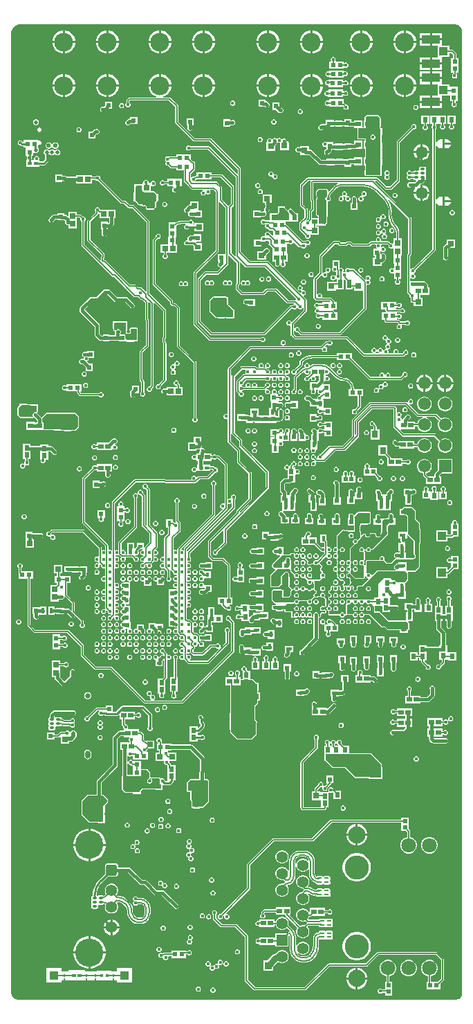
<source format=gbl>
G04*
G04 #@! TF.GenerationSoftware,Altium Limited,Altium Designer,24.9.1 (31)*
G04*
G04 Layer_Physical_Order=14*
G04 Layer_Color=16711680*
%FSLAX44Y44*%
%MOMM*%
G71*
G04*
G04 #@! TF.SameCoordinates,418AA1D6-F79E-4CCF-963D-19B387831215*
G04*
G04*
G04 #@! TF.FilePolarity,Positive*
G04*
G01*
G75*
%ADD12C,0.1524*%
%ADD13C,0.5080*%
%ADD16C,0.1270*%
%ADD28R,0.5500X0.6000*%
%ADD29R,0.6750X0.4500*%
%ADD30R,0.5000X0.4000*%
%ADD34R,0.5500X0.5500*%
%ADD38R,0.7154X0.6725*%
%ADD39R,0.5200X0.5200*%
%ADD41R,0.5200X0.5600*%
%ADD44R,0.6725X0.7154*%
%ADD46R,0.5500X0.5500*%
%ADD48R,0.6500X0.6000*%
%ADD49R,0.5541X0.4627*%
%ADD50R,0.2627X0.3541*%
%ADD52R,0.5200X0.5200*%
%ADD54R,0.4725X0.5153*%
%ADD55R,0.7600X0.7200*%
%ADD60R,0.6000X0.6500*%
%ADD62R,0.6500X0.7000*%
%ADD66R,0.8000X0.9000*%
%ADD69R,0.4000X0.5000*%
%ADD71R,0.6000X0.5500*%
%ADD73R,0.5500X0.5000*%
%ADD74R,0.7000X0.6500*%
%ADD84R,0.5153X0.4725*%
%ADD90R,0.5811X0.5121*%
%ADD93R,0.5121X0.5811*%
%ADD94R,0.6750X0.6000*%
%ADD95R,0.5000X0.5500*%
%ADD103R,1.0500X1.0000*%
%ADD104R,2.2000X1.0500*%
%ADD109R,1.1046X1.7062*%
%ADD122R,0.6153X0.5725*%
%ADD126R,0.4500X0.6750*%
%ADD133R,1.0500X1.0000*%
%ADD134R,2.2000X1.0500*%
%ADD135R,0.4100X0.6600*%
%ADD145R,0.6500X0.6500*%
%ADD197C,2.3000*%
G04:AMPARAMS|DCode=198|XSize=0.8mm|YSize=1.4mm|CornerRadius=0.4mm|HoleSize=0mm|Usage=FLASHONLY|Rotation=270.000|XOffset=0mm|YOffset=0mm|HoleType=Round|Shape=RoundedRectangle|*
%AMROUNDEDRECTD198*
21,1,0.8000,0.6000,0,0,270.0*
21,1,0.0000,1.4000,0,0,270.0*
1,1,0.8000,-0.3000,0.0000*
1,1,0.8000,-0.3000,0.0000*
1,1,0.8000,0.3000,0.0000*
1,1,0.8000,0.3000,0.0000*
%
%ADD198ROUNDEDRECTD198*%
G04:AMPARAMS|DCode=199|XSize=0.95mm|YSize=0.65mm|CornerRadius=0.325mm|HoleSize=0mm|Usage=FLASHONLY|Rotation=270.000|XOffset=0mm|YOffset=0mm|HoleType=Round|Shape=RoundedRectangle|*
%AMROUNDEDRECTD199*
21,1,0.9500,0.0000,0,0,270.0*
21,1,0.3000,0.6500,0,0,270.0*
1,1,0.6500,0.0000,-0.1500*
1,1,0.6500,0.0000,0.1500*
1,1,0.6500,0.0000,0.1500*
1,1,0.6500,0.0000,-0.1500*
%
%ADD199ROUNDEDRECTD199*%
%ADD200C,0.6500*%
%ADD209C,0.5000*%
%ADD212C,1.5500*%
%ADD214C,0.4064*%
%ADD215C,0.5500*%
%ADD216C,0.6000*%
%ADD219C,0.1397*%
%ADD229C,0.2540*%
%ADD230C,0.2794*%
%ADD231C,0.3810*%
%ADD232C,0.3048*%
%ADD233C,3.4500*%
G04:AMPARAMS|DCode=234|XSize=1.42mm|YSize=1.42mm|CornerRadius=0.355mm|HoleSize=0mm|Usage=FLASHONLY|Rotation=270.000|XOffset=0mm|YOffset=0mm|HoleType=Round|Shape=RoundedRectangle|*
%AMROUNDEDRECTD234*
21,1,1.4200,0.7100,0,0,270.0*
21,1,0.7100,1.4200,0,0,270.0*
1,1,0.7100,-0.3550,-0.3550*
1,1,0.7100,-0.3550,0.3550*
1,1,0.7100,0.3550,0.3550*
1,1,0.7100,0.3550,-0.3550*
%
%ADD234ROUNDEDRECTD234*%
%ADD235C,1.4200*%
%ADD236C,1.4000*%
%ADD237R,1.4000X1.4000*%
%ADD238C,2.1000*%
%ADD239C,1.8000*%
%ADD240C,2.9500*%
%ADD241R,1.5500X1.5500*%
%ADD242C,1.4500*%
%ADD243C,5.0000*%
%ADD244C,0.7620*%
%ADD245R,0.7000X0.7000*%
%ADD246R,0.5000X0.4500*%
%ADD247R,0.7200X0.7600*%
%ADD248R,0.7811X0.7121*%
%ADD249R,0.7200X0.7200*%
%ADD250R,0.3500X0.4000*%
%ADD251R,0.7500X0.7000*%
%ADD252R,0.8500X0.9000*%
G04:AMPARAMS|DCode=253|XSize=0.3mm|YSize=0.52mm|CornerRadius=0.0495mm|HoleSize=0mm|Usage=FLASHONLY|Rotation=270.000|XOffset=0mm|YOffset=0mm|HoleType=Round|Shape=RoundedRectangle|*
%AMROUNDEDRECTD253*
21,1,0.3000,0.4210,0,0,270.0*
21,1,0.2010,0.5200,0,0,270.0*
1,1,0.0990,-0.2105,-0.1005*
1,1,0.0990,-0.2105,0.1005*
1,1,0.0990,0.2105,0.1005*
1,1,0.0990,0.2105,-0.1005*
%
%ADD253ROUNDEDRECTD253*%
G04:AMPARAMS|DCode=254|XSize=0.3mm|YSize=0.49mm|CornerRadius=0.0495mm|HoleSize=0mm|Usage=FLASHONLY|Rotation=270.000|XOffset=0mm|YOffset=0mm|HoleType=Round|Shape=RoundedRectangle|*
%AMROUNDEDRECTD254*
21,1,0.3000,0.3910,0,0,270.0*
21,1,0.2010,0.4900,0,0,270.0*
1,1,0.0990,-0.1955,-0.1005*
1,1,0.0990,-0.1955,0.1005*
1,1,0.0990,0.1955,0.1005*
1,1,0.0990,0.1955,-0.1005*
%
%ADD254ROUNDEDRECTD254*%
G04:AMPARAMS|DCode=255|XSize=0.2mm|YSize=0.565mm|CornerRadius=0.05mm|HoleSize=0mm|Usage=FLASHONLY|Rotation=270.000|XOffset=0mm|YOffset=0mm|HoleType=Round|Shape=RoundedRectangle|*
%AMROUNDEDRECTD255*
21,1,0.2000,0.4650,0,0,270.0*
21,1,0.1000,0.5650,0,0,270.0*
1,1,0.1000,-0.2325,-0.0500*
1,1,0.1000,-0.2325,0.0500*
1,1,0.1000,0.2325,0.0500*
1,1,0.1000,0.2325,-0.0500*
%
%ADD255ROUNDEDRECTD255*%
G04:AMPARAMS|DCode=256|XSize=0.4mm|YSize=0.565mm|CornerRadius=0.05mm|HoleSize=0mm|Usage=FLASHONLY|Rotation=270.000|XOffset=0mm|YOffset=0mm|HoleType=Round|Shape=RoundedRectangle|*
%AMROUNDEDRECTD256*
21,1,0.4000,0.4650,0,0,270.0*
21,1,0.3000,0.5650,0,0,270.0*
1,1,0.1000,-0.2325,-0.1500*
1,1,0.1000,-0.2325,0.1500*
1,1,0.1000,0.2325,0.1500*
1,1,0.1000,0.2325,-0.1500*
%
%ADD256ROUNDEDRECTD256*%
%ADD257R,0.7000X0.7000*%
%ADD258R,1.3500X1.1000*%
%ADD259R,0.7393X0.6725*%
%ADD260R,0.5274X0.6725*%
%ADD261R,0.5000X1.0000*%
%ADD262R,0.6500X0.6500*%
%ADD263C,1.0160*%
G36*
X549799Y972713D02*
X551368Y972064D01*
X552780Y971120D01*
X553982Y969919D01*
X554925Y968507D01*
X555575Y966938D01*
X555917Y965217D01*
X555941Y964367D01*
X555922Y-212010D01*
X555922Y-212010D01*
X555922Y-212011D01*
X555922Y-212736D01*
X555639Y-214160D01*
X555083Y-215500D01*
X554277Y-216707D01*
X553251Y-217733D01*
X552044Y-218539D01*
X550703Y-219095D01*
X549166Y-219401D01*
X548440Y-219442D01*
X12525Y-219442D01*
X11693D01*
X10062Y-219117D01*
X8524Y-218480D01*
X7141Y-217556D01*
X5964Y-216379D01*
X5040Y-214996D01*
X4403Y-213459D01*
X4078Y-211827D01*
X4078Y-210995D01*
X4078Y962910D01*
Y963896D01*
X4463Y965830D01*
X5218Y967652D01*
X6314Y969292D01*
X7708Y970687D01*
X9348Y971783D01*
X11170Y972537D01*
X13105Y972922D01*
X14091D01*
X14091Y972922D01*
X14092Y972922D01*
X547285Y973045D01*
X548134D01*
X549799Y972713D01*
D02*
G37*
%LPC*%
G36*
X531540Y962540D02*
X519270D01*
Y956020D01*
X531540D01*
Y962540D01*
D02*
G37*
G36*
X516730D02*
X504460D01*
Y956020D01*
X516730D01*
Y962540D01*
D02*
G37*
G36*
X123498Y965690D02*
X122920D01*
Y952920D01*
X135690D01*
Y953498D01*
X134733Y957069D01*
X132885Y960271D01*
X130271Y962885D01*
X127069Y964733D01*
X123498Y965690D01*
D02*
G37*
G36*
X120380D02*
X119802D01*
X116231Y964733D01*
X113029Y962885D01*
X110415Y960271D01*
X108567Y957069D01*
X107610Y953498D01*
Y952920D01*
X120380D01*
Y965690D01*
D02*
G37*
G36*
X70198D02*
X69620D01*
Y952920D01*
X82390D01*
Y953498D01*
X81433Y957069D01*
X79585Y960271D01*
X76971Y962885D01*
X73769Y964733D01*
X70198Y965690D01*
D02*
G37*
G36*
X67080D02*
X66502D01*
X62931Y964733D01*
X59729Y962885D01*
X57115Y960271D01*
X55267Y957069D01*
X54310Y953498D01*
Y952920D01*
X67080D01*
Y965690D01*
D02*
G37*
G36*
X487498Y965690D02*
X486920D01*
Y952920D01*
X499690D01*
Y953498D01*
X498733Y957069D01*
X496885Y960271D01*
X494271Y962885D01*
X491069Y964733D01*
X487498Y965690D01*
D02*
G37*
G36*
X320198D02*
X319620D01*
Y952920D01*
X332390D01*
Y953498D01*
X331433Y957069D01*
X329585Y960271D01*
X326971Y962885D01*
X323769Y964733D01*
X320198Y965690D01*
D02*
G37*
G36*
X373498D02*
X372920D01*
Y952920D01*
X385690D01*
Y953498D01*
X384733Y957069D01*
X382885Y960271D01*
X380271Y962885D01*
X377069Y964733D01*
X373498Y965690D01*
D02*
G37*
G36*
X434198D02*
X433620D01*
Y952920D01*
X446390D01*
Y953498D01*
X445433Y957069D01*
X443585Y960271D01*
X440971Y962885D01*
X437769Y964733D01*
X434198Y965690D01*
D02*
G37*
G36*
X431080D02*
X430502D01*
X426931Y964733D01*
X423729Y962885D01*
X421115Y960271D01*
X419267Y957069D01*
X418310Y953498D01*
Y952920D01*
X431080D01*
Y965690D01*
D02*
G37*
G36*
X370380D02*
X369802D01*
X366231Y964733D01*
X363029Y962885D01*
X360415Y960271D01*
X358567Y957069D01*
X357610Y953498D01*
Y952920D01*
X370380D01*
Y965690D01*
D02*
G37*
G36*
X317080D02*
X316502D01*
X312931Y964733D01*
X309729Y962885D01*
X307115Y960271D01*
X305267Y957069D01*
X304310Y953498D01*
Y952920D01*
X317080D01*
Y965690D01*
D02*
G37*
G36*
X484380D02*
X483802D01*
X480231Y964733D01*
X477029Y962885D01*
X474415Y960271D01*
X472567Y957069D01*
X471610Y953498D01*
Y952920D01*
X484380D01*
Y965690D01*
D02*
G37*
G36*
X241148D02*
X240570D01*
Y952920D01*
X253340D01*
Y953498D01*
X252383Y957069D01*
X250535Y960271D01*
X247921Y962885D01*
X244719Y964733D01*
X241148Y965690D01*
D02*
G37*
G36*
X238030D02*
X237452D01*
X233881Y964733D01*
X230679Y962885D01*
X228065Y960271D01*
X226217Y957069D01*
X225260Y953498D01*
Y952920D01*
X238030D01*
Y965690D01*
D02*
G37*
G36*
X187848D02*
X187270D01*
Y952920D01*
X200040D01*
Y953498D01*
X199083Y957069D01*
X197235Y960271D01*
X194621Y962885D01*
X191419Y964733D01*
X187848Y965690D01*
D02*
G37*
G36*
X184730D02*
X184152D01*
X180581Y964733D01*
X177379Y962885D01*
X174765Y960271D01*
X172917Y957069D01*
X171960Y953498D01*
Y952920D01*
X184730D01*
Y965690D01*
D02*
G37*
G36*
X516730Y953480D02*
X504460D01*
Y946960D01*
X516730D01*
Y953480D01*
D02*
G37*
G36*
X135690Y950380D02*
X122920D01*
Y937610D01*
X123498D01*
X127069Y938567D01*
X130271Y940415D01*
X132885Y943029D01*
X134733Y946231D01*
X135690Y949802D01*
Y950380D01*
D02*
G37*
G36*
X120380D02*
X107610D01*
Y949802D01*
X108567Y946231D01*
X110415Y943029D01*
X113029Y940415D01*
X116231Y938567D01*
X119802Y937610D01*
X120380D01*
Y950380D01*
D02*
G37*
G36*
X82390D02*
X69620D01*
Y937610D01*
X70198D01*
X73769Y938567D01*
X76971Y940415D01*
X79585Y943029D01*
X81433Y946231D01*
X82390Y949802D01*
Y950380D01*
D02*
G37*
G36*
X67080D02*
X54310D01*
Y949802D01*
X55267Y946231D01*
X57115Y943029D01*
X59729Y940415D01*
X62931Y938567D01*
X66502Y937610D01*
X67080D01*
Y950380D01*
D02*
G37*
G36*
X499690Y950380D02*
X486920D01*
Y937610D01*
X487498D01*
X491069Y938567D01*
X494271Y940415D01*
X496885Y943029D01*
X498733Y946231D01*
X499690Y949801D01*
Y950380D01*
D02*
G37*
G36*
X484380D02*
X471610D01*
Y949801D01*
X472567Y946231D01*
X474415Y943029D01*
X477029Y940415D01*
X480231Y938567D01*
X483802Y937610D01*
X484380D01*
Y950380D01*
D02*
G37*
G36*
X446390D02*
X433620D01*
Y937610D01*
X434198D01*
X437769Y938567D01*
X440971Y940415D01*
X443585Y943029D01*
X445433Y946231D01*
X446390Y949801D01*
Y950380D01*
D02*
G37*
G36*
X431080D02*
X418310D01*
Y949801D01*
X419267Y946231D01*
X421115Y943029D01*
X423729Y940415D01*
X426931Y938567D01*
X430502Y937610D01*
X431080D01*
Y950380D01*
D02*
G37*
G36*
X385690D02*
X372920D01*
Y937610D01*
X373498D01*
X377069Y938567D01*
X380271Y940415D01*
X382885Y943029D01*
X384733Y946231D01*
X385690Y949801D01*
Y950380D01*
D02*
G37*
G36*
X370380D02*
X357610D01*
Y949801D01*
X358567Y946231D01*
X360415Y943029D01*
X363029Y940415D01*
X366231Y938567D01*
X369802Y937610D01*
X370380D01*
Y950380D01*
D02*
G37*
G36*
X332390D02*
X319620D01*
Y937610D01*
X320198D01*
X323769Y938567D01*
X326971Y940415D01*
X329585Y943029D01*
X331433Y946231D01*
X332390Y949801D01*
Y950380D01*
D02*
G37*
G36*
X317080D02*
X304310D01*
Y949801D01*
X305267Y946231D01*
X307115Y943029D01*
X309729Y940415D01*
X312931Y938567D01*
X316502Y937610D01*
X317080D01*
Y950380D01*
D02*
G37*
G36*
X253340Y950380D02*
X240570D01*
Y937610D01*
X241148D01*
X244719Y938567D01*
X247921Y940415D01*
X250535Y943029D01*
X252383Y946231D01*
X253340Y949801D01*
Y950380D01*
D02*
G37*
G36*
X238030D02*
X225260D01*
Y949801D01*
X226217Y946231D01*
X228065Y943029D01*
X230679Y940415D01*
X233881Y938567D01*
X237452Y937610D01*
X238030D01*
Y950380D01*
D02*
G37*
G36*
X200040D02*
X187270D01*
Y937610D01*
X187848D01*
X191419Y938567D01*
X194621Y940415D01*
X197235Y943029D01*
X199083Y946231D01*
X200040Y949801D01*
Y950380D01*
D02*
G37*
G36*
X184730D02*
X171960D01*
Y949801D01*
X172917Y946231D01*
X174765Y943029D01*
X177379Y940415D01*
X180581Y938567D01*
X184152Y937610D01*
X184730D01*
Y950380D01*
D02*
G37*
G36*
X516730Y933040D02*
X504460D01*
Y926520D01*
X516730D01*
Y933040D01*
D02*
G37*
G36*
X398826Y933559D02*
X397583D01*
X396435Y933083D01*
X395556Y932204D01*
X395080Y931056D01*
Y929813D01*
X395464Y928887D01*
X395149Y928162D01*
X394913Y927871D01*
X393222D01*
Y918815D01*
X411278D01*
Y920101D01*
X411664Y920365D01*
X412294Y920617D01*
X413280Y920209D01*
X414523D01*
X415671Y920685D01*
X416550Y921563D01*
X417025Y922712D01*
Y923954D01*
X416550Y925103D01*
X415671Y925982D01*
X414523Y926457D01*
X413280D01*
X412294Y926049D01*
X411664Y926301D01*
X411278Y926565D01*
Y927871D01*
X401387D01*
X400945Y928887D01*
X401329Y929813D01*
Y931056D01*
X400853Y932204D01*
X399974Y933083D01*
X398826Y933559D01*
D02*
G37*
G36*
X531540Y923980D02*
X519270D01*
Y917460D01*
X531540D01*
Y923980D01*
D02*
G37*
G36*
X516730D02*
X504460D01*
Y917460D01*
X516730D01*
Y923980D01*
D02*
G37*
G36*
X411278Y916871D02*
X393222D01*
Y915958D01*
X392500Y915476D01*
X391257D01*
X390109Y915000D01*
X389230Y914121D01*
X388754Y912973D01*
Y911730D01*
X389230Y910582D01*
X390109Y909703D01*
X391257Y909227D01*
X392500D01*
X393222Y908745D01*
Y907815D01*
X411278D01*
Y909224D01*
X412123Y909789D01*
X412325Y909705D01*
X413568D01*
X414716Y910181D01*
X415595Y911060D01*
X416070Y912208D01*
Y913451D01*
X415595Y914599D01*
X414716Y915478D01*
X413568Y915954D01*
X412325D01*
X412123Y915870D01*
X411278Y916434D01*
Y916871D01*
D02*
G37*
G36*
X531540Y915540D02*
X519270D01*
Y909020D01*
X531540D01*
Y915540D01*
D02*
G37*
G36*
X516730D02*
X504460D01*
Y909020D01*
X516730D01*
Y915540D01*
D02*
G37*
G36*
X531540Y953480D02*
X519270D01*
Y946960D01*
X525281D01*
X526222Y946778D01*
X526222Y945944D01*
X526222Y933222D01*
X525281Y933040D01*
X519270D01*
Y926520D01*
X531540D01*
X531540Y933040D01*
X532481Y933222D01*
X540278D01*
Y938110D01*
X543217D01*
X545109Y936217D01*
Y932028D01*
X542472D01*
Y922472D01*
Y913972D01*
X545109D01*
Y912943D01*
X544247Y912082D01*
X543772Y910933D01*
Y909690D01*
X544247Y908542D01*
X545126Y907663D01*
X546275Y907188D01*
X547517D01*
X548666Y907663D01*
X549545Y908542D01*
X550020Y909690D01*
Y910933D01*
X549545Y912082D01*
X548890Y912736D01*
Y913972D01*
X551528D01*
Y922472D01*
Y932028D01*
X548890D01*
Y937000D01*
X548747Y937723D01*
X548337Y938337D01*
X545337Y941337D01*
X544724Y941747D01*
X544000Y941890D01*
X540278D01*
Y946778D01*
X532481D01*
X531540Y946960D01*
X531540Y947794D01*
Y953480D01*
D02*
G37*
G36*
X516730Y906480D02*
X504460D01*
Y899960D01*
X516730D01*
Y906480D01*
D02*
G37*
G36*
X487498Y912390D02*
X486920D01*
Y899620D01*
X499690D01*
Y900198D01*
X498733Y903769D01*
X496885Y906971D01*
X494271Y909585D01*
X491069Y911433D01*
X487498Y912390D01*
D02*
G37*
G36*
X320198D02*
X319620D01*
Y899620D01*
X332390D01*
Y900198D01*
X331433Y903769D01*
X329585Y906971D01*
X326971Y909585D01*
X323769Y911433D01*
X320198Y912390D01*
D02*
G37*
G36*
X373498D02*
X372920D01*
Y899620D01*
X385690D01*
Y900198D01*
X384733Y903769D01*
X382885Y906971D01*
X380271Y909585D01*
X377069Y911433D01*
X373498Y912390D01*
D02*
G37*
G36*
X434198D02*
X433620D01*
Y899620D01*
X446390D01*
Y900198D01*
X445433Y903769D01*
X443585Y906971D01*
X440971Y909585D01*
X437769Y911433D01*
X434198Y912390D01*
D02*
G37*
G36*
X431080D02*
X430502D01*
X426931Y911433D01*
X423729Y909585D01*
X421115Y906971D01*
X419267Y903769D01*
X418310Y900198D01*
Y899620D01*
X431080D01*
Y912390D01*
D02*
G37*
G36*
X370380D02*
X369802D01*
X366231Y911433D01*
X363029Y909585D01*
X360415Y906971D01*
X358567Y903769D01*
X357610Y900198D01*
Y899620D01*
X370380D01*
Y912390D01*
D02*
G37*
G36*
X317080D02*
X316502D01*
X312931Y911433D01*
X309729Y909585D01*
X307115Y906971D01*
X305267Y903769D01*
X304310Y900198D01*
Y899620D01*
X317080D01*
Y912390D01*
D02*
G37*
G36*
X484380D02*
X483802D01*
X480231Y911433D01*
X477029Y909585D01*
X474415Y906971D01*
X472567Y903769D01*
X471610Y900198D01*
Y899620D01*
X484380D01*
Y912390D01*
D02*
G37*
G36*
X123498Y912390D02*
X122920D01*
Y899620D01*
X135690D01*
Y900198D01*
X134733Y903769D01*
X132885Y906971D01*
X130271Y909585D01*
X127069Y911433D01*
X123498Y912390D01*
D02*
G37*
G36*
X120380D02*
X119802D01*
X116231Y911433D01*
X113029Y909585D01*
X110415Y906971D01*
X108567Y903769D01*
X107610Y900198D01*
Y899620D01*
X120380D01*
Y912390D01*
D02*
G37*
G36*
X70198D02*
X69620D01*
Y899620D01*
X82390D01*
Y900198D01*
X81433Y903769D01*
X79585Y906971D01*
X76971Y909585D01*
X73769Y911433D01*
X70198Y912390D01*
D02*
G37*
G36*
X67080D02*
X66502D01*
X62931Y911433D01*
X59729Y909585D01*
X57115Y906971D01*
X55267Y903769D01*
X54310Y900198D01*
Y899620D01*
X67080D01*
Y912390D01*
D02*
G37*
G36*
X241148Y912390D02*
X240570D01*
Y899620D01*
X253340D01*
Y900198D01*
X252383Y903769D01*
X250535Y906971D01*
X247921Y909585D01*
X244719Y911433D01*
X241148Y912390D01*
D02*
G37*
G36*
X238030D02*
X237452D01*
X233881Y911433D01*
X230679Y909585D01*
X228065Y906971D01*
X226217Y903769D01*
X225260Y900198D01*
Y899620D01*
X238030D01*
Y912390D01*
D02*
G37*
G36*
X187848D02*
X187270D01*
Y899620D01*
X200040D01*
Y900198D01*
X199083Y903769D01*
X197235Y906971D01*
X194621Y909585D01*
X191419Y911433D01*
X187848Y912390D01*
D02*
G37*
G36*
X184730D02*
X184152D01*
X180581Y911433D01*
X177379Y909585D01*
X174765Y906971D01*
X172917Y903769D01*
X171960Y900198D01*
Y899620D01*
X184730D01*
Y912390D01*
D02*
G37*
G36*
X410528Y905528D02*
X392472D01*
Y905312D01*
X391963Y904972D01*
X390720D01*
X389572Y904496D01*
X388693Y903617D01*
X388217Y902469D01*
Y901226D01*
X388693Y900078D01*
X389572Y899199D01*
X390720Y898723D01*
X391963D01*
X392472Y898383D01*
Y896472D01*
X410528D01*
Y899109D01*
X411804D01*
X412012Y898901D01*
X413160Y898426D01*
X414403D01*
X415551Y898901D01*
X416430Y899780D01*
X416906Y900928D01*
Y902171D01*
X416430Y903319D01*
X415551Y904198D01*
X414403Y904674D01*
X413160D01*
X412012Y904198D01*
X411544Y903730D01*
X410528Y904151D01*
Y905528D01*
D02*
G37*
G36*
Y893528D02*
X392472D01*
Y892235D01*
X391456Y891557D01*
X391226Y891652D01*
X389983D01*
X388835Y891176D01*
X387956Y890297D01*
X387481Y889149D01*
Y887906D01*
X387956Y886758D01*
X388835Y885879D01*
X389983Y885403D01*
X391226D01*
X391456Y885498D01*
X392472Y884819D01*
Y884472D01*
X410528D01*
Y885878D01*
X411544Y886299D01*
X411654Y886189D01*
X412803Y885713D01*
X414045D01*
X415194Y886189D01*
X416073Y887068D01*
X416548Y888216D01*
Y889459D01*
X416073Y890607D01*
X415194Y891486D01*
X414045Y891962D01*
X412803D01*
X411654Y891486D01*
X411544Y891376D01*
X410528Y891797D01*
Y893528D01*
D02*
G37*
G36*
X135690Y897080D02*
X122920D01*
Y884310D01*
X123498D01*
X127069Y885267D01*
X130271Y887115D01*
X132885Y889729D01*
X134733Y892931D01*
X135690Y896502D01*
Y897080D01*
D02*
G37*
G36*
X120380D02*
X107610D01*
Y896502D01*
X108567Y892931D01*
X110415Y889729D01*
X113029Y887115D01*
X116231Y885267D01*
X119802Y884310D01*
X120380D01*
Y897080D01*
D02*
G37*
G36*
X82390D02*
X69620D01*
Y884310D01*
X70198D01*
X73769Y885267D01*
X76971Y887115D01*
X79585Y889729D01*
X81433Y892931D01*
X82390Y896502D01*
Y897080D01*
D02*
G37*
G36*
X67080D02*
X54310D01*
Y896502D01*
X55267Y892931D01*
X57115Y889729D01*
X59729Y887115D01*
X62931Y885267D01*
X66502Y884310D01*
X67080D01*
Y897080D01*
D02*
G37*
G36*
X499690Y897080D02*
X486920D01*
Y884310D01*
X487498D01*
X491069Y885267D01*
X494271Y887115D01*
X496885Y889729D01*
X498733Y892931D01*
X499690Y896501D01*
Y897080D01*
D02*
G37*
G36*
X484380D02*
X471610D01*
Y896501D01*
X472567Y892931D01*
X474415Y889729D01*
X477029Y887115D01*
X480231Y885267D01*
X483802Y884310D01*
X484380D01*
Y897080D01*
D02*
G37*
G36*
X446390D02*
X433620D01*
Y884310D01*
X434198D01*
X437769Y885267D01*
X440971Y887115D01*
X443585Y889729D01*
X445433Y892931D01*
X446390Y896501D01*
Y897080D01*
D02*
G37*
G36*
X431080D02*
X418310D01*
Y896501D01*
X419267Y892931D01*
X421115Y889729D01*
X423729Y887115D01*
X426931Y885267D01*
X430502Y884310D01*
X431080D01*
Y897080D01*
D02*
G37*
G36*
X385690D02*
X372920D01*
Y884310D01*
X373498D01*
X377069Y885267D01*
X380271Y887115D01*
X382885Y889729D01*
X384733Y892931D01*
X385690Y896501D01*
Y897080D01*
D02*
G37*
G36*
X370380D02*
X357610D01*
Y896501D01*
X358567Y892931D01*
X360415Y889729D01*
X363029Y887115D01*
X366231Y885267D01*
X369802Y884310D01*
X370380D01*
Y897080D01*
D02*
G37*
G36*
X332390D02*
X319620D01*
Y884310D01*
X320198D01*
X323769Y885267D01*
X326971Y887115D01*
X329585Y889729D01*
X331433Y892931D01*
X332390Y896501D01*
Y897080D01*
D02*
G37*
G36*
X317080D02*
X304310D01*
Y896501D01*
X305267Y892931D01*
X307115Y889729D01*
X309729Y887115D01*
X312931Y885267D01*
X316502Y884310D01*
X317080D01*
Y897080D01*
D02*
G37*
G36*
X253340Y897080D02*
X240570D01*
Y884310D01*
X241148D01*
X244719Y885267D01*
X247921Y887115D01*
X250535Y889729D01*
X252383Y892931D01*
X253340Y896501D01*
Y897080D01*
D02*
G37*
G36*
X238030D02*
X225260D01*
Y896501D01*
X226217Y892931D01*
X228065Y889729D01*
X230679Y887115D01*
X233881Y885267D01*
X237452Y884310D01*
X238030D01*
Y897080D01*
D02*
G37*
G36*
X411278Y881528D02*
X393222D01*
Y880458D01*
X392206Y879780D01*
X391683Y879996D01*
X390440D01*
X389292Y879521D01*
X388413Y878642D01*
X387938Y877494D01*
Y876251D01*
X388413Y875102D01*
X389292Y874224D01*
X390440Y873748D01*
X391683D01*
X392206Y873964D01*
X393222Y873287D01*
Y872472D01*
X410854D01*
X410876Y872451D01*
Y871379D01*
X411351Y870230D01*
X412230Y869351D01*
X413379Y868876D01*
X414621D01*
X415770Y869351D01*
X416649Y870230D01*
X417124Y871379D01*
Y872621D01*
X416649Y873770D01*
X415770Y874649D01*
X414621Y875124D01*
X413549D01*
X412284Y876390D01*
X411670Y876800D01*
X411278Y876878D01*
Y881528D01*
D02*
G37*
G36*
X516730Y886040D02*
X504460D01*
Y879520D01*
X516730D01*
Y886040D01*
D02*
G37*
G36*
X275793Y879899D02*
X274551D01*
X273402Y879423D01*
X272523Y878544D01*
X272048Y877396D01*
Y876153D01*
X272523Y875005D01*
X273402Y874126D01*
X274551Y873651D01*
X275793D01*
X276942Y874126D01*
X277821Y875005D01*
X278296Y876153D01*
Y877396D01*
X277821Y878544D01*
X276942Y879423D01*
X275793Y879899D01*
D02*
G37*
G36*
X127378Y878378D02*
X118622D01*
Y873944D01*
X117283Y872605D01*
X116417D01*
X116369Y872624D01*
X115126D01*
X113978Y872149D01*
X113099Y871270D01*
X112623Y870121D01*
Y868879D01*
X113099Y867730D01*
X113978Y866851D01*
X115126Y866376D01*
X116369D01*
X116651Y866493D01*
X118549D01*
X119718Y866725D01*
X120709Y867388D01*
X122944Y869622D01*
X127378D01*
Y878378D01*
D02*
G37*
G36*
X531540Y906480D02*
X519270D01*
Y899960D01*
X525281D01*
X526222Y899778D01*
X526222Y898944D01*
X526222Y886222D01*
X525281Y886040D01*
X519270D01*
Y879520D01*
X531540D01*
X531540Y886040D01*
X532481Y886222D01*
X540278D01*
Y890359D01*
X541472D01*
Y878972D01*
X544109D01*
Y877332D01*
X543547Y876770D01*
X543072Y875621D01*
Y874379D01*
X543547Y873230D01*
X544426Y872351D01*
X545575Y871876D01*
X546817D01*
X547966Y872351D01*
X548845Y873230D01*
X549320Y874379D01*
Y875621D01*
X548845Y876770D01*
X547966Y877649D01*
X547891Y877680D01*
Y878972D01*
X550528D01*
Y887472D01*
Y897028D01*
X541472D01*
Y894140D01*
X540278D01*
Y899778D01*
X532481D01*
X531540Y899960D01*
X531540Y900794D01*
Y906480D01*
D02*
G37*
G36*
X315378Y881378D02*
X306622D01*
Y872622D01*
X314858D01*
X315464Y872016D01*
X316612Y871541D01*
X317855D01*
X319003Y872016D01*
X319882Y872895D01*
X320358Y874044D01*
Y875286D01*
X319882Y876435D01*
X319003Y877314D01*
X318721Y877430D01*
X317686Y878466D01*
X316694Y879128D01*
X315525Y879361D01*
X315378D01*
Y881378D01*
D02*
G37*
G36*
X139621Y876882D02*
X138379D01*
X137230Y876406D01*
X136351Y875527D01*
X135876Y874379D01*
Y873136D01*
X136351Y871988D01*
X137230Y871109D01*
X138379Y870633D01*
X139621D01*
X140770Y871109D01*
X141649Y871988D01*
X142124Y873136D01*
Y874379D01*
X141649Y875527D01*
X140770Y876406D01*
X139621Y876882D01*
D02*
G37*
G36*
X531540Y876980D02*
X519270D01*
Y870460D01*
X531540D01*
Y876980D01*
D02*
G37*
G36*
X516730D02*
X504460D01*
Y870460D01*
X516730D01*
Y876980D01*
D02*
G37*
G36*
X500064Y874574D02*
X498821D01*
X497673Y874098D01*
X496794Y873220D01*
X496319Y872071D01*
Y870828D01*
X496794Y869680D01*
X497673Y868801D01*
X498821Y868326D01*
X500064D01*
X501212Y868801D01*
X502091Y869680D01*
X502567Y870828D01*
Y872071D01*
X502091Y873220D01*
X501212Y874098D01*
X500064Y874574D01*
D02*
G37*
G36*
X332378Y877378D02*
X323622D01*
Y868622D01*
X328056D01*
X330791Y865888D01*
X331782Y865225D01*
X332952Y864993D01*
X333096D01*
X333379Y864876D01*
X334621D01*
X335770Y865351D01*
X336649Y866230D01*
X337124Y867379D01*
Y868621D01*
X336649Y869770D01*
X335770Y870649D01*
X334621Y871124D01*
X334198D01*
X332378Y872944D01*
Y877378D01*
D02*
G37*
G36*
X358621Y869624D02*
X357379D01*
X356230Y869149D01*
X355351Y868270D01*
X354876Y867122D01*
Y865879D01*
X355351Y864730D01*
X356230Y863851D01*
X357379Y863376D01*
X358621D01*
X359770Y863851D01*
X360649Y864730D01*
X361124Y865879D01*
Y867122D01*
X360649Y868270D01*
X359770Y869149D01*
X358621Y869624D01*
D02*
G37*
G36*
X326121Y857124D02*
X324879D01*
X323730Y856649D01*
X322851Y855770D01*
X322376Y854621D01*
Y853379D01*
X322851Y852230D01*
X323730Y851351D01*
X324879Y850876D01*
X326121D01*
X327270Y851351D01*
X328149Y852230D01*
X328624Y853379D01*
Y854621D01*
X328149Y855770D01*
X327270Y856649D01*
X326121Y857124D01*
D02*
G37*
G36*
X34964Y857092D02*
X33535D01*
X32215Y856545D01*
X31205Y855535D01*
X30658Y854214D01*
Y852785D01*
X31205Y851465D01*
X32215Y850455D01*
X33535Y849908D01*
X34964D01*
X36285Y850455D01*
X37295Y851465D01*
X37842Y852785D01*
Y854214D01*
X37295Y855535D01*
X36285Y856545D01*
X34964Y857092D01*
D02*
G37*
G36*
X272378Y856986D02*
X263622D01*
Y848230D01*
X272378D01*
Y849895D01*
X274481D01*
X274529Y849876D01*
X275771D01*
X276920Y850351D01*
X277799Y851230D01*
X278274Y852379D01*
Y853621D01*
X277799Y854770D01*
X276920Y855649D01*
X275771Y856124D01*
X274529D01*
X274246Y856007D01*
X272378D01*
Y856986D01*
D02*
G37*
G36*
X158378Y859924D02*
X149622D01*
Y857906D01*
X148919D01*
X147750Y857674D01*
X146758Y857011D01*
X145513Y855766D01*
X145230Y855649D01*
X144351Y854770D01*
X143876Y853621D01*
Y852379D01*
X144351Y851230D01*
X145230Y850351D01*
X146379Y849876D01*
X147621D01*
X148770Y850351D01*
X148932Y850514D01*
X149622Y851168D01*
Y851168D01*
X149622Y851168D01*
X158378D01*
Y859924D01*
D02*
G37*
G36*
X453000Y862182D02*
X439000D01*
X438164Y861836D01*
X437164Y860836D01*
X436818Y860000D01*
X436841Y859945D01*
Y855778D01*
X435847D01*
Y847182D01*
X434153D01*
Y855778D01*
X423847D01*
Y854056D01*
X420265D01*
Y857559D01*
X411588D01*
Y855056D01*
X409278D01*
Y855778D01*
X400722D01*
Y855056D01*
X399153D01*
Y856403D01*
X388847D01*
Y851544D01*
X388565Y851262D01*
X384275D01*
X383106Y851030D01*
X382114Y850367D01*
X381512Y849765D01*
X381230Y849649D01*
X380351Y848770D01*
X379876Y847621D01*
Y846379D01*
X380351Y845230D01*
X381230Y844351D01*
X382379Y843876D01*
X383621D01*
X384770Y844351D01*
X385569Y845150D01*
X389831D01*
X391001Y845383D01*
X391992Y846045D01*
X394294Y848347D01*
X399153D01*
Y848944D01*
X400722D01*
Y848222D01*
X409278D01*
Y848944D01*
X411588D01*
Y848192D01*
X416265D01*
X416288Y848177D01*
X417457Y847944D01*
X423847D01*
Y846222D01*
X427669D01*
X427818Y846000D01*
Y834000D01*
X428164Y833164D01*
X429000Y832818D01*
X436928D01*
Y830778D01*
X435847D01*
Y821222D01*
X436928D01*
Y810435D01*
X435472D01*
Y800879D01*
X436199D01*
X436907Y800151D01*
X436612Y789762D01*
X436615Y789754D01*
X436611Y789745D01*
X436776Y789332D01*
X436934Y788917D01*
X436942Y788913D01*
X436946Y788905D01*
X437654Y788176D01*
X437662Y788172D01*
X437666Y788164D01*
X438077Y787994D01*
X438485Y787818D01*
X438493Y787821D01*
X438502Y787818D01*
X456344D01*
X457180Y788164D01*
X457526Y789000D01*
Y800388D01*
X458386D01*
Y809065D01*
X457526D01*
Y810279D01*
X458122D01*
Y818957D01*
X457526D01*
Y820209D01*
X458122D01*
Y828886D01*
X457526D01*
Y837661D01*
X458372D01*
Y846339D01*
X456488D01*
X456182Y846645D01*
Y847847D01*
X456778D01*
Y858153D01*
X456182D01*
Y859000D01*
X455836Y859836D01*
X453836Y861836D01*
X453000Y862182D01*
D02*
G37*
G36*
X547974Y861485D02*
X538418D01*
Y851429D01*
X541370D01*
Y850300D01*
X540547Y849477D01*
X540072Y848328D01*
Y847086D01*
X540547Y845937D01*
X541426Y845059D01*
X542575Y844583D01*
X543817D01*
X544966Y845059D01*
X545845Y845937D01*
X546320Y847086D01*
Y848328D01*
X545845Y849477D01*
X545022Y850300D01*
Y851429D01*
X547974D01*
Y861485D01*
D02*
G37*
G36*
X526528Y861236D02*
X526206Y861236D01*
X516972D01*
Y851180D01*
X519860D01*
Y850062D01*
X519102Y849304D01*
X518626Y848155D01*
Y846912D01*
X519102Y845764D01*
X519860Y845006D01*
Y698320D01*
X496489Y674949D01*
X495417D01*
X494269Y674474D01*
X493706Y673911D01*
X492690Y674332D01*
Y690017D01*
X493337Y690663D01*
X493337Y690663D01*
X493337Y690663D01*
X493550Y690982D01*
X493747Y691276D01*
X493747Y691276D01*
X493747Y691276D01*
X493821Y691651D01*
X493891Y691999D01*
X493891Y692000D01*
X493891Y692000D01*
Y736000D01*
X493747Y736723D01*
X493337Y737337D01*
X449477Y781197D01*
X449865Y782136D01*
X451202D01*
X461674Y771663D01*
X462288Y771253D01*
X463011Y771109D01*
X469000D01*
X469724Y771253D01*
X470337Y771663D01*
X479337Y780663D01*
X479747Y781276D01*
X479891Y782000D01*
Y828217D01*
X496549Y844876D01*
X497621D01*
X498770Y845351D01*
X499649Y846230D01*
X500124Y847379D01*
Y848621D01*
X499649Y849770D01*
X498770Y850649D01*
X497621Y851124D01*
X496379D01*
X495230Y850649D01*
X494351Y849770D01*
X493876Y848621D01*
Y847549D01*
X476663Y830337D01*
X476253Y829724D01*
X476110Y829000D01*
Y782783D01*
X468217Y774891D01*
X463794D01*
X453322Y785363D01*
X452709Y785773D01*
X451985Y785917D01*
X367191D01*
X366468Y785773D01*
X365854Y785363D01*
X357977Y777486D01*
X357567Y776872D01*
X357423Y776149D01*
Y752688D01*
X357567Y751965D01*
X357977Y751351D01*
X363110Y746219D01*
Y737407D01*
X357622Y731919D01*
X357212Y731306D01*
X357068Y730583D01*
Y722484D01*
X357212Y721761D01*
X357622Y721147D01*
X364048Y714721D01*
Y713649D01*
X364524Y712500D01*
X365403Y711621D01*
X366551Y711146D01*
X367794D01*
X368942Y711621D01*
X369821Y712500D01*
X370297Y713649D01*
Y714891D01*
X370790Y715630D01*
X380569D01*
Y725911D01*
X377105D01*
Y726992D01*
X389278D01*
Y728876D01*
X390627Y730225D01*
X390973Y731061D01*
Y737630D01*
X391569D01*
Y747572D01*
X391569Y747911D01*
X391569Y747911D01*
X391469Y748547D01*
X391469D01*
Y755899D01*
X391469Y756828D01*
X392481Y756838D01*
X392696D01*
X393844Y757314D01*
X394723Y758192D01*
X395199Y759341D01*
Y760583D01*
X394723Y761732D01*
X394260Y762195D01*
X394323Y762667D01*
X395367Y765188D01*
X397028Y767352D01*
X397027Y767353D01*
X397027Y767353D01*
X402631Y772957D01*
X403337Y773663D01*
X403337D01*
X404131Y774199D01*
X404937Y774738D01*
X406817Y775112D01*
X406828Y775109D01*
X434479D01*
X434555Y775125D01*
X439070Y774680D01*
X443484Y773341D01*
X447553Y771166D01*
X450354Y768868D01*
X451103Y768224D01*
X451103Y768224D01*
X451104Y768223D01*
X459224Y760102D01*
X459288Y760059D01*
X462166Y756553D01*
X464341Y752484D01*
X465680Y748070D01*
X466035Y744464D01*
X466110Y743479D01*
X466110D01*
X466110Y743478D01*
Y740487D01*
X466110Y740485D01*
X466038D01*
X466469Y736106D01*
X467746Y731895D01*
X469821Y728014D01*
X472612Y724612D01*
X472612D01*
X472681Y724608D01*
X473974Y722924D01*
X474806Y720914D01*
X475090Y718757D01*
X475109D01*
X475109Y718757D01*
Y711478D01*
X471622D01*
Y705624D01*
X470606Y705217D01*
X469621Y705624D01*
X468549D01*
X466755Y707418D01*
X466450Y707622D01*
X466142Y707828D01*
X466142Y707828D01*
X466141Y707828D01*
X465418Y707972D01*
X457214D01*
X456573Y708988D01*
X456816Y709574D01*
Y710817D01*
X456340Y711965D01*
X455461Y712844D01*
X454313Y713319D01*
X453070D01*
X451922Y712844D01*
X451043Y711965D01*
X450567Y710817D01*
Y709574D01*
X450810Y708988D01*
X450169Y707972D01*
X444832D01*
X444109Y707828D01*
X444109Y707828D01*
X444109Y707828D01*
X443740Y707581D01*
X443496Y707418D01*
X441006Y704929D01*
X422673D01*
X420640Y706961D01*
X420335Y707165D01*
X420027Y707371D01*
X420027Y707371D01*
X420027Y707371D01*
X419639Y707448D01*
X419303Y707515D01*
X415087D01*
X414363Y707371D01*
X413750Y706961D01*
X413095Y706306D01*
X407637D01*
X406337Y707607D01*
X405724Y708017D01*
X405000Y708160D01*
X399268D01*
X398544Y708017D01*
X397931Y707607D01*
X381663Y691339D01*
X381254Y690726D01*
X381110Y690002D01*
Y669554D01*
X374663Y663107D01*
X374253Y662494D01*
X374109Y661770D01*
Y639000D01*
X374253Y638277D01*
X374663Y637663D01*
X376663Y635663D01*
X377276Y635253D01*
X378000Y635110D01*
X394175D01*
X394723Y634440D01*
X394330Y633528D01*
X384922D01*
Y631745D01*
X380719D01*
X379961Y632503D01*
X378812Y632979D01*
X377569D01*
X376421Y632503D01*
X375542Y631624D01*
X375067Y630476D01*
Y629233D01*
X375542Y628085D01*
X376421Y627206D01*
X377378Y626810D01*
X377513Y626117D01*
X377479Y625752D01*
X377230Y625649D01*
X376352Y624770D01*
X375876Y623622D01*
Y622379D01*
X376352Y621231D01*
X377230Y620352D01*
X377743Y620139D01*
X377781Y620075D01*
X377904Y618973D01*
X377351Y618420D01*
X376876Y617272D01*
Y616029D01*
X377351Y614880D01*
X378230Y614002D01*
X379379Y613526D01*
X380621D01*
X381770Y614002D01*
X382528Y614760D01*
X384972D01*
Y612122D01*
X403028D01*
Y621178D01*
X399876D01*
X399747Y621831D01*
X399337Y622444D01*
X398444Y623337D01*
X398265Y623456D01*
X398573Y624472D01*
X402978D01*
Y633528D01*
X400091D01*
Y633800D01*
X399947Y634523D01*
X399947Y634523D01*
X399947Y634523D01*
X399700Y634892D01*
X399537Y635136D01*
X396337Y638337D01*
X396337Y638337D01*
X396337Y638337D01*
X396032Y638541D01*
X395724Y638747D01*
X395724Y638747D01*
X395724Y638747D01*
X395393Y638812D01*
X395000Y638891D01*
X395000Y638891D01*
X395000Y638891D01*
X385168D01*
X384526Y639907D01*
X384768Y640491D01*
Y641734D01*
X384292Y642882D01*
X383413Y643761D01*
X382265Y644237D01*
X381022D01*
X379874Y643761D01*
X378995Y642882D01*
X378907Y642668D01*
X377891Y642870D01*
Y660987D01*
X383860Y666956D01*
X384876Y666535D01*
Y666149D01*
X385351Y665001D01*
X386230Y664122D01*
X387379Y663646D01*
X388621D01*
X389770Y664122D01*
X390648Y665001D01*
X391124Y666149D01*
Y667392D01*
X390648Y668540D01*
X390502Y668687D01*
X391078Y669548D01*
X391304Y669454D01*
X392547D01*
X393695Y669930D01*
X394574Y670809D01*
X395049Y671957D01*
Y673200D01*
X394574Y674348D01*
X393695Y675227D01*
X392547Y675703D01*
X391304D01*
X390155Y675227D01*
X389277Y674348D01*
X388801Y673200D01*
Y671957D01*
X389277Y670809D01*
X389423Y670662D01*
X388848Y669801D01*
X388621Y669895D01*
X387379D01*
X386230Y669419D01*
X385907Y669096D01*
X384891Y669516D01*
Y689219D01*
X400051Y704380D01*
X404217D01*
X405518Y703079D01*
X406131Y702669D01*
X406854Y702525D01*
X413878D01*
X414601Y702669D01*
X415215Y703079D01*
X415870Y703734D01*
X418520D01*
X420553Y701701D01*
X420858Y701497D01*
X421167Y701292D01*
X421167Y701292D01*
X421167Y701291D01*
X421554Y701214D01*
X421890Y701148D01*
X441788D01*
X442512Y701292D01*
X442512Y701292D01*
X442512Y701292D01*
X442881Y701538D01*
X443125Y701701D01*
X445615Y704191D01*
X450037D01*
X450716Y703175D01*
X450567Y702817D01*
Y701574D01*
X451043Y700426D01*
X451804Y699664D01*
X451714Y699112D01*
X451493Y698648D01*
X447122D01*
Y689892D01*
X449230D01*
Y688140D01*
X446931D01*
Y677860D01*
X457640D01*
Y681476D01*
X458438Y681634D01*
X459429Y682297D01*
X461613Y684480D01*
X462275Y685471D01*
X462508Y686641D01*
Y689367D01*
X462624Y689649D01*
Y690891D01*
X462149Y692040D01*
X461270Y692919D01*
X460121Y693394D01*
X458879D01*
X457730Y692919D01*
X456894Y692082D01*
X456674Y692095D01*
X455878Y692345D01*
Y696195D01*
X456674Y696445D01*
X456894Y696458D01*
X457730Y695621D01*
X458879Y695146D01*
X460121D01*
X461270Y695621D01*
X462149Y696500D01*
X462624Y697649D01*
Y698892D01*
X462149Y700040D01*
X461270Y700919D01*
X460121Y701394D01*
X458879D01*
X457730Y700919D01*
X457583Y700771D01*
X456722Y701347D01*
X456816Y701574D01*
Y702817D01*
X456667Y703175D01*
X457346Y704191D01*
X464635D01*
X465876Y702951D01*
Y701879D01*
X466351Y700730D01*
X467230Y699852D01*
X468379Y699376D01*
X469621D01*
X470606Y699784D01*
X471622Y699376D01*
Y690522D01*
X471919D01*
X471972Y689528D01*
X471972D01*
Y680472D01*
X471972D01*
X472472Y680028D01*
Y675274D01*
X471456Y674779D01*
X470621Y675124D01*
X469379D01*
X468230Y674649D01*
X467351Y673770D01*
X466876Y672621D01*
Y671379D01*
X467351Y670230D01*
X468230Y669351D01*
X469379Y668876D01*
X470621D01*
X471456Y669221D01*
X472472Y668726D01*
Y661972D01*
X475109D01*
Y660528D01*
X474351Y659770D01*
X473876Y658621D01*
Y657378D01*
X474351Y656230D01*
X475230Y655351D01*
X476379Y654876D01*
X477621D01*
X478770Y655351D01*
X479649Y656230D01*
X480124Y657378D01*
Y658621D01*
X479649Y659770D01*
X478890Y660528D01*
Y661972D01*
X481528D01*
Y670472D01*
Y680028D01*
X481528D01*
X481528Y680472D01*
X481528D01*
Y689528D01*
X481528D01*
X481581Y690522D01*
X482378D01*
Y700722D01*
Y711478D01*
X478890D01*
Y718757D01*
X478959Y718757D01*
X478543Y721915D01*
X477324Y724858D01*
X475385Y727385D01*
X475385D01*
X475295Y727389D01*
X473025Y730155D01*
X471307Y733370D01*
X470249Y736858D01*
X469892Y740485D01*
X469891D01*
X469891Y740485D01*
Y743479D01*
X469939D01*
X469602Y747756D01*
X468600Y751927D01*
X466959Y755890D01*
X465312Y758577D01*
X466116Y759211D01*
X490110Y735217D01*
Y692783D01*
X489463Y692137D01*
X489463Y692137D01*
X489463Y692137D01*
X489268Y691845D01*
X489053Y691524D01*
X489053Y691524D01*
X489053Y691523D01*
X488983Y691172D01*
X488909Y690800D01*
X488909Y690800D01*
X488909Y690800D01*
Y645606D01*
X488974Y645279D01*
X489053Y644883D01*
X489053Y644883D01*
X489463Y644269D01*
X491768Y641965D01*
Y640893D01*
X492244Y639744D01*
X493002Y638987D01*
Y635428D01*
X493146Y634705D01*
X493555Y634092D01*
X494448Y633199D01*
X495061Y632789D01*
X495785Y632645D01*
X496860D01*
Y628859D01*
X507569D01*
Y639140D01*
X504641D01*
Y642222D01*
X516278D01*
Y651778D01*
X514306D01*
Y653768D01*
X514073Y654938D01*
X513411Y655929D01*
X511179Y658161D01*
X510188Y658823D01*
X509018Y659056D01*
X495786D01*
X495621Y659124D01*
X494379D01*
X493706Y658846D01*
X492690Y659436D01*
Y662493D01*
X493706Y662914D01*
X494269Y662351D01*
X495417Y661876D01*
X496660D01*
X497808Y662351D01*
X498687Y663230D01*
X499163Y664379D01*
Y665621D01*
X498687Y666770D01*
X497808Y667649D01*
X497292Y667863D01*
Y668962D01*
X497808Y669176D01*
X498687Y670055D01*
X499163Y671204D01*
Y672276D01*
X523087Y696200D01*
X523497Y696813D01*
X523641Y697537D01*
Y755366D01*
X524657Y755466D01*
X524782Y754838D01*
X526006Y753006D01*
X527839Y751781D01*
X530000Y751351D01*
X532230D01*
Y757000D01*
Y762648D01*
X530000D01*
X527839Y762218D01*
X526006Y760994D01*
X524782Y759162D01*
X524657Y758534D01*
X523641Y758634D01*
Y825367D01*
X524657Y825467D01*
X524782Y824839D01*
X526006Y823006D01*
X527839Y821782D01*
X530000Y821352D01*
X532230D01*
Y827001D01*
Y832649D01*
X530000D01*
X527839Y832219D01*
X526006Y830994D01*
X524782Y829162D01*
X524657Y828534D01*
X523641Y828634D01*
Y845006D01*
X524399Y845764D01*
X524874Y846912D01*
Y848155D01*
X524399Y849304D01*
X524077Y849626D01*
Y850897D01*
X524359Y851180D01*
X527222Y851179D01*
X527544Y851180D01*
X529937D01*
X530038Y850163D01*
X529352Y849477D01*
X528876Y848328D01*
Y847086D01*
X529352Y845937D01*
X530230Y845059D01*
X531379Y844583D01*
X532622D01*
X533770Y845059D01*
X534649Y845937D01*
X535124Y847086D01*
Y848328D01*
X534649Y849477D01*
X533962Y850163D01*
X534063Y851180D01*
X536778D01*
Y861236D01*
X527544D01*
X526528Y861236D01*
D02*
G37*
G36*
X515778Y861236D02*
X506222D01*
Y851180D01*
X509109D01*
Y849428D01*
X508351Y848670D01*
X507876Y847521D01*
Y846278D01*
X508351Y845130D01*
X509230Y844251D01*
X510379Y843776D01*
X511621D01*
X512770Y844251D01*
X513649Y845130D01*
X514124Y846278D01*
Y847521D01*
X513649Y848670D01*
X512891Y849428D01*
Y851180D01*
X515778D01*
Y861236D01*
D02*
G37*
G36*
X227378Y858378D02*
X218622D01*
Y849622D01*
X219805D01*
Y847104D01*
X219688Y846822D01*
Y845579D01*
X220164Y844431D01*
X221043Y843552D01*
X222191Y843076D01*
X223434D01*
X224582Y843552D01*
X225461Y844431D01*
X225937Y845579D01*
Y846822D01*
X225917Y846870D01*
Y849622D01*
X227378D01*
Y858378D01*
D02*
G37*
G36*
X38500Y847398D02*
X37391Y847177D01*
X36451Y846549D01*
X35823Y845609D01*
X35602Y844500D01*
X35823Y843391D01*
X36451Y842451D01*
X37391Y841823D01*
X38500Y841602D01*
X39609Y841823D01*
X40549Y842451D01*
X41177Y843391D01*
X41398Y844500D01*
X41177Y845609D01*
X40549Y846549D01*
X39609Y847177D01*
X38500Y847398D01*
D02*
G37*
G36*
X87689Y847391D02*
X86446D01*
X85298Y846916D01*
X84419Y846037D01*
X83944Y844889D01*
Y843646D01*
X84419Y842497D01*
X85298Y841618D01*
X86446Y841143D01*
X87689D01*
X88837Y841618D01*
X89716Y842497D01*
X90192Y843646D01*
Y844889D01*
X89716Y846037D01*
X88837Y846916D01*
X87689Y847391D01*
D02*
G37*
G36*
X109621Y845124D02*
X108379D01*
X108096Y845007D01*
X106701D01*
X105532Y844775D01*
X104541Y844112D01*
X102806Y842378D01*
X98372D01*
Y833622D01*
X107128D01*
Y838056D01*
X107967Y838895D01*
X108331D01*
X108379Y838876D01*
X109621D01*
X110770Y839351D01*
X111649Y840230D01*
X112124Y841379D01*
Y842621D01*
X111649Y843770D01*
X110770Y844649D01*
X109621Y845124D01*
D02*
G37*
G36*
X327211Y834455D02*
X325968D01*
X324820Y833980D01*
X323941Y833101D01*
X323907Y833018D01*
X323714Y832929D01*
X322741Y832858D01*
X322122Y833476D01*
X320974Y833952D01*
X319731D01*
X318582Y833476D01*
X317704Y832597D01*
X317228Y831449D01*
Y830206D01*
X316675Y829378D01*
X316322D01*
Y818622D01*
X327478D01*
Y825056D01*
X328702Y826280D01*
X329364Y827272D01*
X329544Y828173D01*
X330326Y828557D01*
X330613Y828602D01*
X331656Y828170D01*
X332899D01*
Y819376D01*
X344055D01*
Y830132D01*
X340985D01*
Y831041D01*
X340509Y832190D01*
X339630Y833069D01*
X338482Y833544D01*
X337239D01*
X336091Y833069D01*
X335894Y832871D01*
X334926Y833064D01*
X334047Y833943D01*
X332899Y834419D01*
X331656D01*
X330508Y833943D01*
X330116Y833551D01*
X329412Y833190D01*
X328788Y833551D01*
X328359Y833980D01*
X327211Y834455D01*
D02*
G37*
G36*
X37028Y831528D02*
X37028Y831528D01*
X18972D01*
Y829408D01*
X18011D01*
X17749Y830041D01*
X16870Y830919D01*
X15722Y831395D01*
X14479D01*
X13331Y830919D01*
X12452Y830041D01*
X11976Y828892D01*
Y827649D01*
X12452Y826501D01*
X13331Y825622D01*
X14479Y825147D01*
X15306D01*
X15862Y824775D01*
X16784Y824592D01*
X18972D01*
Y822472D01*
X21798D01*
X21972Y821528D01*
X21972D01*
Y812472D01*
X22726D01*
X23221Y811456D01*
X22876Y810621D01*
Y809379D01*
X23351Y808230D01*
X23538Y808044D01*
X23117Y807028D01*
X22367D01*
Y798972D01*
X38423D01*
Y800592D01*
X44000D01*
X44922Y800775D01*
X45703Y801297D01*
X49203Y804797D01*
X49725Y805578D01*
X49908Y806500D01*
Y814028D01*
X50086Y814206D01*
X50750Y814557D01*
X51414Y814206D01*
X51965Y813655D01*
X53285Y813108D01*
X54714D01*
X56035Y813655D01*
X56586Y814206D01*
X57250Y814557D01*
X57914Y814206D01*
X58465Y813655D01*
X59785Y813108D01*
X61214D01*
X62535Y813655D01*
X63545Y814665D01*
X64092Y815985D01*
Y817414D01*
X63545Y818735D01*
X62535Y819745D01*
X61214Y820292D01*
X59785D01*
X58465Y819745D01*
X57914Y819194D01*
X57250Y818843D01*
X56586Y819194D01*
X56035Y819745D01*
X54714Y820292D01*
X53285D01*
X51965Y819745D01*
X51414Y819194D01*
X50750Y818843D01*
X50086Y819194D01*
X49535Y819745D01*
X48215Y820292D01*
X46785D01*
X45465Y819745D01*
X44455Y818735D01*
X43908Y817414D01*
Y815985D01*
X44455Y814665D01*
X45092Y814028D01*
Y807498D01*
X43002Y805408D01*
X38423D01*
Y807028D01*
X38398D01*
X37831Y808044D01*
X38127Y808757D01*
Y810000D01*
X37651Y811148D01*
X36772Y812027D01*
X35624Y812503D01*
X34381D01*
X33233Y812027D01*
X32354Y811148D01*
X31878Y810000D01*
Y808757D01*
X32174Y808044D01*
X31607Y807028D01*
X28700D01*
Y808355D01*
X29124Y809379D01*
Y810621D01*
X28909Y811142D01*
Y812472D01*
X31028D01*
Y816205D01*
X32044Y816626D01*
X32215Y816455D01*
X33535Y815908D01*
X34964D01*
X36285Y816455D01*
X37295Y817465D01*
X37842Y818785D01*
Y820214D01*
X37295Y821535D01*
X37273Y821557D01*
X37028Y822472D01*
X37028D01*
Y824936D01*
X38044Y825693D01*
X38500Y825602D01*
X39609Y825823D01*
X40549Y826451D01*
X41177Y827391D01*
X41398Y828500D01*
X41177Y829609D01*
X40549Y830549D01*
X39609Y831177D01*
X38500Y831398D01*
X38044Y831307D01*
X37028Y831528D01*
Y831528D01*
D02*
G37*
G36*
X309465Y835437D02*
X308222D01*
X307073Y834961D01*
X306195Y834082D01*
X305719Y832934D01*
Y831691D01*
X306195Y830543D01*
X307073Y829664D01*
X308222Y829189D01*
X309465D01*
X310613Y829664D01*
X311492Y830543D01*
X311967Y831691D01*
Y832934D01*
X311492Y834082D01*
X310613Y834961D01*
X309465Y835437D01*
D02*
G37*
G36*
X537000Y832649D02*
X534770D01*
Y828270D01*
X542396D01*
X542219Y829162D01*
X540994Y830994D01*
X539162Y832219D01*
X537000Y832649D01*
D02*
G37*
G36*
X434153Y830778D02*
X423847D01*
Y827659D01*
X422959Y827066D01*
X422949Y827056D01*
X420278D01*
Y827778D01*
X411722D01*
Y826431D01*
X410153D01*
Y827403D01*
X399847D01*
Y826431D01*
X398339D01*
Y829028D01*
X389842D01*
X389770Y829100D01*
X388621Y829576D01*
X387379D01*
X386230Y829100D01*
X385351Y828221D01*
X384876Y827073D01*
Y825830D01*
X385351Y824682D01*
X386230Y823803D01*
X387379Y823327D01*
X388621D01*
X388817Y823408D01*
X389661Y822844D01*
Y820209D01*
X389543D01*
X388395Y819734D01*
X387516Y818855D01*
X387041Y817707D01*
Y816464D01*
X387516Y815315D01*
X388395Y814436D01*
X389543Y813961D01*
X390786D01*
X391100Y814091D01*
X392203Y814310D01*
X393195Y814973D01*
X395505Y817283D01*
X396168Y818274D01*
X396400Y819444D01*
Y819661D01*
X398339D01*
Y820319D01*
X399847D01*
Y819347D01*
X410153D01*
Y820319D01*
X411722D01*
Y820222D01*
X420278D01*
Y820944D01*
X424215D01*
X425384Y821177D01*
X425452Y821222D01*
X434153D01*
Y830778D01*
D02*
G37*
G36*
X58814Y828742D02*
X57286D01*
X55874Y828157D01*
X54793Y827076D01*
X54550Y826490D01*
X53450D01*
X53207Y827076D01*
X52126Y828157D01*
X50714Y828742D01*
X49186D01*
X47774Y828157D01*
X46693Y827076D01*
X46108Y825664D01*
Y824136D01*
X46693Y822724D01*
X47774Y821643D01*
X49186Y821058D01*
X50714D01*
X52126Y821643D01*
X53207Y822724D01*
X53450Y823310D01*
X54550D01*
X54793Y822724D01*
X55874Y821643D01*
X57286Y821058D01*
X58814D01*
X60226Y821643D01*
X61307Y822724D01*
X61892Y824136D01*
Y825664D01*
X61307Y827076D01*
X60226Y828157D01*
X58814Y828742D01*
D02*
G37*
G36*
X368378Y824478D02*
X357622D01*
Y823007D01*
X356078D01*
X355796Y823124D01*
X354553D01*
X353405Y822649D01*
X352526Y821770D01*
X352050Y820621D01*
Y819379D01*
X352526Y818230D01*
X353405Y817351D01*
X354553Y816876D01*
X355796D01*
X355843Y816896D01*
X357622D01*
Y813322D01*
X368378D01*
Y813322D01*
X369383Y813295D01*
X380214Y802464D01*
X381205Y801802D01*
X382375Y801569D01*
X389847D01*
Y800597D01*
X400153D01*
Y801756D01*
X401722D01*
Y801129D01*
X410278D01*
Y801851D01*
X411661D01*
Y799129D01*
X420339D01*
Y802601D01*
X423472D01*
Y800879D01*
X433778D01*
Y810435D01*
X423472D01*
Y808713D01*
X417500D01*
X416408Y808496D01*
X411661D01*
Y807963D01*
X410278D01*
Y808685D01*
X401722D01*
Y807868D01*
X400153D01*
Y808653D01*
X389847D01*
Y807681D01*
X383641D01*
X372156Y819166D01*
X371165Y819828D01*
X369995Y820061D01*
X368378D01*
Y824478D01*
D02*
G37*
G36*
X542396Y825731D02*
X534770D01*
Y821352D01*
X537000D01*
X539162Y821782D01*
X540994Y823006D01*
X542219Y824839D01*
X542396Y825731D01*
D02*
G37*
G36*
X507789Y826790D02*
X507770D01*
Y818270D01*
X516290D01*
Y818289D01*
X515623Y820779D01*
X514334Y823011D01*
X512511Y824834D01*
X510279Y826123D01*
X507789Y826790D01*
D02*
G37*
G36*
X505230D02*
X505211D01*
X502721Y826123D01*
X500489Y824834D01*
X498666Y823011D01*
X497377Y820779D01*
X496710Y818289D01*
Y818270D01*
X505230D01*
Y826790D01*
D02*
G37*
G36*
X516290Y815730D02*
X507770D01*
Y807210D01*
X507789D01*
X510279Y807877D01*
X512511Y809166D01*
X514334Y810989D01*
X515623Y813221D01*
X516290Y815711D01*
Y815730D01*
D02*
G37*
G36*
X505230D02*
X496710D01*
Y815711D01*
X497377Y813221D01*
X498666Y810989D01*
X500489Y809166D01*
X502721Y807877D01*
X505211Y807210D01*
X505230D01*
Y815730D01*
D02*
G37*
G36*
X509805Y799323D02*
X505895D01*
X505008Y799146D01*
X504256Y798644D01*
X503754Y797892D01*
X503577Y797005D01*
Y794995D01*
X503582Y794974D01*
X503399Y794717D01*
X502699Y794204D01*
X502105Y794322D01*
X498195D01*
X497308Y794146D01*
X496556Y793644D01*
X496076Y792925D01*
X493932D01*
X493861Y793098D01*
X492982Y793977D01*
X491834Y794452D01*
X490591D01*
X489443Y793977D01*
X488564Y793098D01*
X488088Y791949D01*
Y790707D01*
X488564Y789558D01*
X489372Y788750D01*
X488564Y787942D01*
X488088Y786793D01*
Y785550D01*
X488564Y784402D01*
X489443Y783523D01*
X490591Y783048D01*
X491834D01*
X492982Y783523D01*
X493784Y784325D01*
X496011D01*
X496054Y784108D01*
X496556Y783356D01*
X497308Y782854D01*
X498195Y782678D01*
X499402D01*
X499791Y781739D01*
X498156Y780105D01*
X492669D01*
X492622Y780124D01*
X491379D01*
X490230Y779649D01*
X489352Y778770D01*
X488876Y777621D01*
Y776378D01*
X489352Y775230D01*
X490230Y774351D01*
X491379Y773876D01*
X492622D01*
X492904Y773993D01*
X498211D01*
X498666Y773011D01*
X497377Y770779D01*
X496710Y768289D01*
Y768270D01*
X505230D01*
Y777486D01*
X505074Y777730D01*
X505071Y777755D01*
X505185Y777944D01*
X505618D01*
X506788Y778176D01*
X507779Y778839D01*
X509466Y780526D01*
X510129Y781517D01*
X510361Y782687D01*
Y782788D01*
X510692Y782854D01*
X511443Y783356D01*
X511946Y784108D01*
X512122Y784995D01*
Y787005D01*
X511946Y787892D01*
X511540Y788500D01*
X511946Y789108D01*
X512122Y789995D01*
Y792005D01*
X511946Y792892D01*
X511539Y793500D01*
X511946Y794108D01*
X512122Y794995D01*
Y797005D01*
X511946Y797892D01*
X511443Y798644D01*
X510692Y799146D01*
X509805Y799323D01*
D02*
G37*
G36*
X200040Y897080D02*
X171960D01*
Y896501D01*
X172917Y892931D01*
X174765Y889729D01*
X177379Y887115D01*
X180581Y885267D01*
X181925Y884906D01*
X181791Y883891D01*
X149000D01*
X148277Y883747D01*
X147663Y883337D01*
X145663Y881337D01*
X145253Y880723D01*
X145110Y880000D01*
Y877528D01*
X144351Y876770D01*
X143876Y875621D01*
Y874379D01*
X144351Y873230D01*
X145230Y872351D01*
X146379Y871876D01*
X147621D01*
X148770Y872351D01*
X149649Y873230D01*
X150124Y874379D01*
Y875621D01*
X149649Y876770D01*
X148890Y877528D01*
Y879217D01*
X149783Y880109D01*
X197167D01*
X204860Y872417D01*
Y853250D01*
X205003Y852526D01*
X205413Y851913D01*
X226663Y830663D01*
X227276Y830253D01*
X228000Y830109D01*
X247217D01*
X281513Y795814D01*
Y790547D01*
X280574Y790158D01*
X247395Y823337D01*
X246782Y823747D01*
X246058Y823891D01*
X223528D01*
X222770Y824649D01*
X221621Y825124D01*
X220379D01*
X219230Y824649D01*
X218351Y823770D01*
X217876Y822621D01*
Y821379D01*
X218351Y820230D01*
X219230Y819351D01*
X220379Y818876D01*
X221621D01*
X222770Y819351D01*
X223528Y820109D01*
X245275D01*
X278896Y786488D01*
Y689588D01*
X278198Y689191D01*
X277906Y689142D01*
X273507Y693540D01*
Y749006D01*
X276215Y751713D01*
X276624Y752327D01*
X276768Y753050D01*
Y774432D01*
X276624Y775156D01*
X276215Y775769D01*
X262647Y789337D01*
X262033Y789747D01*
X261310Y789891D01*
X249028D01*
Y792528D01*
X230972D01*
Y787903D01*
X229699D01*
X228976Y787759D01*
X228363Y787349D01*
X227987Y786973D01*
X227621Y787124D01*
X226379D01*
X225230Y786649D01*
X224907Y786325D01*
X223890Y786746D01*
Y790217D01*
X228337Y794663D01*
X228747Y795276D01*
X228890Y796000D01*
Y804021D01*
X228747Y804745D01*
X228337Y805358D01*
X227724Y805768D01*
X227000Y805912D01*
X226262D01*
X224028Y808146D01*
Y814528D01*
X205972D01*
Y811890D01*
X197572D01*
X196848Y811747D01*
X196523Y811529D01*
X196090Y811709D01*
X194847D01*
X193699Y811233D01*
X192820Y810354D01*
X192344Y809206D01*
Y807963D01*
X192820Y806815D01*
X193699Y805936D01*
X193768Y805591D01*
X193286Y805110D01*
X192811Y803962D01*
Y802719D01*
X193286Y801571D01*
X194165Y800692D01*
X195314Y800216D01*
X196386D01*
X198938Y797663D01*
X199552Y797253D01*
X200275Y797110D01*
X205972D01*
Y794472D01*
X215110D01*
Y782000D01*
X215253Y781276D01*
X215663Y780663D01*
X224663Y771663D01*
X225277Y771253D01*
X226000Y771109D01*
X238305D01*
X238379Y770124D01*
X237230Y769649D01*
X236351Y768770D01*
X235876Y767621D01*
Y766378D01*
X236351Y765230D01*
X237230Y764351D01*
X238379Y763876D01*
X239621D01*
X240770Y764351D01*
X241649Y765230D01*
X241796Y765585D01*
X242980Y765837D01*
X244129Y765362D01*
X245371D01*
X246520Y765837D01*
X247399Y766716D01*
X247874Y767864D01*
Y769107D01*
X247466Y770094D01*
X247872Y771109D01*
X251217D01*
X254109Y768217D01*
Y696779D01*
X227663Y670333D01*
X227253Y669720D01*
X227110Y668996D01*
Y607000D01*
X227253Y606277D01*
X227663Y605663D01*
X246663Y586663D01*
X247276Y586253D01*
X248000Y586110D01*
X309424D01*
X309434Y586085D01*
X310313Y585206D01*
X311461Y584731D01*
X312704D01*
X313852Y585206D01*
X314731Y586085D01*
X315207Y587234D01*
Y588476D01*
X314731Y589625D01*
X313852Y590504D01*
X312704Y590979D01*
X311461D01*
X310313Y590504D01*
X309700Y589891D01*
X248783D01*
X230891Y607783D01*
Y668213D01*
X257337Y694660D01*
X257747Y695273D01*
X257890Y695996D01*
Y756051D01*
X257946Y756095D01*
X258906Y756420D01*
X266015Y749311D01*
Y692806D01*
X265570Y691974D01*
X264999Y691974D01*
X256814D01*
Y683218D01*
X257725D01*
X257913Y682628D01*
X257938Y682202D01*
X257102Y681366D01*
X256626Y680218D01*
Y678975D01*
X257102Y677827D01*
X257980Y676948D01*
X259129Y676472D01*
X259974D01*
X260411Y675473D01*
X255829Y670891D01*
X242000D01*
X241276Y670747D01*
X240663Y670337D01*
X232663Y662337D01*
X232253Y661723D01*
X232110Y661000D01*
Y610000D01*
X232253Y609277D01*
X232663Y608663D01*
X247663Y593663D01*
X248277Y593253D01*
X249000Y593110D01*
X314000D01*
X314723Y593253D01*
X315337Y593663D01*
X347353Y625679D01*
X348574D01*
X349118Y625135D01*
X350266Y624660D01*
X351509D01*
X352657Y625135D01*
X353536Y626014D01*
X353939Y626986D01*
X354574Y627119D01*
X354996Y627087D01*
X355351Y626230D01*
X356230Y625351D01*
X357379Y624876D01*
X358621D01*
X359770Y625351D01*
X360649Y626230D01*
X361124Y627379D01*
X362109Y627304D01*
Y623783D01*
X347903Y609577D01*
X346907Y609775D01*
X346899Y609792D01*
X346020Y610671D01*
X344872Y611147D01*
X343629D01*
X342481Y610671D01*
X341602Y609792D01*
X341127Y608644D01*
Y607401D01*
X341602Y606253D01*
X342481Y605374D01*
X343629Y604898D01*
X344872D01*
X345093Y604990D01*
X346110Y604311D01*
Y593893D01*
X346253Y593169D01*
X346663Y592556D01*
X350556Y588663D01*
X351169Y588253D01*
X351893Y588110D01*
X414217D01*
X434663Y567663D01*
X435276Y567253D01*
X436000Y567109D01*
X483893D01*
X484617Y567253D01*
X485230Y567663D01*
X486443Y568876D01*
X487621D01*
X488770Y569351D01*
X489649Y570230D01*
X490124Y571379D01*
Y572621D01*
X489649Y573770D01*
X488770Y574649D01*
X487621Y575124D01*
X486379D01*
X485230Y574649D01*
X484351Y573770D01*
X483876Y572621D01*
Y571656D01*
X483110Y570891D01*
X478655D01*
X477976Y571907D01*
X478124Y572265D01*
Y573508D01*
X477649Y574656D01*
X476770Y575535D01*
X475621Y576010D01*
X474379D01*
X473230Y575535D01*
X472351Y574656D01*
X471876Y573508D01*
Y572265D01*
X472024Y571907D01*
X471345Y570891D01*
X466608D01*
X465929Y571907D01*
X466124Y572379D01*
Y573621D01*
X465649Y574770D01*
X465387Y575031D01*
X465507Y575549D01*
X465754Y576102D01*
X466770Y576522D01*
X467649Y577401D01*
X468124Y578550D01*
Y579793D01*
X467649Y580941D01*
X466974Y581615D01*
X467022Y582470D01*
X467137Y582767D01*
X467770Y583029D01*
X468649Y583908D01*
X469124Y585057D01*
Y586300D01*
X468649Y587448D01*
X467770Y588327D01*
X466621Y588802D01*
X465985D01*
X465244Y589298D01*
X465124Y589741D01*
Y590621D01*
X464649Y591770D01*
X463770Y592649D01*
X462621Y593124D01*
X461379D01*
X460230Y592649D01*
X459351Y591770D01*
X458876Y590621D01*
Y589379D01*
X459351Y588230D01*
X460230Y587351D01*
X461379Y586876D01*
X462015D01*
X462756Y586380D01*
X462876Y585937D01*
Y585057D01*
X463351Y583908D01*
X464026Y583234D01*
X463978Y582379D01*
X463863Y582082D01*
X463230Y581820D01*
X462351Y580941D01*
X461876Y579793D01*
Y578550D01*
X462351Y577401D01*
X462613Y577140D01*
X462493Y576622D01*
X462247Y576069D01*
X461230Y575649D01*
X460351Y574770D01*
X460103Y574170D01*
X459087Y574372D01*
Y575080D01*
X458611Y576228D01*
X457732Y577107D01*
X456584Y577583D01*
X455341D01*
X454193Y577107D01*
X453314Y576228D01*
X452839Y575080D01*
Y573837D01*
X453314Y572689D01*
X454096Y571907D01*
X454036Y571456D01*
X453785Y570891D01*
X450693D01*
X450499Y571275D01*
X450382Y571907D01*
X451127Y572652D01*
X451602Y573800D01*
Y575043D01*
X451127Y576191D01*
X450248Y577070D01*
X449100Y577546D01*
X447857D01*
X446708Y577070D01*
X445830Y576191D01*
X445354Y575043D01*
Y573800D01*
X445830Y572652D01*
X446575Y571907D01*
X446457Y571275D01*
X446263Y570891D01*
X436783D01*
X416337Y591337D01*
X415723Y591747D01*
X415000Y591890D01*
X352676D01*
X349891Y594676D01*
Y599304D01*
X350876Y599379D01*
X351351Y598230D01*
X352230Y597351D01*
X353379Y596876D01*
X354451D01*
X357663Y593663D01*
X358276Y593253D01*
X359000Y593110D01*
X406576D01*
X407299Y593253D01*
X407912Y593663D01*
X438337Y624088D01*
X438747Y624701D01*
X438891Y625424D01*
Y654236D01*
X439907Y654915D01*
X440379Y654720D01*
X441622D01*
X442770Y655195D01*
X443649Y656074D01*
X444124Y657223D01*
Y658465D01*
X443649Y659614D01*
X442840Y660422D01*
X443649Y661230D01*
X444124Y662379D01*
Y663622D01*
X443649Y664770D01*
X442770Y665649D01*
X441622Y666124D01*
X440379D01*
X439230Y665649D01*
X438352Y664770D01*
X437876Y663622D01*
Y662379D01*
X438276Y661413D01*
X438238Y661326D01*
X437126Y661080D01*
X437000Y661127D01*
X424476Y673652D01*
X423862Y674061D01*
X423139Y674205D01*
X418597D01*
X417839Y674963D01*
X416691Y675439D01*
X415448D01*
X414300Y674963D01*
X413421Y674084D01*
X412945Y672936D01*
Y671693D01*
X413362Y670688D01*
X413094Y670244D01*
X412685Y669868D01*
X412621Y669895D01*
X411378D01*
X410897Y669695D01*
X410322Y670557D01*
X410574Y670809D01*
X411049Y671957D01*
Y673200D01*
X410574Y674348D01*
X409695Y675227D01*
X408547Y675703D01*
X407304D01*
X407203Y675661D01*
X406378Y676419D01*
Y684878D01*
X397622D01*
Y676154D01*
X397238Y675770D01*
X396762Y674621D01*
Y673378D01*
X397238Y672230D01*
X398116Y671351D01*
X399265Y670876D01*
X400508D01*
X401093Y671118D01*
X402109Y670477D01*
Y667528D01*
X401351Y666770D01*
X401049Y666039D01*
X399995Y665731D01*
X399909Y665741D01*
X399770Y665881D01*
X398621Y666356D01*
X397379D01*
X396230Y665881D01*
X395351Y665002D01*
X394876Y663854D01*
Y662611D01*
X395351Y661462D01*
X396230Y660583D01*
X397379Y660108D01*
X398621D01*
X399770Y660583D01*
X400649Y661462D01*
X401875Y661767D01*
X402222Y661507D01*
Y658893D01*
X401378Y658478D01*
X390622D01*
Y647722D01*
X401378D01*
Y648808D01*
X402222Y649222D01*
X410778D01*
Y661112D01*
X411794Y661532D01*
X413222Y660105D01*
Y649222D01*
X421778D01*
Y651210D01*
X423622D01*
Y647722D01*
X434378D01*
X435109Y647035D01*
Y626207D01*
X405793Y596890D01*
X359783D01*
X357124Y599549D01*
Y600621D01*
X356649Y601770D01*
X355770Y602649D01*
X354621Y603124D01*
X353379D01*
X352230Y602649D01*
X351351Y601770D01*
X350876Y600621D01*
X349891Y600696D01*
Y606217D01*
X365337Y621663D01*
X365747Y622277D01*
X365891Y623000D01*
Y636000D01*
X365747Y636724D01*
X365337Y637337D01*
X361882Y640792D01*
X362303Y641808D01*
X362349D01*
X363497Y642284D01*
X364376Y643162D01*
X364852Y644311D01*
Y645554D01*
X364376Y646702D01*
X363497Y647581D01*
X362349Y648056D01*
X361106D01*
X360774Y647919D01*
X360198Y648780D01*
X360649Y649230D01*
X361124Y650379D01*
Y651621D01*
X360649Y652770D01*
X359770Y653649D01*
X358621Y654124D01*
X357379D01*
X356230Y653649D01*
X355351Y652770D01*
X354876Y651621D01*
Y650379D01*
X355351Y649230D01*
X356230Y648351D01*
X357379Y647876D01*
X358621D01*
X358954Y648013D01*
X359529Y647152D01*
X359079Y646702D01*
X358603Y645554D01*
Y645507D01*
X357587Y645086D01*
X319337Y683337D01*
X318724Y683747D01*
X318000Y683891D01*
X296783D01*
X285294Y695380D01*
Y796597D01*
X285150Y797320D01*
X284740Y797934D01*
X249337Y833337D01*
X248724Y833747D01*
X248000Y833891D01*
X228783D01*
X208640Y854033D01*
Y873200D01*
X208497Y873924D01*
X208087Y874537D01*
X199287Y883337D01*
X198674Y883747D01*
X197950Y883891D01*
X190209D01*
X190075Y884906D01*
X191419Y885267D01*
X194621Y887115D01*
X197235Y889729D01*
X199083Y892931D01*
X200040Y896501D01*
Y897080D01*
D02*
G37*
G36*
X322509Y793336D02*
X321266D01*
X320118Y792861D01*
X319239Y791982D01*
X318763Y790834D01*
Y789591D01*
X319239Y788442D01*
X320118Y787563D01*
X321266Y787088D01*
X322509D01*
X322821Y787217D01*
X323837Y786538D01*
Y786190D01*
X324313Y785042D01*
X325192Y784163D01*
X326340Y783688D01*
X327583D01*
X328731Y784163D01*
X329610Y785042D01*
X330085Y786190D01*
Y787433D01*
X329610Y788582D01*
X328731Y789461D01*
X327583Y789936D01*
X326340D01*
X326028Y789807D01*
X325012Y790486D01*
Y790834D01*
X324536Y791982D01*
X323657Y792861D01*
X322509Y793336D01*
D02*
G37*
G36*
X464622Y794512D02*
X463379D01*
X462230Y794036D01*
X461352Y793157D01*
X460876Y792009D01*
Y790766D01*
X461352Y789618D01*
X462160Y788809D01*
X461352Y788001D01*
X460876Y786853D01*
Y785610D01*
X461352Y784462D01*
X462230Y783583D01*
X463379Y783107D01*
X464622D01*
X465770Y783583D01*
X466649Y784462D01*
X467124Y785610D01*
Y786853D01*
X466649Y788001D01*
X465840Y788809D01*
X466649Y789618D01*
X467124Y790766D01*
Y792009D01*
X466649Y793157D01*
X465770Y794036D01*
X464622Y794512D01*
D02*
G37*
G36*
X213140Y784098D02*
X194860D01*
Y781251D01*
X191528D01*
X190770Y782009D01*
X189621Y782484D01*
X188379D01*
X187230Y782009D01*
X186351Y781130D01*
X185876Y779981D01*
Y778739D01*
X186351Y777590D01*
X187230Y776711D01*
X188379Y776236D01*
X189621D01*
X190770Y776711D01*
X191528Y777469D01*
X194860D01*
Y774818D01*
X202247D01*
X202449Y773802D01*
X202355Y773762D01*
X201476Y772884D01*
X201000Y771735D01*
Y770492D01*
X201476Y769344D01*
X202355Y768465D01*
X203503Y767990D01*
X204746D01*
X205028Y768107D01*
X205319D01*
X206488Y768339D01*
X207479Y769001D01*
X209910Y771432D01*
X210572Y772424D01*
X210805Y773593D01*
Y774818D01*
X213140D01*
Y784098D01*
D02*
G37*
G36*
X169621Y783124D02*
X168379D01*
X167230Y782649D01*
X166351Y781770D01*
X165876Y780621D01*
Y779379D01*
X165733Y779164D01*
X164860D01*
Y777740D01*
X154482D01*
Y767339D01*
X153972D01*
Y756661D01*
X155856D01*
X158473Y754044D01*
Y753450D01*
X158819Y752614D01*
X159655Y752268D01*
X160386D01*
X161255Y751908D01*
X161490D01*
X161708Y751818D01*
X164191D01*
X164961Y751048D01*
X165179Y750958D01*
X165345Y750791D01*
X165580D01*
X165798Y750701D01*
X166015Y750791D01*
X166250D01*
X166614Y750942D01*
X167386D01*
X168100Y750646D01*
X168646Y750100D01*
X168942Y749386D01*
Y748379D01*
X169074Y748060D01*
X169141Y747722D01*
X169394Y747343D01*
X169495Y747276D01*
X169541Y747164D01*
X169860Y747032D01*
X170147Y746841D01*
X170265Y746864D01*
X170377Y746818D01*
X178000D01*
X178836Y747164D01*
X180212Y748541D01*
X181485D01*
Y755577D01*
X181516Y755652D01*
X182321Y755985D01*
X182836Y756501D01*
X183182Y757337D01*
Y757722D01*
X183778D01*
Y766278D01*
X181894D01*
X179521Y768651D01*
X178685Y768997D01*
X175140D01*
Y775541D01*
X175746Y775863D01*
X176156Y776008D01*
X177226Y775564D01*
X178469D01*
X179618Y776040D01*
X180496Y776919D01*
X180972Y778067D01*
Y779310D01*
X180496Y780458D01*
X179618Y781337D01*
X178469Y781813D01*
X177226D01*
X176078Y781337D01*
X175199Y780458D01*
X174724Y779310D01*
Y779164D01*
X172267D01*
X172124Y779379D01*
Y780621D01*
X171649Y781770D01*
X170770Y782649D01*
X169621Y783124D01*
D02*
G37*
G36*
X306372Y779124D02*
X305129D01*
X303980Y778649D01*
X303102Y777770D01*
X302626Y776622D01*
Y775379D01*
X303102Y774230D01*
X303980Y773352D01*
X305129Y772876D01*
X306372D01*
X307520Y773352D01*
X308399Y774230D01*
X308874Y775379D01*
Y776622D01*
X308399Y777770D01*
X307520Y778649D01*
X306372Y779124D01*
D02*
G37*
G36*
X507789Y776790D02*
X507770D01*
Y768270D01*
X516290D01*
Y768289D01*
X515623Y770779D01*
X514334Y773011D01*
X512511Y774834D01*
X510279Y776123D01*
X507789Y776790D01*
D02*
G37*
G36*
X309621Y771721D02*
X308378D01*
X307230Y771245D01*
X306351Y770366D01*
X305876Y769218D01*
Y767975D01*
X306351Y766827D01*
X307230Y765948D01*
X308378Y765472D01*
X309621D01*
X310770Y765948D01*
X311648Y766827D01*
X312124Y767975D01*
Y769218D01*
X311648Y770366D01*
X310770Y771245D01*
X309621Y771721D01*
D02*
G37*
G36*
X436621Y768894D02*
X435378D01*
X434230Y768419D01*
X433351Y767540D01*
X432876Y766392D01*
Y765149D01*
X433351Y764000D01*
X433498Y763854D01*
X432922Y762993D01*
X432696Y763086D01*
X431453D01*
X430305Y762611D01*
X429426Y761732D01*
X428950Y760583D01*
Y759341D01*
X429426Y758192D01*
X430305Y757314D01*
X431453Y756838D01*
X432696D01*
X433844Y757314D01*
X434723Y758192D01*
X435199Y759341D01*
Y760583D01*
X434723Y761732D01*
X434577Y761878D01*
X435152Y762739D01*
X435378Y762646D01*
X436621D01*
X437770Y763121D01*
X438648Y764000D01*
X439124Y765149D01*
Y766392D01*
X438648Y767540D01*
X437770Y768419D01*
X436621Y768894D01*
D02*
G37*
G36*
X412719Y768979D02*
X411476D01*
X410328Y768503D01*
X409449Y767625D01*
X408973Y766476D01*
Y765233D01*
X409449Y764085D01*
X409797Y763737D01*
X409221Y762876D01*
X408621Y763124D01*
X407378D01*
X406230Y762649D01*
X405351Y761770D01*
X404876Y760622D01*
Y759379D01*
X405351Y758230D01*
X406230Y757352D01*
X407378Y756876D01*
X408621D01*
X409770Y757352D01*
X410648Y758230D01*
X411124Y759379D01*
Y760622D01*
X410648Y761770D01*
X410300Y762118D01*
X410876Y762979D01*
X411476Y762731D01*
X412719D01*
X413178Y762921D01*
X413754Y762060D01*
X413426Y761732D01*
X412950Y760583D01*
Y759341D01*
X413426Y758192D01*
X414305Y757314D01*
X415453Y756838D01*
X416696D01*
X417844Y757314D01*
X418723Y758192D01*
X419199Y759341D01*
Y760583D01*
X418723Y761732D01*
X417844Y762611D01*
X416696Y763086D01*
X415453D01*
X414994Y762896D01*
X414418Y763757D01*
X414746Y764085D01*
X415222Y765233D01*
Y766476D01*
X414746Y767625D01*
X413867Y768503D01*
X412719Y768979D01*
D02*
G37*
G36*
X474621Y767124D02*
X473379D01*
X472230Y766649D01*
X471351Y765770D01*
X470876Y764621D01*
Y763379D01*
X471351Y762230D01*
X472230Y761351D01*
X473379Y760876D01*
X474621D01*
X475770Y761351D01*
X476649Y762230D01*
X477124Y763379D01*
Y764621D01*
X476649Y765770D01*
X475770Y766649D01*
X474621Y767124D01*
D02*
G37*
G36*
X537000Y762648D02*
X534770D01*
Y758270D01*
X542396D01*
X542219Y759162D01*
X540994Y760994D01*
X539162Y762218D01*
X537000Y762648D01*
D02*
G37*
G36*
X516290Y765730D02*
X507770D01*
Y757210D01*
X507789D01*
X510279Y757877D01*
X512511Y759166D01*
X514334Y760989D01*
X515623Y763221D01*
X516290Y765711D01*
Y765730D01*
D02*
G37*
G36*
X505230D02*
X496710D01*
Y765711D01*
X497377Y763221D01*
X498666Y760989D01*
X500489Y759166D01*
X502721Y757877D01*
X505211Y757210D01*
X505230D01*
Y765730D01*
D02*
G37*
G36*
X542396Y755730D02*
X534770D01*
Y751351D01*
X537000D01*
X539162Y751781D01*
X540994Y753006D01*
X542219Y754838D01*
X542396Y755730D01*
D02*
G37*
G36*
X192621Y756124D02*
X191379D01*
X190230Y755649D01*
X189351Y754770D01*
X188876Y753621D01*
Y752379D01*
X189351Y751230D01*
X190230Y750351D01*
X191379Y749876D01*
X192621D01*
X193770Y750351D01*
X194649Y751230D01*
X195124Y752379D01*
Y753621D01*
X194649Y754770D01*
X193770Y755649D01*
X192621Y756124D01*
D02*
G37*
G36*
X424696Y763086D02*
X423453D01*
X422305Y762611D01*
X421426Y761732D01*
X420950Y760583D01*
Y759341D01*
X420981Y759265D01*
Y755148D01*
X419622D01*
Y746392D01*
X428378D01*
Y755148D01*
X427093D01*
Y759086D01*
X427199Y759341D01*
Y760583D01*
X426723Y761732D01*
X425844Y762611D01*
X424696Y763086D01*
D02*
G37*
G36*
X322640Y765141D02*
X311931D01*
Y754860D01*
X314723D01*
Y748988D01*
X314101Y748366D01*
X313626Y747218D01*
Y745975D01*
X313887Y745343D01*
X313761Y745053D01*
X313188Y744412D01*
X312238D01*
X311955Y744295D01*
X309128D01*
Y745474D01*
X300372D01*
Y736719D01*
X309128D01*
Y738183D01*
X312191D01*
X312238Y738164D01*
X313480D01*
X314629Y738639D01*
X315508Y739518D01*
X315983Y740667D01*
Y741909D01*
X315722Y742541D01*
X315848Y742831D01*
X316420Y743472D01*
X317371D01*
X318520Y743948D01*
X319398Y744827D01*
X319515Y745109D01*
X319940Y745534D01*
X320602Y746525D01*
X320835Y747694D01*
Y754860D01*
X322640D01*
Y765141D01*
D02*
G37*
G36*
X544621Y746124D02*
X543379D01*
X542230Y745649D01*
X541351Y744770D01*
X540876Y743621D01*
Y742379D01*
X541351Y741230D01*
X542230Y740351D01*
X543379Y739876D01*
X544621D01*
X545770Y740351D01*
X546649Y741230D01*
X547124Y742379D01*
Y743621D01*
X546649Y744770D01*
X545770Y745649D01*
X544621Y746124D01*
D02*
G37*
G36*
X459946Y741258D02*
X458703D01*
X457554Y740782D01*
X456675Y739903D01*
X456200Y738755D01*
Y737542D01*
X455706Y737075D01*
X455360Y736886D01*
X454313Y737319D01*
X453070D01*
X451922Y736844D01*
X451043Y735965D01*
X450567Y734817D01*
Y733574D01*
X451043Y732426D01*
X451922Y731547D01*
X453070Y731071D01*
X454313D01*
X455461Y731547D01*
X456340Y732426D01*
X456816Y733574D01*
Y734787D01*
X457310Y735254D01*
X457656Y735443D01*
X458703Y735010D01*
X459946D01*
X461094Y735485D01*
X461973Y736364D01*
X462448Y737512D01*
Y738755D01*
X461973Y739903D01*
X461094Y740782D01*
X459946Y741258D01*
D02*
G37*
G36*
X233435Y756342D02*
X222726D01*
Y753740D01*
X222443Y752801D01*
X221274Y752568D01*
X221274Y752568D01*
X221274Y752568D01*
X220282Y751906D01*
X220282Y751906D01*
X220282Y751905D01*
X217108Y748730D01*
X216825Y748613D01*
X215946Y747734D01*
X215470Y746586D01*
Y745343D01*
X215946Y744195D01*
X216825Y743316D01*
X217973Y742840D01*
X219216D01*
X219761Y743066D01*
X220539Y742289D01*
X220444Y742059D01*
Y740816D01*
X220919Y739668D01*
X221798Y738789D01*
X222425Y738529D01*
X222808Y738273D01*
X223977Y738040D01*
X229122D01*
Y736719D01*
X237878D01*
Y745474D01*
X234208D01*
X233435Y746062D01*
X233435Y746490D01*
Y756342D01*
D02*
G37*
G36*
X339378Y750740D02*
X330622D01*
Y743722D01*
X330304Y743405D01*
X329971Y742600D01*
X329896Y742569D01*
X320860D01*
Y733806D01*
X319844Y733262D01*
X319723Y733343D01*
X319000Y733487D01*
X315195D01*
X314437Y734245D01*
X313289Y734721D01*
X312046D01*
X310898Y734245D01*
X310019Y733366D01*
X309543Y732218D01*
Y730975D01*
X310019Y729827D01*
X310898Y728948D01*
X312046Y728472D01*
X313289D01*
X314437Y728948D01*
X314507Y729018D01*
X315253Y728366D01*
X314778Y727218D01*
Y725975D01*
X315253Y724827D01*
X316132Y723948D01*
X317281Y723472D01*
X318353D01*
X320007Y721818D01*
X320620Y721408D01*
X321344Y721264D01*
X323657D01*
X324856Y720066D01*
Y715106D01*
X323917Y714717D01*
X321211Y717423D01*
X320597Y717833D01*
X320538Y717844D01*
X320332Y718342D01*
X319453Y719221D01*
X318305Y719697D01*
X317062D01*
X315914Y719221D01*
X315035Y718342D01*
X314559Y717194D01*
Y715951D01*
X314968Y714965D01*
X314872Y714448D01*
X314583Y713818D01*
X314548Y713809D01*
X314480Y713877D01*
X313332Y714352D01*
X312089D01*
X310941Y713877D01*
X310062Y712998D01*
X309587Y711850D01*
Y710607D01*
X309164Y709974D01*
X301372D01*
Y701218D01*
X310128D01*
Y703033D01*
X317151D01*
X317646Y703131D01*
X318008D01*
X319156Y703607D01*
X319235Y703686D01*
X319482Y703708D01*
X320457Y703471D01*
X320663Y703163D01*
X323972Y699855D01*
Y693472D01*
X323972Y693472D01*
X323722Y692778D01*
X323722D01*
X323722Y692560D01*
Y683222D01*
X326851D01*
Y681120D01*
X326832Y681072D01*
Y679829D01*
X327307Y678681D01*
X328186Y677802D01*
X329334Y677326D01*
X330577D01*
X331725Y677802D01*
X332604Y678681D01*
X332751Y679034D01*
X333767Y678832D01*
Y678765D01*
X334242Y677617D01*
X335121Y676738D01*
X336269Y676262D01*
X337512D01*
X338660Y676738D01*
X339539Y677617D01*
X340015Y678765D01*
Y680008D01*
X339539Y681156D01*
X338781Y681914D01*
Y683222D01*
X342278D01*
Y692560D01*
X342278Y692778D01*
X342278D01*
X342028Y693472D01*
X342028Y693472D01*
Y702528D01*
X342028D01*
X341662Y703298D01*
Y705314D01*
X343770D01*
X344529Y704556D01*
X345677Y704080D01*
X346920D01*
X348068Y704556D01*
X348947Y705435D01*
X349389Y706501D01*
X349793Y706694D01*
X350438Y706888D01*
X356394Y700933D01*
X357007Y700523D01*
X357730Y700379D01*
X359370D01*
X360128Y699621D01*
X361276Y699146D01*
X362519D01*
X363667Y699621D01*
X364546Y700500D01*
X365022Y701649D01*
Y702568D01*
X365689Y703167D01*
X365960Y703279D01*
X366281Y703146D01*
X367524D01*
X368672Y703621D01*
X369551Y704500D01*
X370026Y705649D01*
Y706891D01*
X369551Y708040D01*
X368672Y708919D01*
X367524Y709394D01*
X366281D01*
X365132Y708919D01*
X364374Y708160D01*
X361394D01*
X341115Y728439D01*
X340502Y728849D01*
X340163Y728916D01*
Y731860D01*
X345690D01*
X345690Y731860D01*
X346311D01*
Y731860D01*
X346706Y731860D01*
X355140D01*
Y742140D01*
X352531D01*
X352154Y742703D01*
X348765Y746092D01*
X348649Y746375D01*
X347770Y747253D01*
X346621Y747729D01*
X345379D01*
X344230Y747253D01*
X343351Y746375D01*
X343264Y746164D01*
X342268Y745966D01*
X339378Y748857D01*
Y750740D01*
D02*
G37*
G36*
X224783Y734244D02*
X223540D01*
X222392Y733768D01*
X221634Y733010D01*
X214355D01*
X213361Y733068D01*
X213361Y733068D01*
X212367Y732970D01*
X212362Y732969D01*
X212360Y732969D01*
X209571Y732694D01*
X205926Y731589D01*
X204877Y731028D01*
X196722D01*
Y721472D01*
Y713278D01*
X196222D01*
Y704722D01*
X195390Y704278D01*
X186722D01*
Y693722D01*
X190860D01*
Y692320D01*
X190101Y691562D01*
X189626Y690414D01*
Y689171D01*
X190101Y688023D01*
X190980Y687144D01*
X192129Y686668D01*
X193372D01*
X194520Y687144D01*
X195399Y688023D01*
X195874Y689171D01*
Y690414D01*
X195399Y691562D01*
X194641Y692320D01*
Y693722D01*
X207278D01*
Y704278D01*
X206110D01*
X205278Y704722D01*
Y712972D01*
X205778D01*
Y721472D01*
Y727161D01*
X207401Y728028D01*
X210322Y728914D01*
X213361Y729214D01*
Y729214D01*
X214371Y729229D01*
X216952D01*
X217191Y728383D01*
X217199Y728213D01*
X216351Y727366D01*
X215876Y726218D01*
Y724975D01*
X216351Y723827D01*
X217230Y722948D01*
X218379Y722472D01*
X219621D01*
X220770Y722948D01*
X221056Y723234D01*
X228533D01*
Y720008D01*
X239089D01*
Y730064D01*
X228533D01*
Y728051D01*
X226948D01*
X226527Y729067D01*
X226810Y729350D01*
X227286Y730498D01*
Y731741D01*
X226810Y732890D01*
X225931Y733768D01*
X224783Y734244D01*
D02*
G37*
G36*
X66378Y789378D02*
X57622D01*
Y780622D01*
X66378D01*
Y781908D01*
X67658D01*
X67962Y781605D01*
X68953Y780942D01*
X70122Y780710D01*
X83222D01*
Y778737D01*
X103278D01*
Y783174D01*
X107408D01*
X108230Y782351D01*
X109379Y781876D01*
X110542D01*
X137709Y754709D01*
X137709Y754709D01*
X138301Y754313D01*
X139000Y754174D01*
X139000Y754174D01*
X141986D01*
X147126Y749035D01*
X147126Y749035D01*
X147718Y748639D01*
X148417Y748500D01*
X148417Y748500D01*
X152117D01*
X169685Y730932D01*
Y646631D01*
X168746Y646242D01*
X163697Y651291D01*
X163105Y651687D01*
X162406Y651826D01*
X162406Y651826D01*
X159684D01*
X157218Y654291D01*
X156626Y654687D01*
X155927Y654826D01*
X155927Y654826D01*
X149611D01*
X120548Y683888D01*
X119956Y684284D01*
X119257Y684423D01*
X119257Y684423D01*
X118700D01*
X117530Y685593D01*
Y687278D01*
X117864Y687778D01*
X118003Y688476D01*
X118003Y688476D01*
Y692156D01*
X118003Y692156D01*
X117864Y692855D01*
X117468Y693447D01*
X117468Y693447D01*
X100826Y710089D01*
Y731744D01*
X110183Y741101D01*
X110183Y741101D01*
X110579Y741694D01*
X111633Y741783D01*
X111972Y741583D01*
Y735972D01*
X123944D01*
Y730748D01*
X123502Y730306D01*
X122378D01*
Y731628D01*
X113622D01*
Y722872D01*
X114741D01*
Y717786D01*
X114673Y717621D01*
Y716379D01*
X115149Y715230D01*
X116027Y714351D01*
X117176Y713876D01*
X118419D01*
X119567Y714351D01*
X120446Y715230D01*
X120921Y716379D01*
Y717621D01*
X120853Y717786D01*
Y722872D01*
X122378D01*
Y724194D01*
X124768D01*
X125938Y724427D01*
X126929Y725089D01*
X129161Y727321D01*
X129823Y728312D01*
X130056Y729482D01*
Y735972D01*
X132028D01*
Y746028D01*
X113949D01*
X113760Y746066D01*
X113760Y746066D01*
X113109D01*
X112476Y746699D01*
Y747141D01*
X112000Y748289D01*
X111121Y749168D01*
X109973Y749644D01*
X108730D01*
X107582Y749168D01*
X106703Y748289D01*
X106227Y747141D01*
Y745898D01*
X106703Y744750D01*
X107067Y744386D01*
Y743149D01*
X97709Y733791D01*
X97313Y733199D01*
X97174Y732500D01*
X97174Y732500D01*
Y709333D01*
X97174Y709333D01*
X97313Y708634D01*
X97709Y708042D01*
X114352Y691400D01*
Y689202D01*
X114018Y688702D01*
X113879Y688003D01*
X113879Y688003D01*
Y685140D01*
X113103Y684721D01*
X112892Y684690D01*
X93826Y703756D01*
Y732407D01*
X94649Y733230D01*
X95124Y734379D01*
Y735621D01*
X94649Y736770D01*
X93770Y737648D01*
X92621Y738124D01*
X91458D01*
X89541Y740041D01*
X88949Y740437D01*
X88250Y740576D01*
X88250Y740576D01*
X84528D01*
Y744028D01*
X74472D01*
Y738583D01*
X73534Y738195D01*
X72262Y739466D01*
X72262Y739466D01*
X72262Y739466D01*
X71934Y739685D01*
X71271Y740128D01*
X71271Y740128D01*
X71271Y740129D01*
X70564Y740269D01*
X70101Y740361D01*
X69378Y741007D01*
Y742378D01*
X60622D01*
Y740673D01*
X56685D01*
X55516Y740440D01*
X54524Y739778D01*
X51513Y736766D01*
X51230Y736649D01*
X50351Y735770D01*
X49876Y734622D01*
Y733379D01*
X50351Y732231D01*
X51230Y731352D01*
X52378Y730876D01*
X53621D01*
X54770Y731352D01*
X55648Y732231D01*
X55668Y732278D01*
X57951Y734561D01*
X60622D01*
Y733622D01*
X69378D01*
X69944Y732840D01*
Y731482D01*
X70177Y730313D01*
X70839Y729321D01*
X71476Y728684D01*
X72467Y728022D01*
X73637Y727789D01*
X74472D01*
Y723972D01*
X84528D01*
Y736924D01*
X87494D01*
X88876Y735542D01*
Y734379D01*
X89351Y733230D01*
X90174Y732407D01*
Y703000D01*
X90174Y703000D01*
X90313Y702301D01*
X90709Y701709D01*
X127209Y665209D01*
X127209Y665209D01*
X127801Y664813D01*
X128500Y664674D01*
X128500Y664674D01*
X129744D01*
X154292Y640126D01*
X154292Y640126D01*
X154884Y639730D01*
X155583Y639591D01*
X155583Y639591D01*
X159420D01*
X161924Y637088D01*
X161924Y637088D01*
X162516Y636693D01*
X163214Y636554D01*
X164257D01*
X168174Y632636D01*
Y612183D01*
X168174Y612183D01*
X168313Y611484D01*
X168640Y610995D01*
Y580717D01*
X161709Y573786D01*
X161313Y573194D01*
X161174Y572495D01*
X161174Y572495D01*
Y538609D01*
X161174Y538608D01*
X161313Y537910D01*
X161709Y537317D01*
X163174Y535852D01*
Y523592D01*
X162351Y522770D01*
X161876Y521621D01*
Y520379D01*
X162351Y519230D01*
X163230Y518351D01*
X164379Y517876D01*
X165621D01*
X166770Y518351D01*
X167649Y519230D01*
X168124Y520379D01*
Y521621D01*
X167649Y522770D01*
X166826Y523592D01*
Y536608D01*
X166826Y536609D01*
X166687Y537307D01*
X166291Y537900D01*
X166291Y537900D01*
X164826Y539365D01*
Y571739D01*
X171757Y578670D01*
X171757Y578670D01*
X172152Y579262D01*
X172291Y579961D01*
X172291Y579961D01*
Y611717D01*
X172291Y611717D01*
X172152Y612416D01*
X171826Y612905D01*
Y633155D01*
X172395Y633509D01*
X172821Y633597D01*
X174960Y631457D01*
Y531542D01*
X173542Y530124D01*
X172379D01*
X171230Y529649D01*
X170351Y528770D01*
X169876Y527621D01*
Y526379D01*
X170351Y525230D01*
X171230Y524351D01*
X172379Y523876D01*
X173621D01*
X174770Y524351D01*
X175649Y525230D01*
X176124Y526379D01*
Y527542D01*
X178077Y529495D01*
X178077Y529495D01*
X178473Y530088D01*
X178612Y530786D01*
X178612Y530786D01*
Y632214D01*
X178612Y632214D01*
X178575Y632398D01*
X179512Y632898D01*
X190174Y622236D01*
Y591162D01*
X189886Y590874D01*
X189491Y590282D01*
X189352Y589583D01*
X189352Y589583D01*
Y584348D01*
X189352Y584348D01*
X189491Y583649D01*
X189886Y583057D01*
X190346Y582598D01*
Y538928D01*
X184542Y533124D01*
X183379D01*
X182230Y532649D01*
X181351Y531770D01*
X180876Y530621D01*
Y529379D01*
X181351Y528230D01*
X182230Y527351D01*
X183379Y526876D01*
X184621D01*
X185770Y527351D01*
X186649Y528230D01*
X187124Y529379D01*
Y530542D01*
X193463Y536880D01*
X193463Y536880D01*
X193858Y537473D01*
X193997Y538172D01*
X193997Y538172D01*
Y583354D01*
X193997Y583354D01*
X193858Y584053D01*
X193463Y584645D01*
X193463Y584645D01*
X193003Y585104D01*
Y588827D01*
X193291Y589115D01*
X193291Y589115D01*
X193687Y589707D01*
X193826Y590406D01*
Y622992D01*
X193826Y622992D01*
X193687Y623691D01*
X193291Y624283D01*
X193291Y624283D01*
X173337Y644237D01*
Y731688D01*
X173337Y731688D01*
X173198Y732387D01*
X172802Y732979D01*
X172802Y732979D01*
X154164Y751617D01*
X153572Y752012D01*
X152873Y752151D01*
X152873Y752151D01*
X149173D01*
X144033Y757291D01*
X143441Y757687D01*
X142742Y757826D01*
X142742Y757826D01*
X139756D01*
X113124Y784458D01*
Y785621D01*
X112649Y786770D01*
X111770Y787649D01*
X110621Y788124D01*
X109379D01*
X108230Y787649D01*
X107408Y786826D01*
X103278D01*
Y788793D01*
X83222D01*
Y786821D01*
X71416D01*
X70660Y787577D01*
X69512Y788053D01*
X68269D01*
X68190Y788020D01*
X66378D01*
Y789378D01*
D02*
G37*
G36*
X463621Y732124D02*
X462379D01*
X461230Y731648D01*
X460351Y730770D01*
X459876Y729621D01*
Y728379D01*
X460351Y727230D01*
X461230Y726351D01*
X462379Y725876D01*
X463621D01*
X464770Y726351D01*
X465649Y727230D01*
X466124Y728379D01*
Y729621D01*
X465649Y730770D01*
X464770Y731648D01*
X463621Y732124D01*
D02*
G37*
G36*
X454313Y729320D02*
X453070D01*
X451922Y728844D01*
X451043Y727965D01*
X450567Y726817D01*
Y725574D01*
X451043Y724426D01*
X451922Y723547D01*
X453070Y723071D01*
X454313D01*
X455461Y723547D01*
X456340Y724426D01*
X456816Y725574D01*
Y726817D01*
X456340Y727965D01*
X455461Y728844D01*
X454313Y729320D01*
D02*
G37*
G36*
X460621Y723596D02*
X459379D01*
X458230Y723120D01*
X457351Y722241D01*
X456876Y721093D01*
Y720866D01*
X455860Y720445D01*
X455461Y720844D01*
X454313Y721320D01*
X453070D01*
X451922Y720844D01*
X451043Y719965D01*
X450567Y718817D01*
Y717574D01*
X451043Y716426D01*
X451922Y715547D01*
X453070Y715071D01*
X454313D01*
X455461Y715547D01*
X456340Y716426D01*
X456816Y717574D01*
Y717801D01*
X457832Y718222D01*
X458230Y717823D01*
X459098Y717464D01*
X459218Y716516D01*
X459220Y716443D01*
X459212Y716400D01*
X458351Y715540D01*
X457876Y714392D01*
Y713149D01*
X458351Y712000D01*
X459230Y711122D01*
X460379Y710646D01*
X461622D01*
X462770Y711122D01*
X463649Y712000D01*
X464124Y713149D01*
Y714392D01*
X463649Y715540D01*
X462770Y716419D01*
X461902Y716778D01*
X461782Y717726D01*
X461781Y717798D01*
X461788Y717841D01*
X462649Y718702D01*
X463124Y719850D01*
Y721093D01*
X462649Y722241D01*
X461770Y723120D01*
X460621Y723596D01*
D02*
G37*
G36*
X470622Y724124D02*
X469379D01*
X468231Y723649D01*
X467352Y722770D01*
X466876Y721621D01*
Y720378D01*
X467352Y719230D01*
X468231Y718351D01*
X469379Y717876D01*
X470622D01*
X471770Y718351D01*
X472649Y719230D01*
X473125Y720378D01*
Y721621D01*
X472649Y722770D01*
X471770Y723649D01*
X470622Y724124D01*
D02*
G37*
G36*
X236378Y716378D02*
X227622D01*
Y715324D01*
X223990D01*
X222821Y715091D01*
X221829Y714429D01*
X221262Y713862D01*
X220980Y713745D01*
X220102Y712866D01*
X219626Y711718D01*
Y710475D01*
X219826Y709991D01*
X219668Y709678D01*
X219103Y709082D01*
X218123D01*
X216974Y708607D01*
X216095Y707728D01*
X215620Y706580D01*
Y705337D01*
X216095Y704188D01*
X216974Y703309D01*
X218123Y702834D01*
X219365D01*
X220514Y703309D01*
X220754Y703550D01*
X226372D01*
X227472Y702450D01*
Y696300D01*
X237528D01*
Y705856D01*
X230878D01*
X230051Y706683D01*
X230439Y707622D01*
X236378D01*
Y716378D01*
D02*
G37*
G36*
X366892Y693394D02*
X365649D01*
X364501Y692919D01*
X363622Y692040D01*
X363146Y690891D01*
Y689649D01*
X363622Y688500D01*
X364501Y687622D01*
X365649Y687146D01*
X366892D01*
X368040Y687622D01*
X368919Y688500D01*
X369394Y689649D01*
Y690891D01*
X368919Y692040D01*
X368040Y692919D01*
X366892Y693394D01*
D02*
G37*
G36*
X317711Y699508D02*
X316468D01*
X315906Y699275D01*
X315319Y699158D01*
X314867Y698856D01*
X314328Y698496D01*
X311569Y695737D01*
X305181D01*
Y685456D01*
X315890D01*
Y691415D01*
X317752Y693277D01*
X318859Y693735D01*
X319738Y694614D01*
X320214Y695762D01*
Y697005D01*
X319738Y698154D01*
X318859Y699032D01*
X317711Y699508D01*
D02*
G37*
G36*
X547141Y710140D02*
X536860D01*
Y704738D01*
X536227Y704612D01*
X535235Y703949D01*
X533480Y702194D01*
X532817Y701202D01*
X532585Y700033D01*
Y688428D01*
X532817Y687259D01*
X533102Y686833D01*
X533351Y686230D01*
X534230Y685351D01*
X535379Y684876D01*
X536621D01*
X537770Y685351D01*
X538649Y686230D01*
X539124Y687379D01*
Y688621D01*
X538697Y689654D01*
Y698732D01*
X539217D01*
X540387Y698965D01*
X541084Y699431D01*
X547141D01*
Y710140D01*
D02*
G37*
G36*
X432547Y675703D02*
X431304D01*
X430155Y675227D01*
X429277Y674348D01*
X428801Y673200D01*
Y671957D01*
X429277Y670809D01*
X430155Y669930D01*
X431304Y669454D01*
X432547D01*
X433695Y669930D01*
X434574Y670809D01*
X435049Y671957D01*
Y673200D01*
X434574Y674348D01*
X433695Y675227D01*
X432547Y675703D01*
D02*
G37*
G36*
X371622Y670423D02*
X370379D01*
X369230Y669947D01*
X368352Y669069D01*
X367876Y667920D01*
Y666677D01*
X368352Y665529D01*
X369230Y664650D01*
X370379Y664175D01*
X371622D01*
X372770Y664650D01*
X373649Y665529D01*
X374124Y666677D01*
Y667920D01*
X373649Y669069D01*
X372770Y669947D01*
X371622Y670423D01*
D02*
G37*
G36*
X458621Y665124D02*
X457378D01*
X456230Y664648D01*
X455351Y663770D01*
X454876Y662621D01*
Y661378D01*
X455351Y660230D01*
X456230Y659351D01*
X457378Y658876D01*
X458621D01*
X459770Y659351D01*
X460648Y660230D01*
X461124Y661378D01*
Y662621D01*
X460648Y663770D01*
X459770Y664648D01*
X458621Y665124D01*
D02*
G37*
G36*
X218200Y659124D02*
X216957D01*
X215808Y658648D01*
X215000Y657840D01*
X214192Y658648D01*
X213043Y659124D01*
X211800D01*
X210652Y658648D01*
X209773Y657770D01*
X209298Y656621D01*
Y655378D01*
X209773Y654230D01*
X210652Y653351D01*
X211800Y652876D01*
X213043D01*
X214192Y653351D01*
X215000Y654160D01*
X215808Y653351D01*
X216957Y652876D01*
X218200D01*
X219348Y653351D01*
X220227Y654230D01*
X220702Y655378D01*
Y656621D01*
X220227Y657770D01*
X219348Y658648D01*
X218200Y659124D01*
D02*
G37*
G36*
X362598Y661322D02*
X361356D01*
X360207Y660846D01*
X359328Y659967D01*
X358853Y658819D01*
Y657576D01*
X359328Y656428D01*
X360207Y655549D01*
X361356Y655073D01*
X362598D01*
X363747Y655549D01*
X364626Y656428D01*
X365101Y657576D01*
Y658819D01*
X364626Y659967D01*
X363747Y660846D01*
X362598Y661322D01*
D02*
G37*
G36*
X475078Y633878D02*
X457022D01*
Y624822D01*
X461663D01*
X462147Y623961D01*
X462216Y623619D01*
X462291Y623238D01*
X462291Y623238D01*
X462291Y623238D01*
X462482Y622953D01*
X462701Y622625D01*
X462701Y622625D01*
X462701Y622625D01*
X463132Y622194D01*
X462711Y621178D01*
X457972D01*
Y612122D01*
X460924D01*
Y610818D01*
X460924Y610818D01*
X461063Y610120D01*
X461459Y609527D01*
X462277Y608709D01*
X462870Y608313D01*
X463568Y608174D01*
X463569Y608174D01*
X477168D01*
X477848Y607408D01*
X477636Y606344D01*
X477373Y606235D01*
X476494Y605356D01*
X476018Y604208D01*
Y602965D01*
X476494Y601817D01*
X477373Y600938D01*
X478521Y600462D01*
X479764D01*
X480912Y600938D01*
X481791Y601817D01*
X482266Y602965D01*
Y604208D01*
X481884Y605132D01*
X482326Y606148D01*
X486433D01*
X487256Y605326D01*
X488404Y604850D01*
X489647D01*
X490796Y605326D01*
X491674Y606204D01*
X492150Y607353D01*
Y608596D01*
X491674Y609744D01*
X490796Y610623D01*
X489647Y611098D01*
X488404D01*
X487256Y610623D01*
X486433Y609800D01*
X480782D01*
X479291Y611291D01*
X479291Y611291D01*
X479291Y611291D01*
X478912Y611544D01*
X478699Y611687D01*
X478699Y611687D01*
X478699Y611687D01*
X478444Y611738D01*
X478000Y611826D01*
X478000Y611826D01*
X476921D01*
X476028Y612122D01*
Y613380D01*
X477044Y613800D01*
X477373Y613472D01*
X478521Y612996D01*
X479764D01*
X480912Y613472D01*
X481791Y614351D01*
X482266Y615499D01*
Y616742D01*
X481791Y617890D01*
X480912Y618769D01*
X479764Y619244D01*
X478521D01*
X477373Y618769D01*
X477044Y618440D01*
X476028Y618861D01*
Y621110D01*
X480472D01*
X481230Y620352D01*
X482379Y619876D01*
X483621D01*
X484770Y620352D01*
X485649Y621231D01*
X486124Y622379D01*
Y623622D01*
X485649Y624770D01*
X484770Y625649D01*
X483621Y626124D01*
X482379D01*
X481230Y625649D01*
X480472Y624891D01*
X475078D01*
Y627460D01*
X476614D01*
X477373Y626702D01*
X478521Y626226D01*
X479764D01*
X480912Y626702D01*
X481791Y627580D01*
X482266Y628729D01*
Y629972D01*
X481791Y631120D01*
X480912Y631999D01*
X479764Y632474D01*
X478521D01*
X477373Y631999D01*
X476614Y631241D01*
X475078D01*
Y633878D01*
D02*
G37*
G36*
X123083Y649085D02*
X118917D01*
X117747Y648852D01*
X116756Y648190D01*
X108372Y639806D01*
X101982D01*
X100813Y639573D01*
X99821Y638911D01*
X88888Y627977D01*
X88225Y626986D01*
X87993Y625816D01*
Y623903D01*
X87876Y623622D01*
Y622379D01*
X88352Y621231D01*
X89230Y620352D01*
X89395Y620283D01*
X105944Y603734D01*
Y594000D01*
X106177Y592831D01*
X106839Y591839D01*
X111283Y587395D01*
X112275Y586733D01*
X113444Y586500D01*
X116079D01*
Y585201D01*
X124359D01*
Y586714D01*
X125686D01*
Y585992D01*
X134242D01*
Y586714D01*
X135578D01*
Y585201D01*
X143859D01*
Y585933D01*
X144770Y586310D01*
X144880Y586239D01*
X145085Y586034D01*
X145395Y585906D01*
X145586Y585782D01*
Y585092D01*
X154342D01*
Y585688D01*
X158000D01*
X158836Y586034D01*
X159182Y586870D01*
Y601000D01*
X158836Y601836D01*
X158000Y602182D01*
X150348D01*
X150131Y602092D01*
X149895D01*
X149729Y601926D01*
X149512Y601836D01*
X149422Y601619D01*
X149256Y601452D01*
X148730Y600182D01*
Y599947D01*
X148640Y599730D01*
X148730Y599513D01*
Y599278D01*
X148896Y599111D01*
X148986Y598894D01*
X149010Y598870D01*
X149306Y598156D01*
Y597383D01*
X149010Y596670D01*
X148464Y596123D01*
X147750Y595828D01*
X146978D01*
X146264Y596123D01*
X145717Y596670D01*
X145422Y597383D01*
Y598156D01*
X145717Y598870D01*
X145742Y598894D01*
X145803Y599042D01*
X145930Y599140D01*
X145970Y599445D01*
X146088Y599730D01*
X146027Y599878D01*
X146047Y600037D01*
X146005Y600195D01*
X146342Y601211D01*
X146342D01*
Y609967D01*
X137586D01*
Y609967D01*
X137341Y609967D01*
Y609967D01*
X136570Y609967D01*
X128586D01*
Y601212D01*
X129181D01*
Y599636D01*
X129528Y598801D01*
X129767Y598561D01*
X130139Y598407D01*
X130209Y598369D01*
X130623Y598069D01*
X130844Y597195D01*
X130736Y596650D01*
Y593548D01*
X125686D01*
Y592826D01*
X124359D01*
Y593911D01*
X116079D01*
Y592612D01*
X114710D01*
X112056Y595266D01*
Y605000D01*
X111824Y606170D01*
X111161Y607161D01*
X94587Y623735D01*
Y625034D01*
X103248Y633694D01*
X109638D01*
X110807Y633927D01*
X111799Y634589D01*
X120183Y642973D01*
X121817D01*
X130201Y634589D01*
X131193Y633927D01*
X132362Y633694D01*
X143176D01*
X149527Y627343D01*
X149595Y627179D01*
X150474Y626300D01*
X151622Y625824D01*
X152865D01*
X154013Y626300D01*
X154892Y627179D01*
X155368Y628327D01*
Y629570D01*
X154892Y630718D01*
X154013Y631597D01*
X153849Y631665D01*
X146603Y638911D01*
X145611Y639573D01*
X144442Y639806D01*
X133628D01*
X125244Y648190D01*
X124253Y648852D01*
X124059Y648891D01*
X123083Y649085D01*
D02*
G37*
G36*
X380621Y607124D02*
X379379D01*
X378230Y606648D01*
X377351Y605770D01*
X376876Y604621D01*
Y603378D01*
X377351Y602230D01*
X378230Y601351D01*
X379379Y600876D01*
X380621D01*
X381770Y601351D01*
X382649Y602230D01*
X383124Y603378D01*
Y604621D01*
X382649Y605770D01*
X381770Y606648D01*
X380621Y607124D01*
D02*
G37*
G36*
X477621Y590124D02*
X476379D01*
X475230Y589649D01*
X474351Y588770D01*
X473876Y587621D01*
Y586379D01*
X474351Y585230D01*
X475230Y584351D01*
X476379Y583876D01*
X477621D01*
X478770Y584351D01*
X479649Y585230D01*
X480124Y586379D01*
Y587621D01*
X479649Y588770D01*
X478770Y589649D01*
X477621Y590124D01*
D02*
G37*
G36*
X337621Y587124D02*
X336379D01*
X335230Y586649D01*
X334351Y585770D01*
X333876Y584621D01*
Y583379D01*
X334351Y582230D01*
X335230Y581351D01*
X336379Y580876D01*
X336304Y579891D01*
X297000D01*
X296276Y579747D01*
X295663Y579337D01*
X269663Y553337D01*
X269253Y552724D01*
X269109Y552000D01*
Y497362D01*
X268093Y496684D01*
X267735Y496832D01*
X266492D01*
X265344Y496356D01*
X264465Y495477D01*
X263990Y494329D01*
Y493086D01*
X264465Y491938D01*
X265344Y491059D01*
X266492Y490583D01*
X267735D01*
X268093Y490732D01*
X269109Y490053D01*
Y463000D01*
X269253Y462277D01*
X269663Y461663D01*
X280359Y450967D01*
Y438598D01*
X280503Y437874D01*
X280913Y437261D01*
X294529Y423645D01*
Y393503D01*
X280051Y379025D01*
X279641Y378411D01*
X279497Y377688D01*
Y376170D01*
X245663Y342337D01*
X245253Y341723D01*
X245109Y341000D01*
Y323000D01*
X245175Y322673D01*
X245253Y322277D01*
X245253Y322277D01*
X245663Y321664D01*
X249663Y317663D01*
X249663Y317663D01*
X249663Y317663D01*
X249968Y317459D01*
X250276Y317253D01*
X250276Y317253D01*
X250277Y317253D01*
X251000Y317109D01*
X262217D01*
X268439Y310887D01*
Y272546D01*
X257052D01*
Y263490D01*
X261517D01*
X261584Y263151D01*
X261994Y262538D01*
X262121Y262411D01*
X262174Y262146D01*
X262584Y261532D01*
X266018Y258098D01*
X266631Y257688D01*
X267355Y257544D01*
X267719D01*
X268560Y256703D01*
X269708Y256227D01*
X270951D01*
X272100Y256703D01*
X272978Y257582D01*
X273454Y258730D01*
Y259973D01*
X272978Y261121D01*
X272100Y262000D01*
X270951Y262476D01*
X270956Y263490D01*
X275108D01*
Y272546D01*
X272220D01*
Y311670D01*
X272076Y312393D01*
X271667Y313007D01*
X264337Y320337D01*
X263723Y320746D01*
X263000Y320890D01*
X251783D01*
X248890Y323783D01*
Y340217D01*
X263094Y354420D01*
X264110Y353999D01*
Y340189D01*
X254248Y330327D01*
X253176D01*
X252027Y329851D01*
X251148Y328973D01*
X250673Y327824D01*
Y326581D01*
X251148Y325433D01*
X252027Y324554D01*
X253176Y324079D01*
X254418D01*
X255567Y324554D01*
X256446Y325433D01*
X256921Y326581D01*
Y327654D01*
X267337Y338069D01*
X267747Y338683D01*
X267891Y339406D01*
Y354217D01*
X318837Y405163D01*
X319247Y405776D01*
X319391Y406500D01*
Y425500D01*
X319247Y426223D01*
X318837Y426836D01*
X286757Y458917D01*
Y464148D01*
X286613Y464871D01*
X286203Y465485D01*
X277890Y473797D01*
Y542217D01*
X286783Y551110D01*
X290785D01*
X291206Y550093D01*
X291137Y550024D01*
X290661Y548876D01*
Y547633D01*
X291009Y546793D01*
X290517Y545777D01*
X289131D01*
X288408Y545633D01*
X287794Y545223D01*
X280518Y537947D01*
X280108Y537333D01*
X279964Y536610D01*
Y524886D01*
X280108Y524163D01*
X280518Y523549D01*
X282617Y521451D01*
Y520379D01*
X283092Y519230D01*
X283971Y518351D01*
X285119Y517876D01*
X286362D01*
X287511Y518351D01*
X288389Y519230D01*
X288865Y520379D01*
Y521621D01*
X288389Y522770D01*
X287511Y523649D01*
X286783Y523950D01*
Y525050D01*
X287511Y525351D01*
X288269Y526110D01*
X314000D01*
X314454Y526200D01*
X315085Y525590D01*
X315194Y525390D01*
X314876Y524622D01*
Y523379D01*
X315352Y522230D01*
X316230Y521352D01*
X317379Y520876D01*
X318622D01*
X319770Y521352D01*
X320649Y522230D01*
X321124Y523379D01*
Y524622D01*
X320649Y525770D01*
X319770Y526649D01*
X318622Y527124D01*
X317379D01*
X317133Y527023D01*
X316558Y527884D01*
X317549Y528876D01*
X318622D01*
X319770Y529351D01*
X320649Y530230D01*
X321124Y531379D01*
Y532621D01*
X320649Y533770D01*
X319770Y534649D01*
X318622Y535124D01*
X317379D01*
X316230Y534649D01*
X315351Y533770D01*
X314876Y532621D01*
Y531549D01*
X313217Y529891D01*
X305607D01*
X304928Y530907D01*
X305124Y531379D01*
Y532621D01*
X304648Y533770D01*
X303769Y534649D01*
X302621Y535124D01*
X301378D01*
X300230Y534649D01*
X299351Y533770D01*
X298875Y532621D01*
Y531379D01*
X299071Y530907D01*
X298525Y530090D01*
X297474D01*
X296929Y530907D01*
X297124Y531379D01*
Y532621D01*
X296649Y533770D01*
X295770Y534649D01*
X294622Y535124D01*
X293379D01*
X292230Y534649D01*
X291351Y533770D01*
X290876Y532621D01*
Y531379D01*
X291071Y530907D01*
X290392Y529891D01*
X288269D01*
X287511Y530649D01*
X286783Y530950D01*
Y532050D01*
X287511Y532351D01*
X288389Y533230D01*
X288865Y534379D01*
Y535451D01*
X291524Y538110D01*
X315472D01*
X316230Y537351D01*
X317379Y536876D01*
X318622D01*
X319770Y537351D01*
X320649Y538230D01*
X321124Y539379D01*
Y540621D01*
X321032Y540845D01*
X321595Y541688D01*
X322404D01*
X322968Y540845D01*
X322875Y540621D01*
Y539379D01*
X323351Y538230D01*
X324230Y537351D01*
X325378Y536876D01*
X326621D01*
X327769Y537351D01*
X328648Y538230D01*
X329124Y539379D01*
Y540621D01*
X329031Y540846D01*
X329594Y541689D01*
X330406D01*
X330969Y540846D01*
X330876Y540621D01*
Y539379D01*
X331352Y538230D01*
X332230Y537351D01*
X333379Y536876D01*
X334622D01*
X335770Y537351D01*
X336649Y538230D01*
X337124Y539379D01*
Y540621D01*
X337023Y540867D01*
X337884Y541442D01*
X338876Y540451D01*
Y539379D01*
X339351Y538230D01*
X340230Y537351D01*
X341379Y536876D01*
X342621D01*
X343770Y537351D01*
X344649Y538230D01*
X345124Y539379D01*
Y540621D01*
X344649Y541770D01*
X343770Y542649D01*
X342621Y543124D01*
X341549D01*
X340558Y544116D01*
X341133Y544977D01*
X341379Y544876D01*
X342621D01*
X343770Y545351D01*
X344649Y546230D01*
X345124Y547379D01*
Y548621D01*
X344649Y549770D01*
X343770Y550648D01*
X342621Y551124D01*
X341379D01*
X340230Y550648D01*
X339351Y549770D01*
X338876Y548621D01*
Y547379D01*
X339235Y546511D01*
X339205Y546444D01*
X338581Y545703D01*
X338560Y545688D01*
X338114Y545777D01*
X337523D01*
X336882Y546793D01*
X337124Y547379D01*
Y548621D01*
X336649Y549770D01*
X335770Y550649D01*
X334622Y551124D01*
X333379D01*
X332230Y550649D01*
X331352Y549770D01*
X330876Y548621D01*
Y547379D01*
X331119Y546793D01*
X330477Y545777D01*
X329522D01*
X328881Y546793D01*
X329124Y547379D01*
Y548621D01*
X328648Y549770D01*
X327769Y550649D01*
X326621Y551124D01*
X325378D01*
X324230Y550649D01*
X323351Y549770D01*
X322875Y548621D01*
Y547379D01*
X323118Y546793D01*
X322477Y545777D01*
X321523D01*
X320882Y546793D01*
X321124Y547379D01*
Y548621D01*
X320649Y549770D01*
X319770Y550649D01*
X318622Y551124D01*
X317549D01*
X316557Y552116D01*
X317133Y552978D01*
X317379Y552876D01*
X318622D01*
X319770Y553352D01*
X320649Y554230D01*
X321124Y555379D01*
Y556622D01*
X320649Y557770D01*
X319770Y558649D01*
X318622Y559124D01*
X317379D01*
X316230Y558649D01*
X315352Y557770D01*
X314876Y556622D01*
Y555379D01*
X315352Y554230D01*
X315503Y554079D01*
X315002Y553143D01*
X314685Y553206D01*
X313061D01*
X312640Y554222D01*
X312649Y554230D01*
X313124Y555379D01*
Y556622D01*
X312649Y557770D01*
X311770Y558649D01*
X310622Y559124D01*
X309379D01*
X308230Y558649D01*
X307351Y557770D01*
X306876Y556622D01*
Y555379D01*
X307351Y554230D01*
X307360Y554222D01*
X306939Y553206D01*
X305003D01*
X303872Y554337D01*
X303259Y554747D01*
X302535Y554891D01*
X286000D01*
X285277Y554747D01*
X284663Y554337D01*
X274663Y544337D01*
X274253Y543723D01*
X274109Y543000D01*
Y473014D01*
X274253Y472290D01*
X274663Y471677D01*
X282976Y463365D01*
Y458134D01*
X283120Y457410D01*
X283529Y456797D01*
X315610Y424716D01*
Y407283D01*
X284848Y376522D01*
X283762Y376872D01*
X283690Y377317D01*
X297757Y391383D01*
X298166Y391997D01*
X298310Y392720D01*
Y424428D01*
X298166Y425152D01*
X297757Y425765D01*
X284141Y439381D01*
Y451750D01*
X283997Y452473D01*
X283587Y453087D01*
X272890Y463783D01*
Y551217D01*
X297783Y576110D01*
X384000D01*
X384633Y575589D01*
Y575147D01*
X385109Y573998D01*
X385988Y573120D01*
X387136Y572644D01*
X388379D01*
X389527Y573120D01*
X390406Y573998D01*
X390882Y575147D01*
Y576390D01*
X390406Y577538D01*
X389527Y578417D01*
X388820Y578710D01*
X388505Y579831D01*
X390309Y581636D01*
X391472D01*
X392230Y580877D01*
X393378Y580402D01*
X394621D01*
X395770Y580877D01*
X396648Y581756D01*
X397124Y582905D01*
Y584147D01*
X396648Y585296D01*
X395770Y586175D01*
X394621Y586650D01*
X393378D01*
X392230Y586175D01*
X391472Y585417D01*
X389526D01*
X388802Y585273D01*
X388189Y584863D01*
X383217Y579891D01*
X337696D01*
X337621Y580876D01*
X338770Y581351D01*
X339649Y582230D01*
X340124Y583379D01*
Y584621D01*
X339649Y585770D01*
X338770Y586649D01*
X337621Y587124D01*
D02*
G37*
G36*
X105640Y573873D02*
X96884D01*
Y572778D01*
X94868D01*
X94585Y572895D01*
X93343D01*
X92194Y572419D01*
X91315Y571540D01*
X90840Y570392D01*
Y569149D01*
X91315Y568001D01*
X92194Y567122D01*
X92515Y566989D01*
X93210Y566283D01*
X93020Y565764D01*
X92752Y565117D01*
Y564389D01*
X92287Y564007D01*
X90903D01*
X90621Y564124D01*
X89379D01*
X88230Y563648D01*
X87351Y562770D01*
X86876Y561621D01*
Y560378D01*
X87351Y559230D01*
X88230Y558351D01*
X89379Y557876D01*
X90621D01*
X90670Y557896D01*
X91021D01*
X95091Y553826D01*
Y549392D01*
X103847D01*
Y558148D01*
X99412D01*
X97057Y560503D01*
X97296Y561702D01*
X97646Y561847D01*
X98525Y562726D01*
X99000Y563874D01*
Y565117D01*
X99001Y565117D01*
X105640D01*
Y573873D01*
D02*
G37*
G36*
X421028Y571528D02*
X402972D01*
Y568890D01*
X373485D01*
Y568962D01*
X369106Y568531D01*
X364895Y567254D01*
X361014Y565179D01*
X357612Y562388D01*
X357663Y562337D01*
X357253Y561724D01*
X357109Y561000D01*
Y557784D01*
X350450Y551124D01*
X349378D01*
X348230Y550649D01*
X347351Y549770D01*
X346875Y548621D01*
Y547379D01*
X347351Y546230D01*
X348230Y545351D01*
X349378Y544876D01*
X350621D01*
X351769Y545351D01*
X352314Y544561D01*
X350663Y542910D01*
X350253Y542297D01*
X350109Y541573D01*
Y534430D01*
X350109Y534429D01*
Y527124D01*
X349378D01*
X348230Y526649D01*
X347351Y525770D01*
X346875Y524621D01*
Y523379D01*
X347351Y522230D01*
X348230Y521351D01*
X349378Y520876D01*
X350621D01*
X351769Y521351D01*
X352648Y522230D01*
X353124Y523379D01*
Y524613D01*
X353337Y524826D01*
X353747Y525439D01*
X353890Y526163D01*
Y534430D01*
X353890Y534430D01*
Y540790D01*
X359983Y546883D01*
X360263Y546939D01*
X360877Y547348D01*
X360880Y547345D01*
X361860Y548096D01*
X362876Y547595D01*
Y547379D01*
X363351Y546230D01*
X364230Y545351D01*
X365378Y544876D01*
X366621D01*
X367770Y545351D01*
X368648Y546230D01*
X369124Y547379D01*
Y548621D01*
X369590Y549575D01*
X370421Y548942D01*
Y545896D01*
X367348Y542823D01*
X366621Y543124D01*
X365378D01*
X364230Y542649D01*
X363351Y541770D01*
X362876Y540621D01*
Y539379D01*
X363351Y538230D01*
X364230Y537351D01*
X365378Y536876D01*
X366621D01*
X367770Y537351D01*
X368648Y538230D01*
X369035Y539162D01*
X369902Y540030D01*
X370918Y539609D01*
Y539379D01*
X371394Y538230D01*
X372272Y537351D01*
X373421Y536876D01*
X374664D01*
X375812Y537351D01*
X376691Y538230D01*
X377166Y539379D01*
Y540621D01*
X376691Y541770D01*
X376254Y542206D01*
X376675Y543222D01*
X380893D01*
Y537764D01*
X378467Y535339D01*
X369972D01*
Y526661D01*
X370757D01*
X370996Y526361D01*
X371304Y525645D01*
X370918Y524712D01*
Y523470D01*
X371394Y522321D01*
X372272Y521442D01*
X373421Y520967D01*
X374664D01*
X375812Y521442D01*
X376691Y522321D01*
X377166Y523470D01*
Y524712D01*
X376780Y525645D01*
X377088Y526361D01*
X377327Y526661D01*
X379080Y526661D01*
X379098Y526658D01*
X379498Y526154D01*
X379705Y525797D01*
X379624Y525601D01*
X379256Y524712D01*
Y523470D01*
X379731Y522321D01*
X380610Y521442D01*
X381758Y520967D01*
X381964D01*
X382415Y519964D01*
X381997Y519428D01*
X381208D01*
X380059Y518952D01*
X379180Y518074D01*
X378705Y516925D01*
Y516203D01*
X378444Y515587D01*
X377766Y515339D01*
X373983D01*
X371209Y518112D01*
X370218Y518775D01*
X369049Y519007D01*
X366904D01*
X366622Y519124D01*
X365379D01*
X364230Y518648D01*
X363351Y517770D01*
X362876Y516621D01*
Y515378D01*
X363351Y514230D01*
X364230Y513351D01*
X365379Y512876D01*
X366622D01*
X366669Y512895D01*
X367783D01*
X369661Y511017D01*
Y505972D01*
X378339D01*
X378347Y504959D01*
Y503847D01*
X380469D01*
X380671Y502831D01*
X380230Y502649D01*
X379351Y501770D01*
X378876Y500621D01*
Y499379D01*
X379351Y498230D01*
X380230Y497351D01*
X381379Y496876D01*
X382621D01*
X383770Y497351D01*
X384528Y498110D01*
X386661D01*
Y495662D01*
X396028D01*
Y504339D01*
X387419D01*
X386661Y504339D01*
X386403Y505248D01*
Y514153D01*
X386248D01*
X385500Y515161D01*
X385661Y515661D01*
X385661Y515661D01*
X385661Y515661D01*
X395028D01*
Y524339D01*
X394278Y524661D01*
Y533339D01*
X386438D01*
X386050Y534277D01*
X386109Y534337D01*
X386772Y535329D01*
X387005Y536498D01*
Y538338D01*
X388021Y538540D01*
X388149Y538230D01*
X389028Y537351D01*
X390176Y536876D01*
X391419D01*
X392567Y537351D01*
X393446Y538230D01*
X393922Y539379D01*
Y540621D01*
X393446Y541770D01*
X392567Y542649D01*
X391419Y543124D01*
X390176D01*
X390134Y543107D01*
X389284Y543718D01*
X389305Y544611D01*
X389701Y544876D01*
X390944D01*
X392093Y545351D01*
X392971Y546230D01*
X393447Y547379D01*
Y547538D01*
X394463Y547959D01*
X400584Y541838D01*
X400554Y541809D01*
X403007Y539796D01*
X405806Y538300D01*
X408842Y537379D01*
X412000Y537068D01*
Y537068D01*
X412959Y536931D01*
X414053Y536713D01*
X415767Y535568D01*
X415784Y535542D01*
X417663Y533663D01*
X417644Y533644D01*
X418832Y532097D01*
X419578Y530295D01*
X419809Y528544D01*
X419314Y527528D01*
X416972D01*
Y518472D01*
X428359D01*
Y506371D01*
X424666Y502677D01*
X423594D01*
X422445Y502201D01*
X421566Y501323D01*
X421091Y500174D01*
Y498932D01*
X421566Y497783D01*
X422445Y496904D01*
X423594Y496429D01*
X424837D01*
X425985Y496904D01*
X426864Y497783D01*
X427339Y498932D01*
Y500004D01*
X431587Y504251D01*
X431997Y504864D01*
X432141Y505588D01*
Y518472D01*
X435028D01*
Y527528D01*
X424143D01*
X423701Y528361D01*
X423701D01*
X423315Y531296D01*
X422182Y534031D01*
X420380Y536380D01*
X420337Y536337D01*
X418458Y538215D01*
X418488Y538245D01*
X416588Y539703D01*
X414375Y540620D01*
X412000Y540933D01*
Y540933D01*
X411014Y541005D01*
X408796Y541297D01*
X405810Y542534D01*
X403284Y544473D01*
X403257Y544512D01*
X394610Y553159D01*
X394637Y553187D01*
X392275Y555125D01*
X389580Y556566D01*
X386656Y557453D01*
X383616Y557752D01*
Y557713D01*
X374686D01*
Y557788D01*
X372481Y557349D01*
X370611Y556100D01*
X370611Y556100D01*
X370098Y555842D01*
X369124Y556367D01*
Y556621D01*
X368649Y557770D01*
X367770Y558649D01*
X366622Y559124D01*
X365379D01*
X364230Y558649D01*
X363351Y557770D01*
X362876Y556621D01*
Y555379D01*
X363351Y554230D01*
X363399Y554183D01*
X363201Y553186D01*
X361012Y552280D01*
X358679Y550489D01*
X358388Y550432D01*
X357775Y550022D01*
X353438Y545685D01*
X352648Y546230D01*
X353124Y547379D01*
Y548451D01*
X360337Y555664D01*
X360747Y556277D01*
X360891Y557001D01*
Y560116D01*
X363155Y561975D01*
X366370Y563693D01*
X369858Y564751D01*
X373485Y565108D01*
Y565109D01*
X402972D01*
Y562472D01*
X418354D01*
X442049Y538777D01*
X442663Y538367D01*
X443386Y538223D01*
X481114D01*
X481837Y538367D01*
X482451Y538777D01*
X485549Y541876D01*
X486621D01*
X487770Y542351D01*
X488649Y543230D01*
X489124Y544379D01*
Y545621D01*
X488649Y546770D01*
X487770Y547649D01*
X486621Y548124D01*
X485379D01*
X484230Y547649D01*
X483351Y546770D01*
X482876Y545621D01*
Y544549D01*
X480331Y542004D01*
X468655D01*
X467976Y543020D01*
X468124Y543379D01*
Y544621D01*
X467649Y545770D01*
X466770Y546649D01*
X465621Y547124D01*
X464379D01*
X463230Y546649D01*
X462351Y545770D01*
X462050Y545042D01*
X460950D01*
X460649Y545770D01*
X459770Y546649D01*
X458621Y547124D01*
X457379D01*
X456230Y546649D01*
X455351Y545770D01*
X454876Y544621D01*
Y543379D01*
X455024Y543020D01*
X454345Y542004D01*
X444169D01*
X421028Y565146D01*
Y571528D01*
D02*
G37*
G36*
X356637Y574437D02*
X355395D01*
X354246Y573961D01*
X353367Y573082D01*
X352892Y571934D01*
Y570691D01*
X353367Y569543D01*
X354246Y568664D01*
X355395Y568189D01*
X356637D01*
X357786Y568664D01*
X358665Y569543D01*
X359140Y570691D01*
Y571934D01*
X358665Y573082D01*
X357786Y573961D01*
X356637Y574437D01*
D02*
G37*
G36*
X200526Y572283D02*
X199283D01*
X198135Y571807D01*
X197256Y570928D01*
X196781Y569780D01*
Y568537D01*
X197256Y567389D01*
X198135Y566510D01*
X199283Y566035D01*
X200526D01*
X201674Y566510D01*
X202553Y567389D01*
X203029Y568537D01*
Y569780D01*
X202553Y570928D01*
X201674Y571807D01*
X200526Y572283D01*
D02*
G37*
G36*
X497621Y572124D02*
X496379D01*
X495230Y571649D01*
X494351Y570770D01*
X493876Y569621D01*
Y568379D01*
X494351Y567230D01*
X495230Y566351D01*
X496379Y565876D01*
X497621D01*
X498770Y566351D01*
X499649Y567230D01*
X500124Y568379D01*
Y569621D01*
X499649Y570770D01*
X498770Y571649D01*
X497621Y572124D01*
D02*
G37*
G36*
X347621D02*
X346379D01*
X345230Y571649D01*
X344351Y570770D01*
X343876Y569621D01*
Y568379D01*
X344351Y567230D01*
X345230Y566351D01*
X346379Y565876D01*
X347621D01*
X348770Y566351D01*
X349649Y567230D01*
X350124Y568379D01*
Y569621D01*
X349649Y570770D01*
X348770Y571649D01*
X347621Y572124D01*
D02*
G37*
G36*
X301696Y567224D02*
X300453D01*
X299305Y566748D01*
X298426Y565869D01*
X297950Y564721D01*
Y563478D01*
X298426Y562330D01*
X299305Y561451D01*
X300453Y560975D01*
X301696D01*
X302844Y561451D01*
X303723Y562330D01*
X304199Y563478D01*
Y564721D01*
X303723Y565869D01*
X302844Y566748D01*
X301696Y567224D01*
D02*
G37*
G36*
X207585Y561894D02*
X206342D01*
X205194Y561419D01*
X204315Y560540D01*
X203839Y559392D01*
Y558149D01*
X203967Y557841D01*
X203189Y557064D01*
X202491Y557353D01*
X201248D01*
X200100Y556877D01*
X199221Y555998D01*
X198745Y554850D01*
Y553607D01*
X199221Y552459D01*
X200100Y551580D01*
X200417Y551449D01*
X200504Y550918D01*
X200487Y550320D01*
X199707Y549540D01*
X199231Y548392D01*
Y547149D01*
X199707Y546001D01*
X200586Y545122D01*
X201734Y544646D01*
X202977D01*
X204125Y545122D01*
X205004Y546001D01*
X205480Y547149D01*
Y548392D01*
X205004Y549540D01*
X204125Y550419D01*
X203808Y550550D01*
X203721Y551081D01*
X203738Y551679D01*
X204518Y552459D01*
X204994Y553607D01*
Y554850D01*
X204867Y555157D01*
X205644Y555935D01*
X206342Y555646D01*
X207585D01*
X208733Y556122D01*
X209612Y557001D01*
X210088Y558149D01*
Y559392D01*
X209612Y560540D01*
X208733Y561419D01*
X207585Y561894D01*
D02*
G37*
G36*
X334622Y559124D02*
X333379D01*
X332230Y558649D01*
X331352Y557770D01*
X330876Y556622D01*
Y555379D01*
X331352Y554230D01*
X332230Y553352D01*
X333379Y552876D01*
X334622D01*
X335770Y553352D01*
X336649Y554230D01*
X337124Y555379D01*
Y556622D01*
X336649Y557770D01*
X335770Y558649D01*
X334622Y559124D01*
D02*
G37*
G36*
X406621Y559124D02*
X405378D01*
X404230Y558649D01*
X403351Y557770D01*
X402875Y556621D01*
Y555379D01*
X403351Y554230D01*
X404230Y553351D01*
X405378Y552876D01*
X406621D01*
X407769Y553351D01*
X408648Y554230D01*
X409124Y555379D01*
Y556621D01*
X408648Y557770D01*
X407769Y558649D01*
X406621Y559124D01*
D02*
G37*
G36*
X398621D02*
X397379D01*
X396230Y558649D01*
X395351Y557770D01*
X394876Y556621D01*
Y555379D01*
X395351Y554230D01*
X396230Y553351D01*
X397379Y552876D01*
X398621D01*
X399770Y553351D01*
X400649Y554230D01*
X401124Y555379D01*
Y556621D01*
X400649Y557770D01*
X399770Y558649D01*
X398621Y559124D01*
D02*
G37*
G36*
X342621D02*
X341379D01*
X340230Y558649D01*
X339351Y557770D01*
X338876Y556621D01*
Y555379D01*
X339351Y554230D01*
X340230Y553351D01*
X341379Y552876D01*
X342621D01*
X343770Y553351D01*
X344649Y554230D01*
X345124Y555379D01*
Y556621D01*
X344649Y557770D01*
X343770Y558649D01*
X342621Y559124D01*
D02*
G37*
G36*
X406358Y551318D02*
X405115D01*
X403967Y550842D01*
X403088Y549963D01*
X402613Y548815D01*
Y547572D01*
X403088Y546424D01*
X403967Y545545D01*
X405115Y545070D01*
X406358D01*
X407507Y545545D01*
X408385Y546424D01*
X408861Y547572D01*
Y548815D01*
X408385Y549963D01*
X407507Y550842D01*
X406358Y551318D01*
D02*
G37*
G36*
X94003Y548687D02*
X92760D01*
X91612Y548211D01*
X90733Y547332D01*
X90258Y546184D01*
Y544941D01*
X90733Y543793D01*
X91612Y542914D01*
X92760Y542439D01*
X94003D01*
X95152Y542914D01*
X96030Y543793D01*
X96506Y544941D01*
Y546184D01*
X96030Y547332D01*
X95152Y548211D01*
X94003Y548687D01*
D02*
G37*
G36*
X536755Y544690D02*
X536670D01*
Y535670D01*
X545690D01*
Y535755D01*
X544989Y538372D01*
X543634Y540718D01*
X541718Y542634D01*
X539372Y543989D01*
X536755Y544690D01*
D02*
G37*
G36*
X511355D02*
X511270D01*
Y535670D01*
X520290D01*
Y535755D01*
X519589Y538372D01*
X518234Y540718D01*
X516318Y542634D01*
X513972Y543989D01*
X511355Y544690D01*
D02*
G37*
G36*
X534130D02*
X534045D01*
X531428Y543989D01*
X529082Y542634D01*
X527166Y540718D01*
X525811Y538372D01*
X525110Y535755D01*
Y535670D01*
X534130D01*
Y544690D01*
D02*
G37*
G36*
X508730D02*
X508646D01*
X506028Y543989D01*
X503682Y542634D01*
X501766Y540718D01*
X500411Y538372D01*
X499710Y535755D01*
Y535670D01*
X508730D01*
Y544690D01*
D02*
G37*
G36*
X462621Y536124D02*
X461379D01*
X460230Y535649D01*
X459351Y534770D01*
X458876Y533621D01*
X457860Y533026D01*
X457621Y533124D01*
X456379D01*
X455230Y532649D01*
X454351Y531770D01*
X453876Y530621D01*
Y529379D01*
X454158Y528697D01*
X453297Y528121D01*
X453018Y528401D01*
X451869Y528876D01*
X450626D01*
X449478Y528401D01*
X448599Y527522D01*
X448124Y526373D01*
Y525131D01*
X448599Y523982D01*
X449478Y523103D01*
X450626Y522628D01*
X451869D01*
X453018Y523103D01*
X453896Y523982D01*
X454372Y525131D01*
Y526373D01*
X454090Y527055D01*
X454951Y527631D01*
X455230Y527351D01*
X456379Y526876D01*
X457621D01*
X458770Y527351D01*
X459649Y528230D01*
X460124Y529379D01*
X461140Y529975D01*
X461379Y529876D01*
X462621D01*
X463770Y530351D01*
X464649Y531230D01*
X465124Y532379D01*
Y533621D01*
X464649Y534770D01*
X463770Y535649D01*
X462621Y536124D01*
D02*
G37*
G36*
X89992Y533298D02*
X71936D01*
Y531985D01*
X71514Y531711D01*
X70920Y531479D01*
X69916Y531894D01*
X68674D01*
X67525Y531419D01*
X66646Y530540D01*
X66171Y529392D01*
Y528149D01*
X66646Y527001D01*
X67525Y526122D01*
X68674Y525646D01*
X69916D01*
X70920Y526062D01*
X71514Y525830D01*
X71936Y525556D01*
Y524242D01*
X83866D01*
X84797Y521994D01*
X86620Y519619D01*
X86640Y519640D01*
X87799Y518866D01*
X89165Y518595D01*
X89165Y518595D01*
Y518627D01*
X111269D01*
X112027Y517869D01*
X113175Y517393D01*
X114418D01*
X115567Y517869D01*
X116445Y518748D01*
X116921Y519896D01*
Y521139D01*
X116445Y522287D01*
X115567Y523166D01*
X114418Y523642D01*
X113175D01*
X112027Y523166D01*
X111269Y522408D01*
X90433D01*
X89420Y522420D01*
X88975Y522901D01*
X88713Y523280D01*
X89187Y524242D01*
X89992D01*
Y533298D01*
D02*
G37*
G36*
X334622Y535124D02*
X333379D01*
X332230Y534649D01*
X331352Y533770D01*
X330876Y532621D01*
Y531379D01*
X331352Y530230D01*
X332230Y529351D01*
X333379Y528876D01*
X334622D01*
X335770Y529351D01*
X336649Y530230D01*
X337124Y531379D01*
Y532621D01*
X336649Y533770D01*
X335770Y534649D01*
X334622Y535124D01*
D02*
G37*
G36*
X326621D02*
X325378D01*
X324230Y534649D01*
X323351Y533770D01*
X322875Y532621D01*
Y531379D01*
X323351Y530230D01*
X324230Y529351D01*
X325378Y528876D01*
X326621D01*
X327769Y529351D01*
X328648Y530230D01*
X329124Y531379D01*
Y532621D01*
X328648Y533770D01*
X327769Y534649D01*
X326621Y535124D01*
D02*
G37*
G36*
X342621Y535124D02*
X341379D01*
X340230Y534649D01*
X339351Y533770D01*
X338876Y532621D01*
Y531379D01*
X339351Y530230D01*
X340230Y529351D01*
X341379Y528876D01*
X342621D01*
X343770Y529351D01*
X344649Y530230D01*
X345124Y531379D01*
Y532621D01*
X344649Y533770D01*
X343770Y534649D01*
X342621Y535124D01*
D02*
G37*
G36*
X95585Y534895D02*
X94342D01*
X93194Y534419D01*
X92315Y533540D01*
X91840Y532392D01*
Y531149D01*
X92315Y530001D01*
X93194Y529122D01*
X94342Y528646D01*
X95585D01*
X96733Y529122D01*
X97612Y530001D01*
X98088Y531149D01*
Y532392D01*
X97612Y533540D01*
X96733Y534419D01*
X95585Y534895D01*
D02*
G37*
G36*
X493621Y534124D02*
X492379D01*
X491230Y533649D01*
X490351Y532770D01*
X489876Y531621D01*
Y530379D01*
X490351Y529230D01*
X491230Y528351D01*
X492379Y527876D01*
X493621D01*
X494770Y528351D01*
X495649Y529230D01*
X496124Y530379D01*
Y531621D01*
X495649Y532770D01*
X494770Y533649D01*
X493621Y534124D01*
D02*
G37*
G36*
X206585Y537894D02*
X205342D01*
X204194Y537419D01*
X203315Y536540D01*
X202840Y535392D01*
Y534149D01*
X203315Y533000D01*
X204194Y532122D01*
X205342Y531646D01*
X205975D01*
X206807Y530814D01*
X206665Y529798D01*
X194019D01*
Y527826D01*
X191448D01*
X191283Y527894D01*
X190040D01*
X188892Y527419D01*
X188013Y526540D01*
X187537Y525392D01*
Y524149D01*
X188013Y523000D01*
X188892Y522122D01*
X190040Y521646D01*
X191283D01*
X191448Y521714D01*
X194019D01*
Y519742D01*
X214075D01*
Y529798D01*
X210688D01*
Y531497D01*
X210544Y532221D01*
X210134Y532834D01*
X209009Y533959D01*
X209088Y534149D01*
Y535392D01*
X208612Y536540D01*
X207733Y537419D01*
X206585Y537894D01*
D02*
G37*
G36*
X545690Y533130D02*
X536670D01*
Y524110D01*
X536755D01*
X539372Y524811D01*
X541718Y526166D01*
X543634Y528082D01*
X544989Y530428D01*
X545690Y533045D01*
Y533130D01*
D02*
G37*
G36*
X534130D02*
X525110D01*
Y533045D01*
X525811Y530428D01*
X527166Y528082D01*
X529082Y526166D01*
X531428Y524811D01*
X534045Y524110D01*
X534130D01*
Y533130D01*
D02*
G37*
G36*
X520290D02*
X511270D01*
Y524110D01*
X511355D01*
X513972Y524811D01*
X516318Y526166D01*
X518234Y528082D01*
X519589Y530428D01*
X520290Y533045D01*
Y533130D01*
D02*
G37*
G36*
X508730D02*
X499710D01*
Y533045D01*
X500411Y530428D01*
X501766Y528082D01*
X503682Y526166D01*
X506028Y524811D01*
X508646Y524110D01*
X508730D01*
Y533130D01*
D02*
G37*
G36*
X334622Y527124D02*
X333379D01*
X332230Y526649D01*
X331352Y525770D01*
X330876Y524622D01*
Y523379D01*
X331352Y522230D01*
X332230Y521352D01*
X333379Y520876D01*
X334622D01*
X335770Y521352D01*
X336649Y522230D01*
X337124Y523379D01*
Y524622D01*
X336649Y525770D01*
X335770Y526649D01*
X334622Y527124D01*
D02*
G37*
G36*
X358621Y527124D02*
X357379D01*
X356230Y526649D01*
X355351Y525770D01*
X354876Y524621D01*
Y523379D01*
X355351Y522230D01*
X356230Y521351D01*
X357379Y520876D01*
X358621D01*
X359770Y521351D01*
X360649Y522230D01*
X361124Y523379D01*
Y524621D01*
X360649Y525770D01*
X359770Y526649D01*
X358621Y527124D01*
D02*
G37*
G36*
X342621D02*
X341379D01*
X340230Y526649D01*
X339351Y525770D01*
X338876Y524621D01*
Y523379D01*
X339351Y522230D01*
X340230Y521351D01*
X341379Y520876D01*
X342621D01*
X343770Y521351D01*
X344649Y522230D01*
X345124Y523379D01*
Y524621D01*
X344649Y525770D01*
X343770Y526649D01*
X342621Y527124D01*
D02*
G37*
G36*
X160342Y531148D02*
X151586D01*
Y526714D01*
X150411Y525539D01*
X149749Y524548D01*
X149516Y523378D01*
Y520650D01*
X149399Y520368D01*
Y519125D01*
X149874Y517976D01*
X150753Y517098D01*
X151902Y516622D01*
X153145D01*
X154293Y517098D01*
X155172Y517976D01*
X155647Y519125D01*
Y520368D01*
X155628Y520415D01*
Y522113D01*
X155907Y522392D01*
X160342D01*
Y531148D01*
D02*
G37*
G36*
X302634Y519180D02*
X301391D01*
X300243Y518704D01*
X299364Y517825D01*
X298888Y516677D01*
Y515434D01*
X299364Y514286D01*
X300243Y513407D01*
X301391Y512931D01*
X302634D01*
X303782Y513407D01*
X304661Y514286D01*
X305137Y515434D01*
Y516677D01*
X304661Y517825D01*
X303782Y518704D01*
X302634Y519180D01*
D02*
G37*
G36*
X310459Y519180D02*
X309216D01*
X308067Y518704D01*
X307189Y517825D01*
X306713Y516677D01*
Y515434D01*
X307189Y514286D01*
X308067Y513407D01*
X309216Y512931D01*
X310459D01*
X311607Y513407D01*
X312486Y514286D01*
X312961Y515434D01*
Y516677D01*
X312486Y517825D01*
X311607Y518704D01*
X310459Y519180D01*
D02*
G37*
G36*
X326621Y527124D02*
X325378D01*
X324230Y526649D01*
X323351Y525770D01*
X322875Y524622D01*
Y523379D01*
X323299Y522355D01*
X323093Y521808D01*
X322806Y521339D01*
X321222D01*
X321222Y512661D01*
X321972Y512020D01*
X321972Y511645D01*
Y504153D01*
X319597D01*
Y495339D01*
X311158D01*
Y495339D01*
X310241Y495339D01*
Y495338D01*
X308165D01*
X307153Y495347D01*
Y503403D01*
X296847D01*
Y495347D01*
X295835Y495339D01*
X295089D01*
X294625Y495431D01*
X291153D01*
Y496403D01*
X280847D01*
Y488347D01*
X291153D01*
X291661Y487542D01*
Y485972D01*
X300339D01*
Y487599D01*
X301564D01*
Y485972D01*
X310241D01*
Y485972D01*
X311158Y485972D01*
Y485972D01*
X319835D01*
Y485972D01*
X320661D01*
Y485972D01*
X329339D01*
Y487599D01*
X332587D01*
X333756Y487832D01*
X334748Y488494D01*
X335488Y489235D01*
X335770Y489352D01*
X336649Y490230D01*
X337124Y491379D01*
Y492621D01*
X337056Y492786D01*
Y499214D01*
X337124Y499379D01*
Y500621D01*
X336649Y501770D01*
X335770Y502649D01*
X334622Y503124D01*
X333379D01*
X332230Y502649D01*
X331352Y501770D01*
X330876Y500621D01*
Y499379D01*
X330944Y499214D01*
Y493711D01*
X329339D01*
Y495339D01*
X327653D01*
Y499831D01*
X327816Y499994D01*
X328478Y500986D01*
X328711Y502155D01*
Y503661D01*
X331339D01*
Y504944D01*
X333214D01*
X333379Y504876D01*
X334622D01*
X335770Y505351D01*
X336649Y506230D01*
X337124Y507379D01*
Y508621D01*
X336649Y509770D01*
X335770Y510649D01*
X334622Y511124D01*
X333379D01*
X333214Y511056D01*
X332057D01*
X331339Y511774D01*
Y512339D01*
X330951Y512670D01*
X331012Y513133D01*
X332086Y513496D01*
X332230Y513351D01*
X333379Y512876D01*
X334622D01*
X335770Y513351D01*
X336649Y514230D01*
X337124Y515378D01*
Y516621D01*
X336649Y517770D01*
X335770Y518649D01*
X334622Y519124D01*
X333379D01*
X332652Y518823D01*
X332313Y518890D01*
X330588D01*
Y521339D01*
X329193D01*
X328907Y521808D01*
X328700Y522355D01*
X329124Y523379D01*
Y524622D01*
X328648Y525770D01*
X327769Y526649D01*
X326621Y527124D01*
D02*
G37*
G36*
X342621Y519124D02*
X341379D01*
X340230Y518648D01*
X339351Y517770D01*
X338876Y516621D01*
Y515378D01*
X339351Y514230D01*
X340230Y513351D01*
X341379Y512876D01*
X342621D01*
X343770Y513351D01*
X344649Y514230D01*
X345124Y515378D01*
Y516621D01*
X344649Y517770D01*
X343770Y518648D01*
X342621Y519124D01*
D02*
G37*
G36*
X355028Y512338D02*
X345662D01*
Y511056D01*
X342786D01*
X342621Y511124D01*
X341379D01*
X340230Y510649D01*
X339351Y509770D01*
X338876Y508621D01*
Y507379D01*
X339351Y506230D01*
X340230Y505351D01*
X341379Y504876D01*
X342621D01*
X342786Y504944D01*
X345662D01*
Y503661D01*
X355028D01*
Y512338D01*
D02*
G37*
G36*
X493621Y515124D02*
X492379D01*
X491230Y514649D01*
X490351Y513770D01*
X489876Y512621D01*
Y511379D01*
X489961Y511174D01*
X489099Y510598D01*
X488998Y510700D01*
X488385Y511110D01*
X487661Y511254D01*
X443478D01*
X442755Y511110D01*
X442142Y510700D01*
X421663Y490221D01*
X421253Y489608D01*
X421110Y488885D01*
Y469659D01*
X409453Y458003D01*
X394112D01*
X393389Y457859D01*
X392776Y457449D01*
X382450Y447124D01*
X381378D01*
X380230Y446649D01*
X379351Y445770D01*
X378876Y444621D01*
Y443378D01*
X378978Y443132D01*
X378116Y442557D01*
X377124Y443549D01*
Y444621D01*
X376648Y445770D01*
X375769Y446649D01*
X374621Y447124D01*
X373378D01*
X372230Y446649D01*
X371351Y445770D01*
X370875Y444621D01*
Y443378D01*
X371351Y442230D01*
X372230Y441351D01*
X373378Y440876D01*
X374450D01*
X375442Y439884D01*
X374867Y439022D01*
X374621Y439124D01*
X373378D01*
X372230Y438648D01*
X371351Y437770D01*
X370875Y436621D01*
Y435378D01*
X371351Y434230D01*
X372230Y433351D01*
X373378Y432876D01*
X374621D01*
X375769Y433351D01*
X376648Y434230D01*
X377124Y435378D01*
Y436621D01*
X376805Y437390D01*
X376915Y437591D01*
X377545Y438200D01*
X377999Y438110D01*
X387000D01*
X387724Y438253D01*
X388337Y438663D01*
X401279Y451606D01*
X411496D01*
X412220Y451750D01*
X412833Y452160D01*
X429337Y468663D01*
X429747Y469277D01*
X429891Y470000D01*
Y486217D01*
X445876Y502203D01*
X472110D01*
Y481000D01*
X472254Y480276D01*
X472663Y479663D01*
X482663Y469663D01*
X483277Y469253D01*
X484000Y469109D01*
X521817D01*
X527949Y462978D01*
X527161Y461613D01*
X526558Y459364D01*
Y457036D01*
X527161Y454787D01*
X528325Y452771D01*
X529971Y451124D01*
X531987Y449960D01*
X534236Y449358D01*
X536564D01*
X538813Y449960D01*
X540829Y451124D01*
X542476Y452771D01*
X543640Y454787D01*
X544242Y457036D01*
Y459364D01*
X543640Y461613D01*
X542476Y463629D01*
X540829Y465275D01*
X538813Y466440D01*
X536564Y467042D01*
X534236D01*
X531987Y466440D01*
X530622Y465651D01*
X523937Y472337D01*
X523324Y472747D01*
X522600Y472891D01*
X484783D01*
X480718Y476956D01*
X481139Y477972D01*
X498278D01*
Y481709D01*
X501353D01*
X501761Y480187D01*
X502925Y478171D01*
X504571Y476524D01*
X506587Y475360D01*
X508836Y474758D01*
X511164D01*
X513413Y475360D01*
X515429Y476524D01*
X517076Y478171D01*
X518240Y480187D01*
X518842Y482436D01*
Y484764D01*
X518240Y487013D01*
X517076Y489029D01*
X515429Y490675D01*
X513413Y491839D01*
X512466Y492093D01*
X512599Y493109D01*
X523217D01*
X527949Y488378D01*
X527161Y487013D01*
X526558Y484764D01*
Y482436D01*
X527161Y480187D01*
X528325Y478171D01*
X529971Y476524D01*
X531987Y475360D01*
X534236Y474758D01*
X536564D01*
X538813Y475360D01*
X540829Y476524D01*
X542476Y478171D01*
X543640Y480187D01*
X544242Y482436D01*
Y484764D01*
X543640Y487013D01*
X542476Y489029D01*
X540829Y490675D01*
X538813Y491839D01*
X536564Y492442D01*
X534236D01*
X531987Y491839D01*
X530622Y491051D01*
X525337Y496337D01*
X524724Y496746D01*
X524000Y496890D01*
X502807D01*
X491598Y508099D01*
X492174Y508961D01*
X492379Y508876D01*
X493621D01*
X494770Y509351D01*
X495649Y510230D01*
X496124Y511379D01*
Y512621D01*
X495649Y513770D01*
X494770Y514649D01*
X493621Y515124D01*
D02*
G37*
G36*
X536564Y517842D02*
X534236D01*
X531987Y517239D01*
X529971Y516075D01*
X528325Y514429D01*
X527161Y512413D01*
X526558Y510164D01*
Y507836D01*
X527161Y505587D01*
X528325Y503571D01*
X529971Y501924D01*
X531987Y500760D01*
X534236Y500158D01*
X536564D01*
X538813Y500760D01*
X540829Y501924D01*
X542476Y503571D01*
X543640Y505587D01*
X544242Y507836D01*
Y510164D01*
X543640Y512413D01*
X542476Y514429D01*
X540829Y516075D01*
X538813Y517239D01*
X536564Y517842D01*
D02*
G37*
G36*
X511164D02*
X508836D01*
X506587Y517239D01*
X504571Y516075D01*
X502925Y514429D01*
X501761Y512413D01*
X501158Y510164D01*
Y507836D01*
X501761Y505587D01*
X502925Y503571D01*
X504571Y501924D01*
X506587Y500760D01*
X508836Y500158D01*
X511164D01*
X513413Y500760D01*
X515429Y501924D01*
X517076Y503571D01*
X518240Y505587D01*
X518842Y507836D01*
Y510164D01*
X518240Y512413D01*
X517076Y514429D01*
X515429Y516075D01*
X513413Y517239D01*
X511164Y517842D01*
D02*
G37*
G36*
X342621Y503124D02*
X341379D01*
X340230Y502649D01*
X339351Y501770D01*
X338876Y500621D01*
Y499379D01*
X339351Y498230D01*
X340230Y497351D01*
X341379Y496876D01*
X342621D01*
X343770Y497351D01*
X344649Y498230D01*
X345124Y499379D01*
Y500621D01*
X344649Y501770D01*
X343770Y502649D01*
X342621Y503124D01*
D02*
G37*
G36*
X378339Y496339D02*
X369662D01*
Y486972D01*
X378339D01*
Y489419D01*
X380163D01*
X380230Y489351D01*
X381379Y488876D01*
X382621D01*
X383770Y489351D01*
X384649Y490230D01*
X385124Y491379D01*
Y492621D01*
X384649Y493770D01*
X383770Y494649D01*
X382621Y495124D01*
X381379D01*
X380230Y494649D01*
X379818Y494236D01*
X378339D01*
Y496339D01*
D02*
G37*
G36*
X342621Y495124D02*
X341379D01*
X340230Y494649D01*
X339351Y493770D01*
X338876Y492621D01*
Y491379D01*
X339351Y490230D01*
X340230Y489351D01*
X341379Y488876D01*
X342621D01*
X343770Y489351D01*
X344649Y490230D01*
X345124Y491379D01*
Y492621D01*
X344649Y493770D01*
X343770Y494649D01*
X342621Y495124D01*
D02*
G37*
G36*
X184621Y717124D02*
X183379D01*
X182230Y716649D01*
X181351Y715770D01*
X180876Y714621D01*
Y713458D01*
X177673Y710255D01*
X177277Y709663D01*
X177138Y708964D01*
X177138Y708964D01*
Y656036D01*
X177138Y656036D01*
X177277Y655337D01*
X177673Y654745D01*
X198351Y634066D01*
Y632417D01*
X198351Y632417D01*
X198491Y631718D01*
X198886Y631126D01*
X201126Y628886D01*
X201126Y628886D01*
X201718Y628490D01*
X202417Y628352D01*
X204066D01*
X207174Y625244D01*
Y580000D01*
X207174Y580000D01*
X207313Y579301D01*
X207709Y578709D01*
X227174Y559244D01*
Y492593D01*
X226351Y491770D01*
X225876Y490621D01*
Y489379D01*
X226351Y488230D01*
X227230Y487351D01*
X228379Y486876D01*
X229621D01*
X230770Y487351D01*
X231649Y488230D01*
X232124Y489379D01*
Y490621D01*
X231649Y491770D01*
X230826Y492593D01*
Y560000D01*
X230826Y560000D01*
X230687Y560699D01*
X230291Y561291D01*
X230291Y561291D01*
X210826Y580756D01*
Y626000D01*
X210826Y626000D01*
X210687Y626699D01*
X210291Y627291D01*
X210291Y627291D01*
X206114Y631468D01*
X205521Y631864D01*
X204823Y632003D01*
X204823Y632003D01*
X203173D01*
X202003Y633173D01*
Y634823D01*
X201864Y635521D01*
X201468Y636114D01*
X201468Y636114D01*
X180790Y656792D01*
Y708208D01*
X183458Y710876D01*
X184621D01*
X185770Y711351D01*
X186649Y712230D01*
X187124Y713379D01*
Y714621D01*
X186649Y715770D01*
X185770Y716649D01*
X184621Y717124D01*
D02*
G37*
G36*
X23092Y509378D02*
X14336D01*
Y507494D01*
X12164Y505321D01*
X11818Y504485D01*
Y496000D01*
X12164Y495164D01*
X15082Y492246D01*
X15919Y491899D01*
X30134D01*
X30288Y491963D01*
X30452Y491943D01*
X30691Y492130D01*
X30970Y492246D01*
X31034Y492399D01*
X31164Y492501D01*
X31167Y492505D01*
X32430Y492678D01*
X35708Y489400D01*
Y486778D01*
X33736D01*
Y486778D01*
X32864Y487126D01*
Y487153D01*
X22808D01*
Y477597D01*
X32864D01*
Y477597D01*
X33736Y477249D01*
Y477222D01*
X43106D01*
X43164Y477164D01*
X44000Y476818D01*
X56040D01*
Y476222D01*
X65589D01*
X65600Y476218D01*
X68622D01*
Y475622D01*
X77378D01*
Y476218D01*
X82400D01*
X83236Y476564D01*
X86836Y480164D01*
X87182Y481000D01*
Y493000D01*
X86836Y493836D01*
X83045Y497627D01*
X82209Y497973D01*
X69140D01*
Y498569D01*
X58860D01*
Y497973D01*
X46791D01*
X45955Y497627D01*
X41135Y492807D01*
X40925Y492827D01*
X36147Y497605D01*
X36079Y497770D01*
X35908Y497940D01*
X35981Y498680D01*
X36182Y499103D01*
X36211Y499115D01*
X36343Y499433D01*
X36446Y499588D01*
X37153Y500312D01*
X37153Y500312D01*
X37153Y500312D01*
Y508368D01*
X28519D01*
X28450Y508436D01*
X27614Y508782D01*
X23092D01*
Y509378D01*
D02*
G37*
G36*
X397028Y487339D02*
X387661D01*
Y485891D01*
X384528D01*
X383770Y486649D01*
X382621Y487124D01*
X381379D01*
X380230Y486649D01*
X379351Y485770D01*
X378876Y484621D01*
Y483379D01*
X379351Y482230D01*
X380230Y481351D01*
X381379Y480876D01*
X382621D01*
X383770Y481351D01*
X384528Y482109D01*
X387661D01*
Y479355D01*
X387661Y478661D01*
X387624Y478322D01*
X386645Y477879D01*
X386587Y477891D01*
X384528D01*
X383770Y478649D01*
X382621Y479124D01*
X381379D01*
X380230Y478649D01*
X379351Y477770D01*
X379094Y477148D01*
X377947Y477035D01*
X377810Y477240D01*
X377563Y477487D01*
X377446Y477770D01*
X376567Y478649D01*
X375419Y479124D01*
X374176D01*
X373028Y478649D01*
X372149Y477770D01*
X371673Y476621D01*
Y475379D01*
X372149Y474230D01*
X372594Y473785D01*
Y472484D01*
X370966D01*
Y464153D01*
X370652D01*
Y453847D01*
X370652Y453847D01*
X370652D01*
X370962Y452831D01*
X370875Y452621D01*
Y451379D01*
X371351Y450230D01*
X372230Y449351D01*
X373378Y448876D01*
X374621D01*
X375769Y449351D01*
X376648Y450230D01*
X377124Y451379D01*
Y452621D01*
X377037Y452831D01*
X377716Y453847D01*
X378708D01*
Y463807D01*
X380333D01*
Y471702D01*
X380333Y472209D01*
X380976Y472812D01*
X381929Y472876D01*
X382621D01*
X383770Y473351D01*
X384528Y474109D01*
X385979D01*
X386064Y474052D01*
X386788Y473908D01*
X387661D01*
Y469661D01*
X397028D01*
Y477645D01*
X397028Y478661D01*
X397028Y479355D01*
Y487339D01*
D02*
G37*
G36*
X334622Y479124D02*
X333379D01*
X332230Y478649D01*
X331975Y478393D01*
X331032Y478214D01*
X331032Y478214D01*
X331032Y478214D01*
X321666D01*
Y469537D01*
X325380D01*
Y468339D01*
X321666D01*
Y459662D01*
X322393D01*
X323243Y459260D01*
Y448954D01*
X331298D01*
Y457360D01*
X332274Y457821D01*
X333422Y457345D01*
X334665D01*
X335813Y457821D01*
X336692Y458700D01*
X337168Y459848D01*
Y461091D01*
X336692Y462239D01*
X336356Y462576D01*
X336777Y463592D01*
X344240D01*
Y472958D01*
X344240Y472958D01*
X344240D01*
X344348Y473930D01*
X344649Y474230D01*
X345124Y475379D01*
Y476621D01*
X344649Y477770D01*
X343770Y478649D01*
X342621Y479124D01*
X341379D01*
X340230Y478649D01*
X339351Y477770D01*
X338876Y476621D01*
Y475379D01*
X338953Y475191D01*
X338565Y474803D01*
X338155Y474190D01*
X338011Y473466D01*
Y472958D01*
X336813D01*
X336393Y473974D01*
X336649Y474230D01*
X337124Y475379D01*
Y476622D01*
X336649Y477770D01*
X335770Y478649D01*
X334622Y479124D01*
D02*
G37*
G36*
X203735Y479954D02*
X202492D01*
X201344Y479478D01*
X200465Y478599D01*
X199990Y477451D01*
Y476208D01*
X200465Y475060D01*
X201344Y474181D01*
X202492Y473705D01*
X203735D01*
X204883Y474181D01*
X205762Y475060D01*
X206238Y476208D01*
Y477451D01*
X205762Y478599D01*
X204883Y479478D01*
X203735Y479954D01*
D02*
G37*
G36*
X302621Y479124D02*
X301378D01*
X300230Y478649D01*
X299351Y477770D01*
X298875Y476622D01*
Y475379D01*
X299351Y474230D01*
X300230Y473352D01*
X301378Y472876D01*
X302621D01*
X303769Y473352D01*
X304648Y474230D01*
X305124Y475379D01*
Y476622D01*
X304648Y477770D01*
X303769Y478649D01*
X302621Y479124D01*
D02*
G37*
G36*
X294622D02*
X293379D01*
X292230Y478649D01*
X291352Y477770D01*
X290876Y476622D01*
Y475379D01*
X291352Y474230D01*
X292230Y473352D01*
X293379Y472876D01*
X294622D01*
X295770Y473352D01*
X296649Y474230D01*
X297124Y475379D01*
Y476622D01*
X296649Y477770D01*
X295770Y478649D01*
X294622Y479124D01*
D02*
G37*
G36*
X439621Y477124D02*
X438379D01*
X437230Y476649D01*
X436351Y475770D01*
X435876Y474621D01*
Y473379D01*
X436351Y472230D01*
X437230Y471351D01*
X438379Y470876D01*
X439621D01*
X440770Y471351D01*
X441649Y472230D01*
X442124Y473379D01*
Y474621D01*
X441649Y475770D01*
X440770Y476649D01*
X439621Y477124D01*
D02*
G37*
G36*
X446621Y488124D02*
X445379D01*
X444230Y487649D01*
X443351Y486770D01*
X442876Y485621D01*
Y484379D01*
X443351Y483230D01*
X444230Y482351D01*
X445379Y481876D01*
X446451D01*
X447610Y480717D01*
Y478278D01*
X443722D01*
Y465722D01*
X455278D01*
Y478278D01*
X451391D01*
Y481500D01*
X451247Y482223D01*
X450837Y482837D01*
X449124Y484549D01*
Y485621D01*
X448649Y486770D01*
X447770Y487649D01*
X446621Y488124D01*
D02*
G37*
G36*
X350621Y479124D02*
X349378D01*
X348230Y478649D01*
X347351Y477770D01*
X346875Y476621D01*
Y475379D01*
X346944Y475213D01*
Y473338D01*
X345661D01*
Y463972D01*
X354339D01*
Y473338D01*
X353056D01*
Y475214D01*
X353124Y475379D01*
Y476621D01*
X352648Y477770D01*
X351769Y478649D01*
X350621Y479124D01*
D02*
G37*
G36*
X358621D02*
X357379D01*
X356230Y478649D01*
X355351Y477770D01*
X354876Y476621D01*
Y475379D01*
X355351Y474230D01*
X355506Y474076D01*
X355859Y473206D01*
X355859Y473206D01*
Y463839D01*
X364537D01*
Y464459D01*
X365379Y465022D01*
X366621D01*
X367770Y465497D01*
X368649Y466376D01*
X369124Y467524D01*
Y468767D01*
X368649Y469915D01*
X367770Y470794D01*
X366621Y471270D01*
X365379D01*
X364537Y471832D01*
Y473206D01*
X362598D01*
Y474389D01*
X362366Y475558D01*
X361703Y476550D01*
X360765Y477487D01*
X360649Y477770D01*
X359770Y478649D01*
X358621Y479124D01*
D02*
G37*
G36*
X511164Y467042D02*
X508836D01*
X506587Y466440D01*
X504571Y465275D01*
X502925Y463629D01*
X501761Y461613D01*
X501353Y460090D01*
X497078D01*
Y463778D01*
X478522D01*
Y463151D01*
X477240D01*
X476668Y463722D01*
X476649Y463770D01*
X475770Y464649D01*
X474621Y465124D01*
X473379D01*
X472230Y464649D01*
X471351Y463770D01*
X470876Y462621D01*
Y461379D01*
X471351Y460230D01*
X472230Y459351D01*
X472513Y459235D01*
X473813Y457934D01*
X474804Y457271D01*
X475974Y457039D01*
X478522D01*
Y454222D01*
X497078D01*
Y456309D01*
X501353D01*
X501761Y454787D01*
X502925Y452771D01*
X504571Y451124D01*
X506587Y449960D01*
X508836Y449358D01*
X511164D01*
X513413Y449960D01*
X515429Y451124D01*
X517076Y452771D01*
X518240Y454787D01*
X518842Y457036D01*
Y459364D01*
X518240Y461613D01*
X517076Y463629D01*
X515429Y465275D01*
X513413Y466440D01*
X511164Y467042D01*
D02*
G37*
G36*
X131621Y466885D02*
X130379D01*
X130096Y466768D01*
X129212D01*
X128042Y466535D01*
X127051Y465873D01*
X122956Y461778D01*
X108722D01*
Y459473D01*
X107706Y459132D01*
X107189Y459649D01*
X106041Y460124D01*
X104798D01*
X103650Y459649D01*
X102771Y458770D01*
X102295Y457621D01*
Y456379D01*
X102771Y455230D01*
X103650Y454351D01*
X104798Y453876D01*
X106041D01*
X107189Y454351D01*
X107706Y454868D01*
X108722Y454527D01*
Y452222D01*
X127278D01*
Y454342D01*
X128294Y454544D01*
X128348Y454413D01*
X129227Y453534D01*
X130375Y453058D01*
X131618D01*
X132766Y453534D01*
X133645Y454413D01*
X134121Y455561D01*
Y456804D01*
X133645Y457952D01*
X132766Y458831D01*
X131618Y459307D01*
X131252D01*
X130788Y459826D01*
X130666Y460323D01*
X130969Y460636D01*
X131621D01*
X132770Y461112D01*
X133649Y461991D01*
X134124Y463139D01*
Y464382D01*
X133649Y465530D01*
X132770Y466409D01*
X131621Y466885D01*
D02*
G37*
G36*
X302621Y463198D02*
X301379D01*
X300230Y462722D01*
X299351Y461843D01*
X298876Y460695D01*
Y459452D01*
X299351Y458304D01*
X300230Y457425D01*
X301379Y456950D01*
X302621D01*
X303770Y457425D01*
X304649Y458304D01*
X305124Y459452D01*
Y460695D01*
X304649Y461843D01*
X303770Y462722D01*
X302621Y463198D01*
D02*
G37*
G36*
X350621Y455333D02*
X349379D01*
X348230Y454857D01*
X347351Y453978D01*
X346876Y452830D01*
Y451587D01*
X347351Y450439D01*
X348230Y449560D01*
X349379Y449084D01*
X350621D01*
X351770Y449560D01*
X352649Y450439D01*
X353124Y451587D01*
Y452830D01*
X352649Y453978D01*
X351770Y454857D01*
X350621Y455333D01*
D02*
G37*
G36*
X302621Y455124D02*
X301378D01*
X300230Y454649D01*
X299351Y453770D01*
X298875Y452621D01*
Y451379D01*
X299351Y450230D01*
X300230Y449351D01*
X301378Y448876D01*
X302621D01*
X303769Y449351D01*
X304648Y450230D01*
X305124Y451379D01*
Y452621D01*
X304648Y453770D01*
X303769Y454649D01*
X302621Y455124D01*
D02*
G37*
G36*
X366621Y455124D02*
X365378D01*
X364230Y454649D01*
X363351Y453770D01*
X362876Y452621D01*
Y451379D01*
X363351Y450230D01*
X364230Y449351D01*
X365378Y448876D01*
X366621D01*
X367770Y449351D01*
X368648Y450230D01*
X369124Y451379D01*
Y452621D01*
X368648Y453770D01*
X367770Y454649D01*
X366621Y455124D01*
D02*
G37*
G36*
X358621D02*
X357379D01*
X356230Y454649D01*
X355351Y453770D01*
X354876Y452621D01*
Y451379D01*
X355351Y450230D01*
X356230Y449351D01*
X357379Y448876D01*
X358621D01*
X359770Y449351D01*
X360649Y450230D01*
X361124Y451379D01*
Y452621D01*
X360649Y453770D01*
X359770Y454649D01*
X358621Y455124D01*
D02*
G37*
G36*
X27778Y459859D02*
X18222D01*
Y449803D01*
Y441303D01*
X21109D01*
Y439556D01*
X20351Y438798D01*
X19876Y437650D01*
Y436654D01*
X19299Y436100D01*
X18975Y435928D01*
X18500Y436124D01*
X17257D01*
X16109Y435649D01*
X15230Y434770D01*
X14754Y433621D01*
Y432379D01*
X15230Y431230D01*
X16109Y430351D01*
X17257Y429876D01*
X18500D01*
X19648Y430351D01*
X20527Y431230D01*
X21003Y432379D01*
Y433374D01*
X21579Y433928D01*
X21904Y434101D01*
X22378Y433904D01*
X23621D01*
X24770Y434380D01*
X25649Y435259D01*
X26124Y436407D01*
Y437650D01*
X25649Y438798D01*
X24890Y439556D01*
Y441303D01*
X27778D01*
Y451485D01*
X39566D01*
Y440722D01*
X39568D01*
X39806Y440366D01*
Y439123D01*
X40281Y437975D01*
X41160Y437096D01*
X42308Y436621D01*
X43551D01*
X44700Y437096D01*
X45578Y437975D01*
X46054Y439123D01*
Y440366D01*
X46292Y440722D01*
X49122D01*
Y451194D01*
X51484D01*
X54283Y448395D01*
X54351Y448230D01*
X55230Y447351D01*
X56378Y446876D01*
X57621D01*
X58769Y447351D01*
X59648Y448230D01*
X60124Y449378D01*
Y450621D01*
X59648Y451769D01*
X58769Y452648D01*
X58605Y452717D01*
X54911Y456411D01*
X54911Y456411D01*
X54911Y456411D01*
X54543Y456657D01*
X53920Y457073D01*
X53919Y457074D01*
X53919Y457074D01*
X52750Y457306D01*
X49122D01*
Y459278D01*
X39566D01*
Y457597D01*
X27778D01*
Y459859D01*
D02*
G37*
G36*
X236339Y469028D02*
X227661D01*
Y461840D01*
X220431D01*
Y451560D01*
X231140D01*
Y453644D01*
X233259D01*
X234320Y453855D01*
X234685Y453589D01*
X235112Y453111D01*
X234876Y452541D01*
Y451585D01*
X234272Y450680D01*
X234039Y449511D01*
Y448778D01*
X230722D01*
Y447006D01*
X229706Y446605D01*
X228711Y447017D01*
X227468D01*
X226319Y446542D01*
X225441Y445663D01*
X224965Y444515D01*
Y443272D01*
X225441Y442123D01*
X226319Y441245D01*
X227468Y440769D01*
X228711D01*
X229706Y441181D01*
X230722Y440780D01*
Y439222D01*
X232694D01*
Y435028D01*
X231972D01*
Y429811D01*
X230956Y429609D01*
X230651Y430345D01*
X229772Y431223D01*
X228624Y431699D01*
X227381D01*
X226233Y431223D01*
X225354Y430345D01*
X224879Y429196D01*
Y427953D01*
X225354Y426805D01*
X226233Y425926D01*
X227381Y425451D01*
X228624D01*
X229772Y425926D01*
X230651Y426805D01*
X230956Y427541D01*
X231972Y427339D01*
Y426972D01*
X248028D01*
Y429109D01*
X250110D01*
X250876Y428344D01*
Y427831D01*
X243738Y420693D01*
X233925D01*
X233201Y420549D01*
X232588Y420139D01*
X231739Y419290D01*
X230541Y419529D01*
X230392Y419887D01*
X229513Y420766D01*
X228365Y421241D01*
X227122D01*
X225974Y420766D01*
X225095Y419887D01*
X224620Y418739D01*
Y417496D01*
X224768Y417137D01*
X224089Y416121D01*
X193791D01*
X193575Y416337D01*
X192962Y416747D01*
X192239Y416890D01*
X155893D01*
X155169Y416747D01*
X154556Y416337D01*
X127834Y389615D01*
X127424Y389002D01*
X127280Y388278D01*
Y330773D01*
X126264Y330132D01*
X125679Y330375D01*
X124436D01*
X123850Y330132D01*
X122834Y330773D01*
Y336056D01*
X122690Y336780D01*
X122280Y337393D01*
X122280Y337393D01*
X94776Y364898D01*
Y417102D01*
X105549Y427876D01*
X106621D01*
X107770Y428352D01*
X108722Y427867D01*
Y426222D01*
X119194D01*
Y423016D01*
X119126Y422851D01*
Y421609D01*
X119601Y420460D01*
X120480Y419581D01*
X121628Y419106D01*
X122871D01*
X124020Y419581D01*
X124899Y420460D01*
X125374Y421609D01*
Y422851D01*
X125306Y423016D01*
Y426222D01*
X127278D01*
Y435778D01*
X108722D01*
Y434133D01*
X107770Y433649D01*
X106621Y434124D01*
X105379D01*
X104230Y433649D01*
X103351Y432770D01*
X102876Y431622D01*
Y430550D01*
X91549Y419222D01*
X91139Y418609D01*
X90995Y417886D01*
Y364115D01*
X91139Y363391D01*
X91549Y362778D01*
X91549Y362778D01*
X119053Y335273D01*
Y330866D01*
X118037Y330187D01*
X117678Y330336D01*
X116436D01*
X115850Y330093D01*
X114834Y330734D01*
Y333057D01*
X114690Y333780D01*
X114280Y334393D01*
X93839Y354835D01*
X93225Y355245D01*
X92502Y355389D01*
X53498D01*
X52775Y355245D01*
X52161Y354835D01*
X50451Y353124D01*
X49379D01*
X48230Y352649D01*
X47351Y351770D01*
X46876Y350621D01*
Y349379D01*
X47351Y348230D01*
X48230Y347351D01*
X49379Y346876D01*
X50622D01*
X50937Y347006D01*
X51204Y346897D01*
X51876Y346296D01*
Y345378D01*
X52351Y344230D01*
X53230Y343351D01*
X54378Y342876D01*
X55621D01*
X56769Y343351D01*
X57648Y344230D01*
X58124Y345378D01*
Y346621D01*
X57648Y347770D01*
X56769Y348649D01*
X55621Y349124D01*
X54378D01*
X54146Y349028D01*
X53329Y349587D01*
X53308Y350635D01*
X54281Y351608D01*
X91719D01*
X111053Y332274D01*
Y322905D01*
X110037Y322226D01*
X109678Y322375D01*
X108436D01*
X107287Y321899D01*
X106409Y321020D01*
X105933Y319872D01*
Y318629D01*
X106409Y317481D01*
X107287Y316602D01*
X108436Y316126D01*
X109678D01*
X109982Y316252D01*
X110821Y315732D01*
X110934Y314834D01*
X110148Y314180D01*
X109678Y314375D01*
X108436D01*
X107287Y313899D01*
X106409Y313020D01*
X105933Y311872D01*
Y310629D01*
X106409Y309481D01*
X107287Y308602D01*
X108436Y308127D01*
X109678D01*
X110827Y308602D01*
X111706Y309481D01*
X112181Y310629D01*
Y311872D01*
X112107Y312051D01*
X112969Y312627D01*
X113933Y311662D01*
Y310590D01*
X114409Y309442D01*
X115287Y308563D01*
X116436Y308087D01*
X117678D01*
X118037Y308236D01*
X119053Y307557D01*
Y298906D01*
X118037Y298227D01*
X117678Y298375D01*
X116436D01*
X115287Y297899D01*
X114409Y297020D01*
X113933Y295872D01*
Y294629D01*
X114409Y293481D01*
X115287Y292602D01*
X116436Y292127D01*
X117678D01*
X118037Y292275D01*
X119053Y291596D01*
Y282788D01*
X118037Y282109D01*
X117678Y282258D01*
X116436D01*
X115287Y281782D01*
X114409Y280903D01*
X113933Y279755D01*
Y278512D01*
X114409Y277364D01*
X115287Y276485D01*
X116436Y276009D01*
X117678D01*
X117902Y276102D01*
X118745Y275539D01*
Y274728D01*
X117902Y274165D01*
X117678Y274258D01*
X116436D01*
X115287Y273782D01*
X114409Y272903D01*
X113933Y271755D01*
Y270512D01*
X114409Y269364D01*
X115287Y268485D01*
X116436Y268009D01*
X117678D01*
X118037Y268158D01*
X119053Y267479D01*
Y259325D01*
X119161Y258782D01*
X118772Y258298D01*
X118370Y258010D01*
X117678Y258296D01*
X116436D01*
X115287Y257821D01*
X114409Y256942D01*
X113933Y255793D01*
Y254551D01*
X114409Y253402D01*
X115287Y252523D01*
X116436Y252048D01*
X117678D01*
X118827Y252523D01*
X119706Y253402D01*
X120181Y254551D01*
Y255793D01*
X120052Y256106D01*
X120913Y256681D01*
X121933Y255662D01*
Y254590D01*
X122409Y253442D01*
X123287Y252563D01*
X124436Y252087D01*
X125679D01*
X125924Y252189D01*
X126500Y251327D01*
X125508Y250335D01*
X124436D01*
X123287Y249860D01*
X122409Y248981D01*
X121933Y247833D01*
Y246590D01*
X122409Y245441D01*
X123287Y244563D01*
X124436Y244087D01*
X125679D01*
X126827Y244563D01*
X127706Y245441D01*
X128181Y246590D01*
Y247662D01*
X129173Y248654D01*
X130035Y248078D01*
X129933Y247833D01*
Y246590D01*
X130408Y245441D01*
X131287Y244563D01*
X132436Y244087D01*
X133679D01*
X134827Y244563D01*
X135706Y245441D01*
X136181Y246590D01*
Y247833D01*
X135706Y248981D01*
X134827Y249860D01*
X133679Y250335D01*
X132436D01*
X131945Y250132D01*
X131163Y250782D01*
X131290Y251695D01*
X132131Y252213D01*
X132436Y252087D01*
X133679D01*
X134827Y252563D01*
X135706Y253442D01*
X136181Y254590D01*
Y255833D01*
X135706Y256981D01*
X134827Y257860D01*
X133679Y258335D01*
X132436D01*
X132281Y258271D01*
X131414Y258851D01*
Y259532D01*
X132281Y260112D01*
X132436Y260048D01*
X133679D01*
X134827Y260523D01*
X135706Y261402D01*
X136181Y262551D01*
Y263794D01*
X135706Y264942D01*
X134827Y265821D01*
X133679Y266296D01*
X132436D01*
X132212Y266203D01*
X131369Y266767D01*
Y267577D01*
X132212Y268141D01*
X132436Y268048D01*
X133679D01*
X134827Y268524D01*
X135706Y269402D01*
X136181Y270551D01*
Y271793D01*
X135706Y272942D01*
X134827Y273821D01*
X133679Y274296D01*
X132436D01*
X132212Y274203D01*
X131369Y274767D01*
Y275577D01*
X132212Y276141D01*
X132436Y276048D01*
X133679D01*
X134827Y276523D01*
X135706Y277402D01*
X136181Y278551D01*
Y279793D01*
X135706Y280942D01*
X134827Y281821D01*
X133679Y282296D01*
X132436D01*
X132212Y282204D01*
X131369Y282767D01*
Y283577D01*
X132212Y284141D01*
X132436Y284048D01*
X133679D01*
X134827Y284524D01*
X135706Y285402D01*
X136181Y286551D01*
Y287794D01*
X135706Y288942D01*
X134827Y289821D01*
X133679Y290296D01*
X132436D01*
X132077Y290148D01*
X131061Y290827D01*
Y307596D01*
X132077Y308275D01*
X132436Y308127D01*
X133679D01*
X134827Y308602D01*
X135706Y309481D01*
X136181Y310629D01*
Y311872D01*
X135706Y313020D01*
X134827Y313899D01*
X133679Y314375D01*
X132436D01*
X132212Y314282D01*
X131369Y314845D01*
Y315656D01*
X132212Y316219D01*
X132436Y316126D01*
X133679D01*
X134827Y316602D01*
X135706Y317481D01*
X136181Y318629D01*
Y319872D01*
X135706Y321020D01*
X134827Y321899D01*
X133679Y322375D01*
X132436D01*
X132212Y322282D01*
X131369Y322845D01*
Y323656D01*
X132212Y324219D01*
X132436Y324127D01*
X133679D01*
X134827Y324602D01*
X135834Y324304D01*
X138045Y322094D01*
X138408Y321020D01*
X137933Y319872D01*
Y318629D01*
X138408Y317481D01*
X139287Y316602D01*
X140436Y316126D01*
X141678D01*
X142827Y316602D01*
X143706Y317481D01*
X144181Y318629D01*
Y319872D01*
X144033Y320230D01*
X144712Y321246D01*
X152370D01*
X153933Y319683D01*
Y318612D01*
X154408Y317463D01*
X155287Y316584D01*
X156436Y316109D01*
X157678D01*
X158827Y316584D01*
X159706Y317463D01*
X160181Y318612D01*
Y319854D01*
X159706Y321003D01*
X158827Y321881D01*
X157678Y322357D01*
X156606D01*
X155784Y323180D01*
X156359Y324041D01*
X156436Y324010D01*
X157678D01*
X158827Y324485D01*
X159706Y325364D01*
X160181Y326512D01*
Y327755D01*
X159757Y328779D01*
Y329789D01*
X161208Y331240D01*
X164352D01*
X164436Y330258D01*
X163287Y329782D01*
X162408Y328904D01*
X161933Y327755D01*
Y326512D01*
X162408Y325364D01*
X163287Y324485D01*
X164436Y324010D01*
X165678D01*
X165924Y324111D01*
X166500Y323250D01*
X165508Y322258D01*
X164436D01*
X163287Y321782D01*
X162408Y320904D01*
X161933Y319755D01*
Y318512D01*
X162408Y317364D01*
X163287Y316485D01*
X164436Y316010D01*
X165678D01*
X165924Y316111D01*
X166500Y315250D01*
X165508Y314258D01*
X164436D01*
X163287Y313783D01*
X162408Y312904D01*
X161933Y311755D01*
Y310513D01*
X162408Y309364D01*
X163287Y308485D01*
X164436Y308010D01*
X165678D01*
X166827Y308485D01*
X167706Y309364D01*
X168181Y310513D01*
Y311584D01*
X169173Y312577D01*
X170035Y312001D01*
X169933Y311755D01*
Y310513D01*
X170408Y309364D01*
X171287Y308485D01*
X172435Y308010D01*
X173678D01*
X174827Y308485D01*
X175706Y309364D01*
X176181Y310513D01*
Y311755D01*
X175706Y312904D01*
X175700Y312910D01*
X175776Y313683D01*
X178508Y316415D01*
X179281Y316491D01*
X179287Y316485D01*
X180436Y316010D01*
X181678D01*
X182827Y316485D01*
X183706Y317364D01*
X184181Y318512D01*
Y319755D01*
X183706Y320904D01*
X182827Y321782D01*
X181678Y322258D01*
X180436D01*
X180212Y322165D01*
X179369Y322729D01*
Y323539D01*
X180212Y324103D01*
X180436Y324010D01*
X181678D01*
X182827Y324485D01*
X183706Y325364D01*
X184181Y326512D01*
Y327755D01*
X183706Y328904D01*
X182827Y329782D01*
X181678Y330258D01*
X181508D01*
X181087Y331274D01*
X182881Y333068D01*
X183291Y333681D01*
X183435Y334405D01*
Y350456D01*
X183291Y351179D01*
X182881Y351793D01*
X173890Y360783D01*
Y404000D01*
X173747Y404723D01*
X173337Y405337D01*
X171267Y407407D01*
X171348Y407602D01*
Y408845D01*
X170872Y409993D01*
X169993Y410872D01*
X168845Y411348D01*
X167602D01*
X166453Y410872D01*
X165575Y409993D01*
X165099Y408845D01*
Y407602D01*
X165575Y406454D01*
X166453Y405575D01*
X167602Y405099D01*
X168227D01*
X170110Y403217D01*
Y360396D01*
X169111Y359957D01*
X167890Y361178D01*
Y397000D01*
X167747Y397724D01*
X167337Y398337D01*
X165124Y400549D01*
Y401621D01*
X164649Y402770D01*
X163770Y403649D01*
X162621Y404124D01*
X161379D01*
X160230Y403649D01*
X159351Y402770D01*
X158876Y401621D01*
Y400379D01*
X159147Y399725D01*
X159158Y399697D01*
X158297Y399122D01*
X158275Y399144D01*
X157770Y399649D01*
X156621Y400124D01*
X155379D01*
X154230Y399649D01*
X153351Y398770D01*
X152876Y397621D01*
Y396379D01*
X153351Y395230D01*
X154109Y394472D01*
Y359141D01*
X135834Y340865D01*
X135424Y340252D01*
X135280Y339529D01*
Y330773D01*
X134264Y330132D01*
X133679Y330375D01*
X132436D01*
X132077Y330227D01*
X131061Y330905D01*
Y387495D01*
X156676Y413110D01*
X191455D01*
X191671Y412894D01*
X192284Y412484D01*
X193008Y412341D01*
X229353D01*
X230077Y412484D01*
X230690Y412894D01*
X234708Y416912D01*
X244520D01*
X245244Y417056D01*
X245857Y417465D01*
X253300Y424908D01*
X253379Y424876D01*
X254622D01*
X255770Y425351D01*
X256649Y426230D01*
X257124Y427378D01*
Y428621D01*
X256649Y429770D01*
X255770Y430648D01*
X254622Y431124D01*
X253443D01*
X252230Y432337D01*
X251617Y432747D01*
X250893Y432891D01*
X248028D01*
Y435028D01*
X238806D01*
Y439222D01*
X249278D01*
Y442109D01*
X250472D01*
X251230Y441351D01*
X252379Y440876D01*
X253621D01*
X254770Y441351D01*
X255528Y442109D01*
X257217D01*
X265109Y434217D01*
Y387608D01*
X264093Y386929D01*
X263621Y387124D01*
X262379D01*
X261230Y386649D01*
X260351Y385770D01*
X259876Y384621D01*
Y383379D01*
X260351Y382230D01*
X261230Y381351D01*
X262261Y380924D01*
X262495Y380411D01*
X262634Y379860D01*
X215834Y333060D01*
X215425Y332447D01*
X215281Y331724D01*
Y330773D01*
X214265Y330132D01*
X213679Y330375D01*
X212485D01*
X212361Y330512D01*
X211944Y331271D01*
X253346Y372672D01*
X253756Y373286D01*
X253900Y374009D01*
Y409481D01*
X254649Y410230D01*
X255124Y411378D01*
Y412621D01*
X254649Y413770D01*
X253770Y414648D01*
X252622Y415124D01*
X251379D01*
X250231Y414648D01*
X249352Y413770D01*
X248876Y412621D01*
Y411378D01*
X249352Y410230D01*
X250119Y409463D01*
Y374792D01*
X207834Y332508D01*
X207425Y331895D01*
X207281Y331171D01*
Y330773D01*
X206265Y330132D01*
X205679Y330375D01*
X204436D01*
X204078Y330227D01*
X203062Y330905D01*
Y344787D01*
X210508Y352233D01*
X210918Y352846D01*
X211062Y353570D01*
Y363672D01*
X210918Y364396D01*
X210508Y365009D01*
X208890Y366627D01*
Y388472D01*
X209649Y389230D01*
X210124Y390379D01*
Y391622D01*
X209649Y392770D01*
X208770Y393649D01*
X207621Y394124D01*
X206379D01*
X205230Y393649D01*
X204351Y392770D01*
X203876Y391622D01*
Y390379D01*
X204351Y389230D01*
X205110Y388472D01*
Y365844D01*
X205253Y365120D01*
X205613Y364581D01*
X205263Y363732D01*
X205227Y363662D01*
X204319Y363516D01*
X203498Y364337D01*
X202884Y364747D01*
X202161Y364891D01*
X201653D01*
Y368153D01*
X193597D01*
Y357847D01*
X195734D01*
Y350521D01*
X191834Y346622D01*
X191425Y346008D01*
X191281Y345285D01*
Y322656D01*
X190265Y322015D01*
X189678Y322258D01*
X188435D01*
X187287Y321782D01*
X186408Y320904D01*
X185933Y319755D01*
Y318512D01*
X186408Y317364D01*
X187287Y316485D01*
X188435Y316010D01*
X189678D01*
X190265Y316252D01*
X191281Y315612D01*
Y314656D01*
X190265Y314015D01*
X189678Y314258D01*
X188435D01*
X187287Y313783D01*
X186408Y312904D01*
X185933Y311755D01*
Y310513D01*
X186408Y309364D01*
X187287Y308485D01*
X188435Y308010D01*
X189678D01*
X190827Y308485D01*
X191835Y308187D01*
X195167Y304855D01*
Y297700D01*
X194409Y296942D01*
X193933Y295794D01*
Y294551D01*
X194409Y293403D01*
X195288Y292524D01*
X196436Y292048D01*
X197679D01*
X198827Y292524D01*
X199706Y293403D01*
X200182Y294551D01*
Y295794D01*
X199706Y296942D01*
X198948Y297700D01*
Y305298D01*
X199476Y305597D01*
X199941Y305694D01*
X201933Y303701D01*
Y302629D01*
X202409Y301481D01*
X203288Y300602D01*
X204436Y300127D01*
X205679D01*
X206265Y300369D01*
X207235Y299757D01*
Y298784D01*
X206265Y298171D01*
X205679Y298414D01*
X204436D01*
X203288Y297938D01*
X202409Y297060D01*
X201933Y295911D01*
Y294668D01*
X202409Y293520D01*
X203288Y292641D01*
X204436Y292166D01*
X205679D01*
X206265Y292408D01*
X207281Y291767D01*
Y290695D01*
X206265Y290054D01*
X205679Y290296D01*
X204436D01*
X203288Y289821D01*
X202409Y288942D01*
X201933Y287794D01*
Y286551D01*
X202409Y285402D01*
X203288Y284524D01*
X204436Y284048D01*
X205679D01*
X206265Y284291D01*
X207281Y283650D01*
Y282695D01*
X206265Y282054D01*
X205679Y282296D01*
X204436D01*
X204047Y282135D01*
X196495D01*
Y273379D01*
X196495D01*
X197173Y272850D01*
Y264758D01*
X197015Y263807D01*
X197015Y263807D01*
X197015D01*
Y255783D01*
X196952Y254793D01*
X196952Y254793D01*
X196952D01*
Y246497D01*
X196803Y245543D01*
X196803Y245543D01*
X196803D01*
Y236786D01*
X203064D01*
X203288Y236563D01*
X204436Y236087D01*
X205679D01*
X206265Y236330D01*
X207281Y235689D01*
Y234734D01*
X206265Y234093D01*
X205679Y234335D01*
X204436D01*
X203288Y233860D01*
X202409Y232981D01*
X201933Y231833D01*
Y230590D01*
X202409Y229442D01*
X203288Y228563D01*
X204436Y228087D01*
X205679D01*
X206827Y228563D01*
X207834Y228265D01*
X210339Y225761D01*
X210415Y224987D01*
X210409Y224981D01*
X209933Y223833D01*
Y222590D01*
X210409Y221442D01*
X211288Y220563D01*
X212436Y220087D01*
X213679D01*
X214265Y220330D01*
X215281Y219689D01*
Y219097D01*
X215369Y218651D01*
X215355Y218630D01*
X214613Y218006D01*
X214547Y217976D01*
X213679Y218335D01*
X212436D01*
X211288Y217860D01*
X210409Y216981D01*
X209933Y215833D01*
Y214590D01*
X210409Y213442D01*
X211288Y212563D01*
X212436Y212087D01*
X213508D01*
X214433Y211162D01*
X213858Y210301D01*
X213679Y210375D01*
X212436D01*
X211288Y209899D01*
X210409Y209020D01*
X209933Y207872D01*
Y206629D01*
X210409Y205481D01*
X211288Y204602D01*
X212436Y204126D01*
X213679D01*
X214037Y204275D01*
X214836Y203741D01*
Y202682D01*
X214037Y202148D01*
X213679Y202296D01*
X212436D01*
X211288Y201821D01*
X210409Y200942D01*
X209933Y199794D01*
Y198551D01*
X210409Y197402D01*
X211288Y196524D01*
X212436Y196048D01*
X213679D01*
X214827Y196524D01*
X214904Y196601D01*
X215607Y196532D01*
X220475Y191663D01*
X221089Y191253D01*
X221812Y191110D01*
X245000D01*
X245724Y191253D01*
X246337Y191663D01*
X265337Y210663D01*
X265337Y210664D01*
X269831Y215157D01*
X270240Y215770D01*
X270241Y215771D01*
X270384Y216494D01*
Y229916D01*
X271143Y230674D01*
X271618Y231822D01*
Y233065D01*
X271143Y234213D01*
X270264Y235092D01*
X269115Y235568D01*
X267873D01*
X266724Y235092D01*
X265845Y234213D01*
X265370Y233065D01*
Y231822D01*
X265845Y230674D01*
X266603Y229916D01*
Y217277D01*
X262664Y213337D01*
X262664Y213337D01*
X260884Y211557D01*
X260022Y212132D01*
X260124Y212379D01*
Y213621D01*
X259649Y214770D01*
X258770Y215649D01*
X257621Y216124D01*
X256379D01*
X255230Y215649D01*
X254472Y214890D01*
X248303D01*
X247579Y214747D01*
X246966Y214337D01*
X237884Y205255D01*
X235703D01*
X235384Y205318D01*
X230731D01*
X230411Y205255D01*
X228231D01*
X227243Y206243D01*
X227243Y206243D01*
X227062Y206424D01*
Y208077D01*
X228337Y209352D01*
X228747Y209965D01*
X228890Y210689D01*
Y211773D01*
X229149Y212087D01*
X229679D01*
X230827Y212563D01*
X231706Y213442D01*
X232182Y214590D01*
Y215833D01*
X232108Y216012D01*
X232969Y216587D01*
X233933Y215623D01*
Y214551D01*
X234409Y213403D01*
X235288Y212524D01*
X236436Y212048D01*
X237679D01*
X238827Y212524D01*
X239706Y213403D01*
X240182Y214551D01*
Y215794D01*
X239706Y216942D01*
X238827Y217821D01*
X237679Y218296D01*
X236607D01*
X235548Y219355D01*
X235564Y219380D01*
X236150Y220194D01*
X236201Y220184D01*
X236436Y220087D01*
X236690D01*
X236743Y220076D01*
X237316Y219962D01*
X237317Y219962D01*
X237320Y219962D01*
X240702D01*
Y218640D01*
X249458D01*
Y227396D01*
X240702D01*
Y226074D01*
X238311D01*
X237679Y226336D01*
X236436D01*
X235288Y225860D01*
X235282Y225854D01*
X234508Y225930D01*
X232004Y228434D01*
X231391Y228844D01*
X230667Y228988D01*
X228459D01*
X226948Y230499D01*
Y235604D01*
X227964Y236283D01*
X228436Y236087D01*
X229679D01*
X230827Y236563D01*
X231706Y237442D01*
X232182Y238590D01*
Y239833D01*
X231706Y240981D01*
X230827Y241860D01*
X229679Y242335D01*
X228436D01*
X227568Y241976D01*
X227288Y241860D01*
X226394Y242044D01*
X223947Y244491D01*
X223334Y244901D01*
X222610Y245045D01*
X220402D01*
X219062Y246385D01*
Y259517D01*
X220078Y260196D01*
X220436Y260048D01*
X221679D01*
X222827Y260523D01*
X223706Y261402D01*
X224182Y262551D01*
Y263794D01*
X223706Y264942D01*
X222827Y265821D01*
X221679Y266296D01*
X220436D01*
X220212Y266203D01*
X219369Y266767D01*
Y267577D01*
X220212Y268141D01*
X220436Y268048D01*
X221679D01*
X222827Y268524D01*
X223706Y269402D01*
X224182Y270551D01*
Y271793D01*
X223706Y272942D01*
X222827Y273821D01*
X221679Y274296D01*
X220436D01*
X220212Y274203D01*
X219369Y274767D01*
Y275577D01*
X220212Y276141D01*
X220436Y276048D01*
X221679D01*
X222827Y276523D01*
X223706Y277402D01*
X224182Y278551D01*
Y279793D01*
X223706Y280942D01*
X222827Y281821D01*
X221679Y282296D01*
X220436D01*
X220212Y282204D01*
X219369Y282767D01*
Y283577D01*
X220212Y284141D01*
X220436Y284048D01*
X221679D01*
X222827Y284524D01*
X223706Y285402D01*
X224182Y286551D01*
Y287794D01*
X223706Y288942D01*
X222827Y289821D01*
X221679Y290296D01*
X220436D01*
X220078Y290148D01*
X219233Y290712D01*
Y291750D01*
X220078Y292314D01*
X220436Y292166D01*
X221679D01*
X222827Y292641D01*
X223706Y293520D01*
X224182Y294668D01*
Y295911D01*
X223706Y297060D01*
X222827Y297938D01*
X221679Y298414D01*
X220436D01*
X220282Y298350D01*
X219414Y298930D01*
Y299611D01*
X220282Y300191D01*
X220436Y300127D01*
X221679D01*
X222827Y300602D01*
X223706Y301481D01*
X224182Y302629D01*
Y303872D01*
X223706Y305021D01*
X222827Y305899D01*
X221679Y306375D01*
X220436D01*
X220212Y306282D01*
X219369Y306845D01*
Y307656D01*
X220212Y308219D01*
X220436Y308127D01*
X221679D01*
X222827Y308602D01*
X223706Y309481D01*
X224182Y310629D01*
Y311872D01*
X223706Y313020D01*
X222827Y313899D01*
X221679Y314375D01*
X220436D01*
X220212Y314282D01*
X219369Y314845D01*
Y315656D01*
X220212Y316219D01*
X220436Y316126D01*
X221679D01*
X222827Y316602D01*
X223706Y317481D01*
X224182Y318629D01*
Y319872D01*
X223706Y321020D01*
X222948Y321778D01*
Y326468D01*
X277468Y380988D01*
X277878Y381601D01*
X278022Y382325D01*
Y392562D01*
X278780Y393320D01*
X279255Y394469D01*
Y395711D01*
X278780Y396860D01*
X277901Y397739D01*
X276753Y398214D01*
X275510D01*
X274361Y397739D01*
X273483Y396860D01*
X273007Y395711D01*
Y394469D01*
X273483Y393320D01*
X272770Y392649D01*
X271621Y393124D01*
X270379D01*
X269906Y392929D01*
X268890Y393607D01*
Y435000D01*
X268746Y435723D01*
X268337Y436337D01*
X259337Y445337D01*
X258724Y445746D01*
X258000Y445890D01*
X255528D01*
X254770Y446648D01*
X253621Y447124D01*
X252379D01*
X251230Y446648D01*
X250472Y445890D01*
X249278D01*
Y448778D01*
X241623D01*
X240893Y449794D01*
X241007Y450367D01*
Y451016D01*
X241124Y451298D01*
Y452541D01*
X240649Y453690D01*
X239770Y454568D01*
X238621Y455044D01*
X237433D01*
X237388Y455076D01*
X237241Y455235D01*
X236768Y455891D01*
X237124Y456750D01*
Y457993D01*
X237007Y458275D01*
Y462048D01*
X236775Y463218D01*
X236339Y463871D01*
Y469028D01*
D02*
G37*
G36*
X366622Y447124D02*
X365379D01*
X364230Y446649D01*
X363351Y445770D01*
X362876Y444621D01*
Y443378D01*
X363351Y442230D01*
X364230Y441351D01*
X365379Y440876D01*
X366622D01*
X367770Y441351D01*
X368649Y442230D01*
X369124Y443378D01*
Y444621D01*
X368649Y445770D01*
X367770Y446649D01*
X366622Y447124D01*
D02*
G37*
G36*
X358621D02*
X357379D01*
X356230Y446649D01*
X355351Y445770D01*
X354876Y444621D01*
Y443378D01*
X355351Y442230D01*
X356230Y441351D01*
X357379Y440876D01*
X358621D01*
X359770Y441351D01*
X360649Y442230D01*
X361124Y443378D01*
Y444621D01*
X360649Y445770D01*
X359770Y446649D01*
X358621Y447124D01*
D02*
G37*
G36*
X132082Y446770D02*
X130840D01*
X129691Y446294D01*
X128812Y445415D01*
X128337Y444267D01*
Y443024D01*
X128812Y441876D01*
X129691Y440997D01*
X130840Y440522D01*
X132082D01*
X133231Y440997D01*
X134109Y441876D01*
X134585Y443024D01*
Y444267D01*
X134109Y445415D01*
X133231Y446294D01*
X132082Y446770D01*
D02*
G37*
G36*
X106621Y446124D02*
X105379D01*
X104230Y445649D01*
X103351Y444770D01*
X102876Y443621D01*
Y442379D01*
X103351Y441230D01*
X104230Y440351D01*
X105379Y439876D01*
X106621D01*
X107770Y440351D01*
X108649Y441230D01*
X109124Y442379D01*
Y443621D01*
X108649Y444770D01*
X107770Y445649D01*
X106621Y446124D01*
D02*
G37*
G36*
X457699Y441452D02*
X456456D01*
X455308Y440977D01*
X454429Y440098D01*
X453954Y438950D01*
Y437707D01*
X454429Y436558D01*
X455308Y435680D01*
X456456Y435204D01*
X457699D01*
X458848Y435680D01*
X459726Y436558D01*
X460202Y437707D01*
Y438950D01*
X459726Y440098D01*
X458848Y440977D01*
X457699Y441452D01*
D02*
G37*
G36*
X464778Y458278D02*
X453222D01*
Y445722D01*
X462104D01*
X464240Y443586D01*
X464722Y442778D01*
X464722D01*
X464722Y442778D01*
Y433222D01*
X483278D01*
Y436109D01*
X487472D01*
X488230Y435351D01*
X489379Y434876D01*
X490621D01*
X491770Y435351D01*
X492649Y436230D01*
X493124Y437379D01*
Y438621D01*
X492649Y439770D01*
X491770Y440649D01*
X490621Y441124D01*
X489379D01*
X488230Y440649D01*
X487472Y439891D01*
X483278D01*
Y442778D01*
X469152D01*
Y443238D01*
X469008Y443962D01*
X468599Y444575D01*
X464778Y448396D01*
Y458278D01*
D02*
G37*
G36*
X350621Y439124D02*
X349378D01*
X348230Y438648D01*
X347351Y437770D01*
X346875Y436621D01*
Y435441D01*
X345663Y434230D01*
X345253Y433616D01*
X345189Y433290D01*
X344289Y433164D01*
X344128Y433166D01*
X343271Y434023D01*
X342122Y434499D01*
X340879D01*
X339731Y434023D01*
X338852Y433144D01*
X338377Y431996D01*
Y430753D01*
X338852Y429605D01*
X339731Y428726D01*
X340879Y428250D01*
X342122D01*
X342222Y428183D01*
Y418056D01*
X339000D01*
X337831Y417823D01*
X336839Y417161D01*
X333839Y414161D01*
X333177Y413170D01*
X332944Y412000D01*
Y404094D01*
X332876Y403929D01*
Y402686D01*
X333351Y401538D01*
X334230Y400659D01*
X334395Y400591D01*
X335599Y399386D01*
Y397339D01*
X333972D01*
Y388661D01*
X334885D01*
X335794Y388403D01*
Y378857D01*
X334852Y378148D01*
X334778Y378148D01*
X333609D01*
X332461Y377672D01*
X331582Y376793D01*
X331106Y375645D01*
Y374402D01*
X331582Y373254D01*
X332461Y372375D01*
X332508Y372355D01*
X333387Y371476D01*
X333847Y370653D01*
X333847D01*
X333847Y370653D01*
Y362597D01*
X344153D01*
Y370653D01*
X340586D01*
Y371655D01*
X340354Y372824D01*
X339691Y373816D01*
X336996Y376511D01*
X336879Y376793D01*
X336591Y377081D01*
X337012Y378097D01*
X343850D01*
Y378222D01*
X351403D01*
Y388528D01*
X352364Y388661D01*
X353028D01*
Y397339D01*
X351799D01*
X351566Y398355D01*
X353605Y400394D01*
X353770Y400462D01*
X354649Y401341D01*
X355124Y402489D01*
Y403732D01*
X354649Y404881D01*
X353770Y405759D01*
X352621Y406235D01*
X351379D01*
X350230Y405759D01*
X349351Y404881D01*
X349283Y404716D01*
X346184Y401616D01*
X345521Y400625D01*
X345289Y399455D01*
Y397339D01*
X343661D01*
Y397339D01*
X343339D01*
Y397339D01*
X341711D01*
Y400652D01*
X341479Y401822D01*
X340816Y402813D01*
X339056Y404573D01*
Y410734D01*
X340266Y411944D01*
X344250D01*
X345420Y412177D01*
X346236Y412722D01*
X351778D01*
Y422476D01*
X352794Y423118D01*
X353379Y422876D01*
X354621D01*
X355770Y423351D01*
X356649Y424230D01*
X357124Y425379D01*
Y426621D01*
X356649Y427770D01*
X355770Y428649D01*
X354621Y429124D01*
X353379D01*
X352794Y428882D01*
X351778Y429524D01*
Y431278D01*
X349628D01*
X349303Y432281D01*
X349812Y432876D01*
X350621D01*
X351769Y433351D01*
X352648Y434230D01*
X353124Y435378D01*
Y436621D01*
X352648Y437770D01*
X351769Y438648D01*
X350621Y439124D01*
D02*
G37*
G36*
X366621D02*
X365378D01*
X364230Y438648D01*
X363351Y437770D01*
X362876Y436621D01*
Y435378D01*
X363351Y434230D01*
X364230Y433351D01*
X365378Y432876D01*
X366621D01*
X367770Y433351D01*
X368648Y434230D01*
X369124Y435378D01*
Y436621D01*
X368648Y437770D01*
X367770Y438648D01*
X366621Y439124D01*
D02*
G37*
G36*
X358621D02*
X357379D01*
X356230Y438648D01*
X355351Y437770D01*
X354876Y436621D01*
Y435378D01*
X355351Y434230D01*
X356230Y433351D01*
X357379Y432876D01*
X358621D01*
X359770Y433351D01*
X360649Y434230D01*
X361124Y435378D01*
Y436621D01*
X360649Y437770D01*
X359770Y438648D01*
X358621Y439124D01*
D02*
G37*
G36*
X132413Y434814D02*
X131170D01*
X130022Y434338D01*
X129143Y433460D01*
X128667Y432311D01*
Y431068D01*
X129143Y429920D01*
X130022Y429041D01*
X131170Y428566D01*
X132413D01*
X133561Y429041D01*
X134440Y429920D01*
X134916Y431068D01*
Y432311D01*
X134440Y433460D01*
X133561Y434338D01*
X132413Y434814D01*
D02*
G37*
G36*
X88019Y433025D02*
X86776D01*
X85627Y432550D01*
X84748Y431671D01*
X84273Y430522D01*
Y429280D01*
X84748Y428131D01*
X85627Y427252D01*
X86776Y426777D01*
X88019D01*
X89167Y427252D01*
X90046Y428131D01*
X90521Y429280D01*
Y430522D01*
X90046Y431671D01*
X89167Y432550D01*
X88019Y433025D01*
D02*
G37*
G36*
X402621Y432124D02*
X401379D01*
X400230Y431649D01*
X399351Y430770D01*
X398876Y429621D01*
Y428379D01*
X399351Y427230D01*
X400230Y426351D01*
X401379Y425876D01*
X402621D01*
X403770Y426351D01*
X404649Y427230D01*
X405124Y428379D01*
Y429621D01*
X404649Y430770D01*
X403770Y431649D01*
X402621Y432124D01*
D02*
G37*
G36*
X421372Y427248D02*
X420129D01*
X418980Y426772D01*
X418102Y425894D01*
X417626Y424745D01*
Y423502D01*
X418102Y422354D01*
X418162Y422294D01*
X417741Y421278D01*
X416397D01*
X415899Y422217D01*
X416374Y423365D01*
Y424608D01*
X415899Y425756D01*
X415020Y426635D01*
X413871Y427111D01*
X412629D01*
X411480Y426635D01*
X410602Y425756D01*
X410126Y424608D01*
Y423365D01*
X410602Y422217D01*
X410103Y421278D01*
X408722D01*
Y412722D01*
X425278D01*
Y421278D01*
X423760D01*
X423339Y422294D01*
X423399Y422354D01*
X423874Y423502D01*
Y424745D01*
X423399Y425894D01*
X422520Y426772D01*
X421372Y427248D01*
D02*
G37*
G36*
X544242Y441642D02*
X526558D01*
Y428279D01*
X523089Y424811D01*
X522427Y423819D01*
X522194Y422650D01*
Y420778D01*
X514395D01*
X511979Y423194D01*
X512105Y424210D01*
X513413Y424560D01*
X515429Y425724D01*
X517076Y427371D01*
X518240Y429387D01*
X518842Y431636D01*
Y433964D01*
X518240Y436213D01*
X517076Y438229D01*
X515429Y439875D01*
X513413Y441040D01*
X511164Y441642D01*
X508836D01*
X506587Y441040D01*
X504571Y439875D01*
X502925Y438229D01*
X501761Y436213D01*
X501158Y433964D01*
Y431636D01*
X501761Y429387D01*
X502925Y427371D01*
X504571Y425724D01*
X506587Y424560D01*
X508110Y424152D01*
Y422500D01*
X508254Y421776D01*
X508663Y421163D01*
X511722Y418104D01*
Y411222D01*
X530278D01*
Y420778D01*
X529137D01*
X528716Y421794D01*
X530880Y423958D01*
X544242D01*
Y441642D01*
D02*
G37*
G36*
X374610Y422124D02*
X373367D01*
X372219Y421649D01*
X371340Y420770D01*
X370864Y419621D01*
Y418379D01*
X371340Y417230D01*
X372219Y416351D01*
X373367Y415876D01*
X374610D01*
X375758Y416351D01*
X376637Y417230D01*
X377113Y418379D01*
Y419621D01*
X376637Y420770D01*
X375758Y421649D01*
X374610Y422124D01*
D02*
G37*
G36*
X483621Y421124D02*
X482379D01*
X481230Y420649D01*
X480351Y419770D01*
X479876Y418621D01*
Y417379D01*
X480351Y416230D01*
X481230Y415351D01*
X482379Y414876D01*
X483621D01*
X484770Y415351D01*
X485649Y416230D01*
X486124Y417379D01*
Y418621D01*
X485649Y419770D01*
X484770Y420649D01*
X483621Y421124D01*
D02*
G37*
G36*
X472621D02*
X471379D01*
X470230Y420649D01*
X469351Y419770D01*
X468876Y418621D01*
Y417379D01*
X469351Y416230D01*
X470230Y415351D01*
X471379Y414876D01*
X472621D01*
X473770Y415351D01*
X474649Y416230D01*
X475124Y417379D01*
Y418621D01*
X474649Y419770D01*
X473770Y420649D01*
X472621Y421124D01*
D02*
G37*
G36*
X440621Y436124D02*
X439378D01*
X438230Y435649D01*
X437351Y434770D01*
X436876Y433621D01*
Y432379D01*
X437351Y431230D01*
X436867Y430278D01*
X435472D01*
Y421722D01*
X449354D01*
X449947Y421129D01*
X450083Y420447D01*
X450492Y419834D01*
X451876Y418451D01*
Y417379D01*
X452351Y416230D01*
X453230Y415351D01*
X454379Y414876D01*
X455621D01*
X456770Y415351D01*
X457649Y416230D01*
X458124Y417379D01*
Y418621D01*
X457649Y419770D01*
X456770Y420649D01*
X455621Y421124D01*
X454549D01*
X453711Y421962D01*
X453576Y422644D01*
X453166Y423257D01*
X452028Y424395D01*
Y430278D01*
X443133D01*
X442648Y431230D01*
X443124Y432379D01*
Y433621D01*
X442648Y434770D01*
X441769Y435649D01*
X440621Y436124D01*
D02*
G37*
G36*
X431621Y419124D02*
X430379D01*
X429230Y418649D01*
X428351Y417770D01*
X427876Y416621D01*
Y415379D01*
X428351Y414230D01*
X429230Y413351D01*
X430379Y412876D01*
X431621D01*
X432770Y413351D01*
X433649Y414230D01*
X434124Y415379D01*
Y416621D01*
X433649Y417770D01*
X432770Y418649D01*
X431621Y419124D01*
D02*
G37*
G36*
X112378Y414987D02*
X103622D01*
Y406231D01*
X112378D01*
Y407553D01*
X116540D01*
X117709Y407786D01*
X118208Y408119D01*
X118770Y408352D01*
X119649Y409230D01*
X120124Y410379D01*
Y411622D01*
X119649Y412770D01*
X118770Y413649D01*
X117622Y414124D01*
X116379D01*
X115269Y413665D01*
X112378D01*
Y414987D01*
D02*
G37*
G36*
X522370Y408710D02*
X521127D01*
X519978Y408234D01*
X519100Y407355D01*
X518624Y406207D01*
Y404964D01*
X519100Y403816D01*
X519858Y403058D01*
Y401748D01*
X517544D01*
X517222Y401748D01*
X516528Y402477D01*
Y402498D01*
X515244D01*
X514766Y403514D01*
X515124Y404379D01*
Y405621D01*
X514649Y406770D01*
X513770Y407649D01*
X512621Y408124D01*
X511379D01*
X510230Y407649D01*
X509351Y406770D01*
X508876Y405621D01*
Y404379D01*
X509234Y403514D01*
X508756Y402498D01*
X507472D01*
Y393442D01*
X516206D01*
X516528Y393442D01*
X517222Y392714D01*
Y391692D01*
X526778D01*
Y401748D01*
X523639D01*
Y403058D01*
X524397Y403816D01*
X524872Y404964D01*
Y406207D01*
X524397Y407355D01*
X523518Y408234D01*
X522370Y408710D01*
D02*
G37*
G36*
X469621Y405124D02*
X468379D01*
X467230Y404648D01*
X466351Y403770D01*
X466235Y403488D01*
X464184Y401437D01*
X463522Y400446D01*
X463289Y399277D01*
Y398339D01*
X460661D01*
Y398339D01*
X460339D01*
Y398339D01*
X457711D01*
Y399651D01*
X457478Y400821D01*
X456816Y401812D01*
X455765Y402863D01*
X455649Y403145D01*
X454770Y404024D01*
X453621Y404499D01*
X452379D01*
X451230Y404024D01*
X450351Y403145D01*
X449876Y401996D01*
Y400754D01*
X450351Y399605D01*
X450710Y399246D01*
X450972Y398339D01*
X450972Y398339D01*
Y389661D01*
X451615D01*
X452597Y389579D01*
Y379273D01*
X468403D01*
Y389579D01*
X469385Y389661D01*
X470028D01*
Y398339D01*
X470028Y398339D01*
X470028D01*
X470525Y399135D01*
X470722Y399332D01*
X470770Y399351D01*
X471649Y400230D01*
X472124Y401378D01*
Y402621D01*
X471649Y403770D01*
X470770Y404648D01*
X469621Y405124D01*
D02*
G37*
G36*
X430119Y408124D02*
X428876D01*
X427728Y407649D01*
X426849Y406770D01*
X426374Y405621D01*
Y405206D01*
X426289Y404778D01*
Y401339D01*
X424661D01*
Y396604D01*
X424550Y396301D01*
X423395Y396101D01*
X423056Y396440D01*
Y401214D01*
X423124Y401378D01*
Y402621D01*
X422648Y403770D01*
X421770Y404648D01*
X420621Y405124D01*
X419378D01*
X418230Y404648D01*
X417351Y403770D01*
X416876Y402621D01*
Y401378D01*
X416944Y401214D01*
Y395722D01*
X415661D01*
Y386355D01*
X424338D01*
Y391779D01*
X424661Y392661D01*
X425354Y392662D01*
X434028D01*
Y401339D01*
X432400D01*
Y403843D01*
X432622Y404379D01*
Y405621D01*
X432146Y406770D01*
X431268Y407649D01*
X430119Y408124D01*
D02*
G37*
G36*
X240444Y399383D02*
X239201D01*
X238053Y398908D01*
X237174Y398029D01*
X236698Y396880D01*
Y395638D01*
X237174Y394489D01*
X238053Y393610D01*
X239201Y393135D01*
X240444D01*
X241592Y393610D01*
X242471Y394489D01*
X242947Y395638D01*
Y396880D01*
X242471Y398029D01*
X241592Y398908D01*
X240444Y399383D01*
D02*
G37*
G36*
X533451Y408254D02*
X532208D01*
X531060Y407779D01*
X530181Y406900D01*
X529706Y405752D01*
Y404509D01*
X530181Y403360D01*
X530939Y402602D01*
Y401498D01*
X528207D01*
Y392442D01*
X537263D01*
Y401498D01*
X534720D01*
Y402602D01*
X535478Y403360D01*
X535954Y404509D01*
Y405752D01*
X535478Y406900D01*
X534599Y407779D01*
X533451Y408254D01*
D02*
G37*
G36*
X402277Y415779D02*
X401034D01*
X399886Y415304D01*
X399007Y414425D01*
X398531Y413277D01*
Y412034D01*
X399007Y410885D01*
X399886Y410007D01*
X399934Y409987D01*
X399944Y409976D01*
Y395428D01*
X398661D01*
Y386061D01*
X407339D01*
Y395428D01*
X406056D01*
Y411242D01*
X405823Y412411D01*
X405161Y413403D01*
X404421Y414143D01*
X404304Y414425D01*
X403425Y415304D01*
X402277Y415779D01*
D02*
G37*
G36*
X493872Y405390D02*
X484505D01*
Y396712D01*
X485406D01*
X486212Y396204D01*
Y385898D01*
X494268D01*
Y396204D01*
X494268D01*
X493872Y396712D01*
Y397995D01*
X495982D01*
X497152Y398228D01*
X498143Y398890D01*
X498488Y399235D01*
X498770Y399351D01*
X499649Y400230D01*
X500124Y401378D01*
Y402621D01*
X499649Y403770D01*
X498770Y404648D01*
X497621Y405124D01*
X496379D01*
X495230Y404648D01*
X494888Y404306D01*
X493872Y404588D01*
Y405390D01*
D02*
G37*
G36*
X541621Y391344D02*
X540379D01*
X539230Y390869D01*
X538351Y389990D01*
X537876Y388842D01*
Y387599D01*
X538351Y386450D01*
X539230Y385572D01*
X540379Y385096D01*
X541621D01*
X542770Y385572D01*
X543649Y386450D01*
X544124Y387599D01*
Y388842D01*
X543649Y389990D01*
X542770Y390869D01*
X541621Y391344D01*
D02*
G37*
G36*
X381211Y404124D02*
X379968D01*
X378820Y403649D01*
X377941Y402770D01*
X377466Y401622D01*
Y400379D01*
X377941Y399230D01*
X378820Y398352D01*
X379968Y397876D01*
X381078D01*
X381944Y397010D01*
Y394339D01*
X380662D01*
Y384972D01*
X389339D01*
Y394339D01*
X388056D01*
Y398276D01*
X388056Y398276D01*
X388056Y398276D01*
X387975Y398681D01*
X387823Y399445D01*
X387823Y399445D01*
X387823Y399445D01*
X387424Y400043D01*
X387161Y400437D01*
X387161Y400437D01*
X387161Y400437D01*
X384485Y403112D01*
X383913Y403494D01*
X383493Y403775D01*
X383493Y403775D01*
X383493Y403775D01*
X383041Y403865D01*
X382324Y404007D01*
X381494D01*
X381211Y404124D01*
D02*
G37*
G36*
X122621Y388124D02*
X121378D01*
X120230Y387649D01*
X119351Y386770D01*
X118876Y385622D01*
Y384379D01*
X119351Y383230D01*
X120230Y382352D01*
X121378Y381876D01*
X122621D01*
X123770Y382352D01*
X124649Y383230D01*
X125124Y384379D01*
Y385622D01*
X124649Y386770D01*
X123770Y387649D01*
X122621Y388124D01*
D02*
G37*
G36*
X229031Y386939D02*
X227788D01*
X226639Y386464D01*
X225761Y385585D01*
X225285Y384436D01*
Y383194D01*
X225761Y382045D01*
X226639Y381166D01*
X227788Y380691D01*
X229031D01*
X230179Y381166D01*
X231058Y382045D01*
X231533Y383194D01*
Y384436D01*
X231058Y385585D01*
X230179Y386464D01*
X229031Y386939D01*
D02*
G37*
G36*
X369622Y406025D02*
X368379D01*
X367230Y405549D01*
X366352Y404670D01*
X365876Y403522D01*
Y402279D01*
X366352Y401131D01*
X367230Y400252D01*
X367395Y400184D01*
X369224Y398355D01*
X368803Y397339D01*
X367972D01*
Y388661D01*
X369101D01*
X370062Y388528D01*
Y378222D01*
X378118D01*
Y388528D01*
X377338Y388661D01*
Y397339D01*
X375711D01*
Y399245D01*
X375568Y399967D01*
X375479Y400414D01*
X375479Y400414D01*
X375479Y400414D01*
X375222Y400798D01*
X374816Y401406D01*
X371717Y404505D01*
X371649Y404670D01*
X370770Y405549D01*
X369622Y406025D01*
D02*
G37*
G36*
X138806Y389715D02*
X137563D01*
X136415Y389240D01*
X135536Y388361D01*
X135061Y387213D01*
Y385970D01*
X135536Y384822D01*
X135564Y384794D01*
X135143Y383778D01*
X133722D01*
Y374222D01*
Y365722D01*
X136359D01*
Y364528D01*
X135601Y363770D01*
X135126Y362621D01*
Y361379D01*
X135601Y360230D01*
X136480Y359351D01*
X137628Y358876D01*
X138871D01*
X140020Y359351D01*
X140898Y360230D01*
X141374Y361379D01*
Y362621D01*
X140898Y363770D01*
X140140Y364528D01*
Y365722D01*
X142778D01*
Y376367D01*
X143794Y376788D01*
X144230Y376352D01*
X145378Y375876D01*
X146621D01*
X147770Y376352D01*
X148649Y377230D01*
X149124Y378379D01*
Y379622D01*
X148649Y380770D01*
X147770Y381649D01*
X146621Y382124D01*
X145378D01*
X144230Y381649D01*
X143794Y381212D01*
X142778Y381633D01*
Y383778D01*
X141227D01*
X140806Y384794D01*
X140833Y384822D01*
X141309Y385970D01*
Y387213D01*
X140833Y388361D01*
X139955Y389240D01*
X138806Y389715D01*
D02*
G37*
G36*
X317621Y378124D02*
X316379D01*
X315230Y377649D01*
X314351Y376770D01*
X313876Y375621D01*
Y374379D01*
X314351Y373230D01*
X315230Y372351D01*
X316379Y371876D01*
X317621D01*
X318770Y372351D01*
X319649Y373230D01*
X320124Y374379D01*
Y375621D01*
X319649Y376770D01*
X318770Y377649D01*
X317621Y378124D01*
D02*
G37*
G36*
X20621Y374124D02*
X19379D01*
X18230Y373649D01*
X17351Y372770D01*
X16876Y371621D01*
Y370379D01*
X17351Y369230D01*
X18230Y368351D01*
X19379Y367876D01*
X20621D01*
X21770Y368351D01*
X22649Y369230D01*
X23124Y370379D01*
Y371621D01*
X22649Y372770D01*
X21770Y373649D01*
X20621Y374124D01*
D02*
G37*
G36*
X119140Y379165D02*
X109431D01*
Y369884D01*
X110573D01*
X111252Y368868D01*
X111126Y368564D01*
Y367321D01*
X111601Y366173D01*
X112480Y365294D01*
X113628Y364818D01*
X114871D01*
X116020Y365294D01*
X116898Y366173D01*
X117374Y367321D01*
Y368564D01*
X117248Y368868D01*
X117927Y369884D01*
X119140D01*
Y379165D01*
D02*
G37*
G36*
X352621Y375544D02*
X351379D01*
X350230Y375069D01*
X349351Y374190D01*
X348876Y373041D01*
Y371799D01*
X348944Y371634D01*
Y370653D01*
X346847D01*
Y362597D01*
X357153D01*
Y370653D01*
X355056D01*
Y371634D01*
X355124Y371799D01*
Y373041D01*
X354649Y374190D01*
X353770Y375069D01*
X352621Y375544D01*
D02*
G37*
G36*
X147621Y368124D02*
X146379D01*
X145230Y367649D01*
X144351Y366770D01*
X143876Y365621D01*
Y364379D01*
X144351Y363230D01*
X145230Y362351D01*
X146379Y361876D01*
X147621D01*
X148770Y362351D01*
X149649Y363230D01*
X150124Y364379D01*
Y365621D01*
X149649Y366770D01*
X148770Y367649D01*
X147621Y368124D01*
D02*
G37*
G36*
X369622Y375698D02*
X368379D01*
X367230Y375223D01*
X366352Y374344D01*
X365876Y373195D01*
Y371953D01*
X365944Y371788D01*
Y369903D01*
X363847D01*
Y361847D01*
X374153D01*
Y369903D01*
X372056D01*
Y371788D01*
X372124Y371953D01*
Y373195D01*
X371649Y374344D01*
X370770Y375223D01*
X369622Y375698D01*
D02*
G37*
G36*
X403622Y375378D02*
X402379D01*
X401230Y374902D01*
X400351Y374023D01*
X399876Y372875D01*
Y371632D01*
X399896Y371584D01*
Y369653D01*
X396847D01*
Y361597D01*
X407153D01*
Y369653D01*
X406007D01*
Y371350D01*
X406124Y371632D01*
Y372875D01*
X405649Y374023D01*
X404770Y374902D01*
X403622Y375378D01*
D02*
G37*
G36*
X383771Y375021D02*
X382528D01*
X381380Y374546D01*
X380501Y373667D01*
X380025Y372518D01*
Y371275D01*
X380501Y370127D01*
X380216Y369153D01*
X378789D01*
Y361097D01*
X389095D01*
Y369153D01*
X386742D01*
Y371291D01*
X386509Y372461D01*
X385951Y373296D01*
X385798Y373667D01*
X384919Y374546D01*
X383771Y375021D01*
D02*
G37*
G36*
X181302Y366124D02*
X180059D01*
X178911Y365649D01*
X178032Y364770D01*
X177556Y363622D01*
Y362379D01*
X178032Y361231D01*
X178911Y360352D01*
X180059Y359876D01*
X181302D01*
X182450Y360352D01*
X183329Y361231D01*
X183805Y362379D01*
Y363622D01*
X183329Y364770D01*
X182450Y365649D01*
X181302Y366124D01*
D02*
G37*
G36*
X302859Y362185D02*
X301616D01*
X300468Y361709D01*
X299589Y360830D01*
X299113Y359682D01*
Y358439D01*
X299589Y357291D01*
X300468Y356412D01*
X301616Y355936D01*
X302859D01*
X304007Y356412D01*
X304886Y357291D01*
X305362Y358439D01*
Y359682D01*
X304886Y360830D01*
X304007Y361709D01*
X302859Y362185D01*
D02*
G37*
G36*
X547621Y367124D02*
X546378D01*
X545230Y366648D01*
X544351Y365770D01*
X543876Y364621D01*
Y363378D01*
X543641Y363028D01*
X542722D01*
Y353972D01*
Y349145D01*
X542717Y349141D01*
X538278D01*
Y354028D01*
X524222D01*
Y340472D01*
X538278D01*
Y345360D01*
X543500D01*
X544224Y345504D01*
X544837Y345913D01*
X545396Y346472D01*
X551278D01*
Y353972D01*
Y363028D01*
X550358D01*
X550124Y363378D01*
Y364621D01*
X549648Y365770D01*
X548770Y366648D01*
X547621Y367124D01*
D02*
G37*
G36*
X188997Y355124D02*
X187754D01*
X186605Y354649D01*
X185727Y353770D01*
X185251Y352621D01*
Y351379D01*
X185727Y350230D01*
X186605Y349351D01*
X187754Y348876D01*
X188997D01*
X190145Y349351D01*
X191024Y350230D01*
X191499Y351379D01*
Y352621D01*
X191024Y353770D01*
X190145Y354649D01*
X188997Y355124D01*
D02*
G37*
G36*
X30378Y352378D02*
X21622D01*
Y343622D01*
X21622Y343622D01*
X21431Y343140D01*
X21431D01*
X21431Y342685D01*
Y332860D01*
X32141D01*
Y343140D01*
X31195D01*
X30378Y343622D01*
Y344944D01*
X39214D01*
X39379Y344876D01*
X40622D01*
X41770Y345351D01*
X42649Y346230D01*
X43124Y347379D01*
Y348621D01*
X42649Y349770D01*
X41770Y350648D01*
X40622Y351124D01*
X39379D01*
X39214Y351056D01*
X30378D01*
Y352378D01*
D02*
G37*
G36*
X290621Y350624D02*
X289379D01*
X288230Y350149D01*
X287351Y349270D01*
X286876Y348121D01*
Y346879D01*
X287351Y345730D01*
X288230Y344851D01*
X289379Y344376D01*
X290621D01*
X291770Y344851D01*
X292649Y345730D01*
X293124Y346879D01*
Y348121D01*
X292649Y349270D01*
X291770Y350149D01*
X290621Y350624D01*
D02*
G37*
G36*
X319577Y352528D02*
X310899D01*
Y343161D01*
X316494D01*
X316958Y343069D01*
X321085D01*
Y342097D01*
X331391D01*
Y343414D01*
X332401D01*
X333571Y343647D01*
X334562Y344309D01*
X335332Y345079D01*
X335614Y345196D01*
X336493Y346075D01*
X336969Y347223D01*
Y348466D01*
X336493Y349614D01*
X335614Y350493D01*
X334466Y350969D01*
X333223D01*
X332075Y350493D01*
X332074Y350493D01*
X332051Y350471D01*
X331391Y350153D01*
X321085D01*
Y349181D01*
X319577D01*
Y352528D01*
D02*
G37*
G36*
X314028Y333339D02*
X304662D01*
Y332056D01*
X299919D01*
X299754Y332124D01*
X298512D01*
X297363Y331649D01*
X296484Y330770D01*
X296009Y329622D01*
Y328379D01*
X296484Y327230D01*
X297363Y326352D01*
X298512Y325876D01*
X299754D01*
X299919Y325944D01*
X304662D01*
Y324662D01*
X314028D01*
Y333339D01*
D02*
G37*
G36*
X538973Y335374D02*
X537730D01*
X536582Y334898D01*
X535703Y334020D01*
X535227Y332871D01*
Y331628D01*
X535703Y330480D01*
X536582Y329601D01*
X537730Y329126D01*
X538973D01*
X540121Y329601D01*
X541000Y330480D01*
X541475Y331628D01*
Y332871D01*
X541000Y334020D01*
X540121Y334898D01*
X538973Y335374D01*
D02*
G37*
G36*
X494084Y383098D02*
X484682D01*
X483846Y382752D01*
X481997Y380903D01*
X479677D01*
Y372847D01*
X487481D01*
X488818Y371510D01*
Y353616D01*
X488607Y352687D01*
X487802Y352687D01*
X478301D01*
Y344631D01*
X480517D01*
Y343370D01*
X480497Y343322D01*
Y342079D01*
X480973Y340931D01*
X481735Y340169D01*
X481646Y339619D01*
X481423Y339153D01*
X478097D01*
Y328847D01*
X479289D01*
Y327720D01*
X477661D01*
Y327056D01*
X476404D01*
X476240Y327124D01*
X474997D01*
X473848Y326649D01*
X472970Y325770D01*
X472494Y324621D01*
Y323379D01*
X472970Y322230D01*
X473848Y321351D01*
X474508Y321078D01*
Y319979D01*
X474164Y319836D01*
X468945Y314617D01*
X463682D01*
Y314750D01*
X463336Y315586D01*
X460836Y318086D01*
X460822Y318097D01*
X460820Y318102D01*
X461016Y319116D01*
X461124Y319379D01*
Y320621D01*
X460649Y321770D01*
X459770Y322649D01*
X458621Y323124D01*
X457379D01*
X456230Y322649D01*
X455351Y321770D01*
X454876Y320621D01*
Y319379D01*
X454960Y319175D01*
X454404Y318325D01*
X446989Y318182D01*
X440000D01*
X439164Y317836D01*
X438164Y316836D01*
X437818Y316000D01*
Y311967D01*
X437744Y311937D01*
X436802Y311872D01*
X436709Y311989D01*
X436594Y312265D01*
X436438Y312330D01*
X436332Y312463D01*
X435987Y312655D01*
X435906Y313236D01*
X436381Y314384D01*
Y315627D01*
X435906Y316776D01*
X435987Y317357D01*
X436332Y317549D01*
X436438Y317681D01*
X436594Y317746D01*
X436709Y318023D01*
X436895Y318257D01*
X436876Y318425D01*
X436941Y318582D01*
Y327432D01*
X436876Y327588D01*
X436895Y327757D01*
X436709Y327991D01*
X436594Y328268D01*
X436589Y328270D01*
X436360Y328826D01*
X436417Y329552D01*
X436649Y329826D01*
X438133D01*
X438413Y329710D01*
X438609Y329238D01*
X439487Y328359D01*
X440636Y327884D01*
X441879D01*
X443027Y328359D01*
X443906Y329238D01*
X444381Y330386D01*
X445321Y330459D01*
X445659Y330463D01*
X446068Y330638D01*
X446481Y330809D01*
X464836Y349164D01*
X465182Y350000D01*
Y352347D01*
X465029Y352716D01*
Y359903D01*
X466724Y361597D01*
X474153D01*
Y369653D01*
X472079D01*
Y371595D01*
X472170Y371814D01*
Y373057D01*
X471694Y374206D01*
X470815Y375084D01*
X469667Y375560D01*
X468424D01*
X467276Y375084D01*
X466397Y374206D01*
X465921Y373057D01*
Y371814D01*
X465967Y371705D01*
Y369653D01*
X463847D01*
Y369057D01*
X460250D01*
X459414Y368711D01*
X459092Y368389D01*
X458153Y368777D01*
Y369153D01*
X456056D01*
Y370214D01*
X456124Y370379D01*
Y371622D01*
X455649Y372770D01*
X454770Y373649D01*
X453621Y374124D01*
X452379D01*
X451230Y373649D01*
X450351Y372770D01*
X449876Y371622D01*
Y370379D01*
X449944Y370214D01*
Y369153D01*
X447847D01*
Y361097D01*
X456971D01*
X456971Y361097D01*
Y359903D01*
X456971Y359903D01*
Y352216D01*
X456818Y351847D01*
Y351087D01*
X455761Y350747D01*
X455548Y350565D01*
X455288Y350458D01*
X455216Y350283D01*
X455072Y350161D01*
X455050Y349881D01*
X454942Y349622D01*
Y348614D01*
X454646Y347900D01*
X454100Y347354D01*
X453386Y347058D01*
X452614D01*
X451900Y347354D01*
X451354Y347900D01*
X451058Y348614D01*
Y348730D01*
X450899Y349115D01*
X450765Y349509D01*
X449675Y350752D01*
X449547Y350816D01*
X449538Y350836D01*
X449380Y350901D01*
X449149Y351098D01*
X449065Y351125D01*
X448940Y351115D01*
X448864Y351153D01*
X448814Y351136D01*
X448703Y351182D01*
X444616Y351182D01*
X444441Y351110D01*
X444253Y351125D01*
X443080Y350747D01*
X442866Y350565D01*
X442607Y350458D01*
X442534Y350283D01*
X442390Y350161D01*
X442368Y349881D01*
X442260Y349622D01*
Y348614D01*
X441965Y347900D01*
X441418Y347354D01*
X440705Y347058D01*
X439932D01*
X439218Y347354D01*
X438672Y347900D01*
X438376Y348614D01*
Y348730D01*
X438262Y349007D01*
X438227Y349305D01*
X438097Y349540D01*
X437791Y349781D01*
X437516Y350057D01*
X436376Y350529D01*
X436141D01*
X435924Y350619D01*
X435707Y350529D01*
X435472D01*
X435305Y350363D01*
X435088Y350273D01*
X433121Y348305D01*
X432182Y348694D01*
Y352165D01*
X431836Y353002D01*
X431784Y353023D01*
Y359364D01*
X431836Y359385D01*
X432182Y360221D01*
Y361415D01*
X440907D01*
Y362011D01*
X442000D01*
X442836Y362357D01*
X443836Y363357D01*
X444182Y364193D01*
Y375774D01*
X444013Y376184D01*
X443849Y376597D01*
X443840Y376601D01*
X443836Y376610D01*
X443426Y376780D01*
X443019Y376956D01*
X429019Y377182D01*
X429010Y377178D01*
X429000Y377182D01*
X428590Y377012D01*
X428178Y376849D01*
X428174Y376840D01*
X428164Y376836D01*
X424084Y372756D01*
X423941Y372736D01*
X422970Y372993D01*
X422648Y373770D01*
X421770Y374649D01*
X420621Y375124D01*
X419378D01*
X418230Y374649D01*
X417351Y373770D01*
X416876Y372621D01*
Y371379D01*
X417169Y370669D01*
Y369589D01*
X415887D01*
Y360222D01*
X423382D01*
Y354094D01*
X416783D01*
X416723Y354239D01*
X416529Y354319D01*
X416388Y354474D01*
X415165Y355047D01*
X415136Y355048D01*
X415116Y355068D01*
X414689D01*
X414261Y355088D01*
X414240Y355068D01*
X414211D01*
X413280Y354683D01*
X412508D01*
X411794Y354978D01*
X411561Y355211D01*
X410726Y355557D01*
X410375D01*
X409539Y355211D01*
X402537Y348209D01*
X402191Y347373D01*
Y334341D01*
X401879Y334132D01*
X400636D01*
X399487Y333657D01*
X398609Y332778D01*
X398133Y331629D01*
Y330386D01*
X398609Y329238D01*
X399487Y328359D01*
X400636Y327884D01*
X401879D01*
X402191Y327675D01*
Y326339D01*
X401879Y326131D01*
X400636D01*
X399487Y325656D01*
X398609Y324777D01*
X398133Y323628D01*
Y322385D01*
X398609Y321237D01*
X399487Y320358D01*
X400636Y319883D01*
X401879D01*
X402191Y319674D01*
Y317309D01*
X402537Y316473D01*
X402904Y316106D01*
X403199Y315392D01*
Y314620D01*
X402904Y313906D01*
X402537Y313539D01*
X402191Y312703D01*
Y310338D01*
X401879Y310129D01*
X400636D01*
X399487Y309653D01*
X398609Y308775D01*
X398133Y307626D01*
Y306383D01*
X398609Y305235D01*
X399487Y304356D01*
X400636Y303881D01*
X401879D01*
X402191Y303672D01*
Y301307D01*
X402537Y300471D01*
X402904Y300104D01*
X403199Y299390D01*
Y298618D01*
X402882Y297851D01*
Y297616D01*
X402792Y297399D01*
X402882Y297181D01*
Y296946D01*
X403048Y296780D01*
X403138Y296563D01*
X406082Y293619D01*
X406303Y293528D01*
X406474Y293359D01*
X407744Y292845D01*
X408192Y292849D01*
X408640D01*
X408871Y292945D01*
X409644D01*
X410357Y292649D01*
X410904Y292103D01*
X411199Y291389D01*
Y290617D01*
X410904Y289903D01*
X410191Y289190D01*
X410185Y289176D01*
X410127Y289118D01*
X409841Y288927D01*
X409817Y288808D01*
X409731Y288722D01*
Y288378D01*
X409664Y288039D01*
X409917Y286769D01*
X410108Y286483D01*
X410240Y286164D01*
X410339Y286123D01*
X410353Y286117D01*
X410419Y286017D01*
X410904Y285156D01*
X410914Y285100D01*
X410931Y284940D01*
Y284499D01*
X410922Y284057D01*
X410931Y284048D01*
Y284036D01*
X411199Y283388D01*
Y282616D01*
X410904Y281902D01*
X410357Y281355D01*
X409644Y281060D01*
X408871D01*
X408157Y281355D01*
X407611Y281902D01*
X407315Y282616D01*
Y283388D01*
X407583Y284036D01*
Y284048D01*
X407592Y284057D01*
X407583Y284499D01*
Y284940D01*
X407575Y284949D01*
X407574Y284962D01*
X407175Y285875D01*
X407054Y285991D01*
X407006Y286151D01*
X406817Y286381D01*
X406763Y286410D01*
X406739Y286467D01*
X406371Y286620D01*
X406019Y286808D01*
X405960Y286790D01*
X405903Y286814D01*
X404611D01*
X404554Y286790D01*
X404495Y286808D01*
X404144Y286620D01*
X403775Y286467D01*
X403752Y286410D01*
X403698Y286381D01*
X403478Y286142D01*
X402530Y285856D01*
X401879Y286126D01*
X400636D01*
X399984Y285856D01*
X399036Y286142D01*
X398817Y286381D01*
X398763Y286410D01*
X398739Y286467D01*
X398371Y286620D01*
X398019Y286808D01*
X397960Y286790D01*
X397903Y286814D01*
X396611D01*
X396554Y286790D01*
X396495Y286808D01*
X396144Y286620D01*
X395775Y286467D01*
X395752Y286410D01*
X395698Y286381D01*
X395509Y286151D01*
X395460Y285991D01*
X395340Y285875D01*
X394940Y284962D01*
X394940Y284949D01*
X394931Y284940D01*
Y284499D01*
X394922Y284057D01*
X394931Y284048D01*
Y284036D01*
X395199Y283388D01*
Y282616D01*
X394904Y281902D01*
X394357Y281355D01*
X393643Y281060D01*
X393257D01*
X392421Y280714D01*
X392075Y279878D01*
Y278125D01*
X392421Y277289D01*
X393257Y276943D01*
X393643D01*
X394357Y276647D01*
X394904Y276101D01*
X395199Y275387D01*
Y274615D01*
X394904Y273901D01*
X394357Y273354D01*
X393643Y273059D01*
X393257D01*
X392421Y272713D01*
X392075Y271877D01*
Y270124D01*
X392421Y269288D01*
X393257Y268942D01*
X393643D01*
X394357Y268646D01*
X394904Y268100D01*
X395199Y267386D01*
Y266614D01*
X394904Y265900D01*
X394357Y265354D01*
X393643Y265058D01*
X393257D01*
X392421Y264712D01*
X392075Y263876D01*
Y262123D01*
X391959Y261843D01*
X391488Y261647D01*
X390609Y260769D01*
X390133Y259620D01*
Y258377D01*
X390609Y257229D01*
X391488Y256350D01*
X391959Y256155D01*
X392075Y255875D01*
Y251619D01*
X392421Y250783D01*
X393257Y250437D01*
X406133D01*
Y250376D01*
X406609Y249228D01*
X407487Y248349D01*
X408636Y247874D01*
X409879D01*
X411027Y248349D01*
X411906Y249228D01*
X412381Y250376D01*
Y250437D01*
X413563D01*
X413675Y250483D01*
X413794Y250460D01*
X414081Y250651D01*
X414399Y250783D01*
X414446Y250895D01*
X414547Y250963D01*
X414569Y250996D01*
X415000Y250818D01*
X422133D01*
Y250376D01*
X422609Y249228D01*
X423487Y248349D01*
X424636Y247874D01*
X425879D01*
X427027Y248349D01*
X427906Y249228D01*
X428381Y250376D01*
Y250818D01*
X430133D01*
Y250376D01*
X430608Y249228D01*
X431487Y248349D01*
X432636Y247874D01*
X433879D01*
X435027Y248349D01*
X435906Y249228D01*
X436381Y250376D01*
Y250818D01*
X442510D01*
X457164Y236164D01*
X458000Y235818D01*
X461510D01*
X464657Y232671D01*
X465493Y232325D01*
X467200D01*
X467570Y232478D01*
X477137D01*
X477506Y232325D01*
X479847D01*
Y229479D01*
X490153D01*
Y232388D01*
X490836Y232671D01*
X491182Y233507D01*
Y241000D01*
X490836Y241836D01*
X489841Y242831D01*
X490262Y243847D01*
X495653D01*
Y254153D01*
X494681D01*
Y256702D01*
X495339D01*
Y257985D01*
X497662D01*
Y254627D01*
X506339D01*
Y263994D01*
X505006D01*
Y268226D01*
X505074Y268391D01*
Y269634D01*
X504599Y270782D01*
X503720Y271661D01*
X502571Y272136D01*
X501329D01*
X500180Y271661D01*
X499301Y270782D01*
X498826Y269634D01*
Y268391D01*
X498894Y268226D01*
Y264096D01*
X495339D01*
Y265379D01*
X485972D01*
Y256702D01*
X488569D01*
Y254153D01*
X487597D01*
Y244182D01*
X466382D01*
X455883Y254681D01*
X455047Y255027D01*
X449404D01*
Y260670D01*
X449131Y261329D01*
X449399Y261985D01*
X449656Y262345D01*
X457778D01*
X458222Y261513D01*
Y254845D01*
X467778D01*
Y256817D01*
X474804D01*
X475100Y256876D01*
X475621D01*
X476770Y257352D01*
X477649Y258230D01*
X478124Y259379D01*
Y260622D01*
X477649Y261770D01*
X476770Y262649D01*
X475621Y263124D01*
X474379D01*
X473907Y262929D01*
X467778D01*
Y272008D01*
X468794Y272551D01*
X469282Y272225D01*
X470452Y271992D01*
X474096D01*
X474379Y271876D01*
X475621D01*
X476447Y272218D01*
X477661D01*
Y270935D01*
X487028D01*
Y279612D01*
X487028D01*
X486403Y280270D01*
Y289985D01*
X486836Y290164D01*
X489337Y292665D01*
X489573Y293236D01*
X489593Y293256D01*
X490068Y294404D01*
Y294606D01*
X490182Y294880D01*
Y301625D01*
X489836Y302461D01*
X489495Y302802D01*
X489916Y303818D01*
X498000D01*
X498836Y304164D01*
X503515Y308843D01*
X503586Y309014D01*
X503727Y309133D01*
X504271Y310176D01*
X504296Y310459D01*
X504404Y310722D01*
Y324778D01*
X504404Y324778D01*
Y325472D01*
X504404Y325472D01*
Y338513D01*
X504836Y338692D01*
X505182Y339528D01*
Y354972D01*
X504836Y355808D01*
X504404Y355987D01*
Y363028D01*
X504058Y363864D01*
X499182Y368740D01*
Y372079D01*
X499092Y372296D01*
Y372531D01*
X499058Y372614D01*
Y373386D01*
X499092Y373469D01*
Y373704D01*
X499182Y373922D01*
Y378000D01*
X498836Y378836D01*
X494920Y382752D01*
X494084Y383098D01*
D02*
G37*
G36*
X361879Y334132D02*
X360636D01*
X359487Y333657D01*
X358609Y332778D01*
X358133Y331629D01*
Y330386D01*
X358609Y329238D01*
X359487Y328359D01*
X360636Y327884D01*
X361879D01*
X363027Y328359D01*
X363906Y329238D01*
X364381Y330386D01*
Y331629D01*
X363906Y332778D01*
X363027Y333657D01*
X361879Y334132D01*
D02*
G37*
G36*
X353879D02*
X352636D01*
X351488Y333657D01*
X350609Y332778D01*
X350133Y331629D01*
Y330386D01*
X350609Y329238D01*
X351488Y328359D01*
X352636Y327884D01*
X353879D01*
X355027Y328359D01*
X355906Y329238D01*
X356381Y330386D01*
Y331629D01*
X355906Y332778D01*
X355027Y333657D01*
X353879Y334132D01*
D02*
G37*
G36*
X551278Y323278D02*
X542722D01*
Y321403D01*
X541706Y320832D01*
X541000Y321124D01*
X539757D01*
X538609Y320649D01*
X537730Y319770D01*
X537254Y318622D01*
Y317379D01*
X537730Y316230D01*
X538609Y315351D01*
X539757Y314876D01*
X541000D01*
X541706Y315168D01*
X542722Y314597D01*
Y309395D01*
X539216Y305890D01*
X538278Y306279D01*
Y309778D01*
X524222D01*
Y296222D01*
X538278D01*
Y301109D01*
X539000D01*
X539723Y301253D01*
X540337Y301663D01*
X545396Y306722D01*
X551278D01*
Y314222D01*
Y323278D01*
D02*
G37*
G36*
X377879Y326131D02*
X376636D01*
X375488Y325656D01*
X374609Y324777D01*
X374133Y323628D01*
Y322385D01*
X374609Y321237D01*
X375488Y320358D01*
X376636Y319883D01*
X377879D01*
X379027Y320358D01*
X379906Y321237D01*
X380381Y322385D01*
Y323628D01*
X379906Y324777D01*
X379027Y325656D01*
X377879Y326131D01*
D02*
G37*
G36*
X369879D02*
X368636D01*
X367487Y325656D01*
X366609Y324777D01*
X366133Y323628D01*
Y322385D01*
X366609Y321237D01*
X367487Y320358D01*
X368636Y319883D01*
X369879D01*
X371027Y320358D01*
X371906Y321237D01*
X372381Y322385D01*
Y323628D01*
X371906Y324777D01*
X371027Y325656D01*
X369879Y326131D01*
D02*
G37*
G36*
X368621Y353007D02*
X367379D01*
X366230Y352532D01*
X365351Y351653D01*
X364908Y350581D01*
X363663Y349337D01*
X363253Y348723D01*
X363110Y348000D01*
Y345778D01*
X359722D01*
Y336222D01*
X375604D01*
X381756Y330070D01*
X382370Y329660D01*
X382480Y329638D01*
X382682Y329151D01*
X383560Y328272D01*
X384709Y327797D01*
X385952D01*
X386310Y327945D01*
X387326Y327266D01*
Y326000D01*
X378994Y317668D01*
X377879Y318130D01*
X376636D01*
X375488Y317654D01*
X374609Y316776D01*
X374133Y315627D01*
Y314384D01*
X373998Y314182D01*
X371670D01*
X370834Y313836D01*
X370357Y313360D01*
X369644Y313064D01*
X368871D01*
X368157Y313360D01*
X367611Y313906D01*
X367315Y314620D01*
Y315392D01*
X367588Y316052D01*
Y316287D01*
X367678Y316504D01*
X367588Y316721D01*
Y316956D01*
X367422Y317123D01*
X367332Y317340D01*
X363670Y321002D01*
X363906Y321237D01*
X364381Y322385D01*
Y323628D01*
X363906Y324777D01*
X363027Y325656D01*
X361879Y326131D01*
X360636D01*
X359487Y325656D01*
X359477Y325645D01*
X358462Y325685D01*
X358318Y325854D01*
X358206Y325911D01*
X358144Y326020D01*
X357816Y326110D01*
X357512Y326265D01*
X357393Y326226D01*
X357272Y326259D01*
X356907Y326214D01*
X356827Y326168D01*
X356736Y326179D01*
X356444Y325950D01*
X356121Y325766D01*
X355171Y325511D01*
X355027Y325656D01*
X353879Y326131D01*
X352636D01*
X351488Y325656D01*
X351071Y325723D01*
X350855Y326155D01*
X350708Y326282D01*
X350634Y326461D01*
X350379Y326566D01*
X350171Y326747D01*
X349977Y326733D01*
X349798Y326807D01*
X346403D01*
X345567Y326461D01*
X345221Y325625D01*
Y325029D01*
X338347D01*
X338347Y325029D01*
X337154D01*
X337154Y325029D01*
X337153D01*
Y334153D01*
X329097D01*
Y332056D01*
X327786D01*
X327621Y332124D01*
X326378D01*
X325230Y331649D01*
X324351Y330770D01*
X323876Y329622D01*
Y328379D01*
X324351Y327230D01*
X325230Y326352D01*
X326378Y325876D01*
X327621D01*
X327786Y325944D01*
X329097D01*
Y323847D01*
X332848D01*
X333237Y322909D01*
X324164Y313836D01*
X323818Y313000D01*
Y312975D01*
X323816Y312973D01*
X323340Y311825D01*
Y310582D01*
X323816Y309433D01*
X324695Y308555D01*
X324829Y308499D01*
X325725Y307603D01*
X326561Y307257D01*
X327258D01*
X327647Y306318D01*
X321720Y300392D01*
X321374Y299556D01*
Y286000D01*
X321720Y285164D01*
X322556Y284818D01*
X330508D01*
X331344Y285164D01*
X333894Y287714D01*
X335653D01*
Y298020D01*
X335653Y298020D01*
X335653D01*
X336031Y298889D01*
X338922Y301780D01*
X339274Y301926D01*
X339775Y302427D01*
X340489Y302722D01*
X341261D01*
X341975Y302427D01*
X342521Y301880D01*
X342817Y301167D01*
Y300159D01*
X342748Y299994D01*
Y298020D01*
X343095Y297184D01*
X343721Y296925D01*
Y287949D01*
X343468Y287338D01*
Y287103D01*
X343378Y286886D01*
X343468Y286668D01*
Y286433D01*
X343634Y286267D01*
X343724Y286050D01*
X347774Y282000D01*
X346164Y280390D01*
X345818Y279554D01*
Y275923D01*
X344005Y274110D01*
X343824Y273672D01*
X343386Y273491D01*
X343077Y273182D01*
X338178D01*
X337869Y273491D01*
X337531Y273631D01*
Y281332D01*
X336181D01*
X335678Y281836D01*
X334842Y282182D01*
X325000D01*
X324164Y281836D01*
X323164Y280836D01*
X322818Y280000D01*
Y269000D01*
X323164Y268164D01*
X326164Y265164D01*
X327000Y264818D01*
X327220D01*
X328038Y264338D01*
Y263147D01*
X326832D01*
X326667Y263215D01*
X325424D01*
X324276Y262740D01*
X323397Y261861D01*
X322921Y260713D01*
Y259470D01*
X323397Y258321D01*
X324276Y257442D01*
X325424Y256967D01*
X326667D01*
X326832Y257035D01*
X328038D01*
Y254972D01*
X336715D01*
Y257224D01*
X337847D01*
Y256597D01*
X338443D01*
Y255403D01*
X338789Y254567D01*
X339625Y254221D01*
X346971D01*
Y248544D01*
X347317Y247708D01*
X348153Y247362D01*
X349634D01*
X349782Y247423D01*
X349940Y247402D01*
X350185Y247590D01*
X350470Y247708D01*
X350531Y247856D01*
X350658Y247953D01*
X350837Y248263D01*
X351488Y248349D01*
X352636Y247874D01*
X353879D01*
X355027Y248349D01*
X355285Y248607D01*
X355497Y248584D01*
X356310Y248316D01*
X356619Y248188D01*
X356893Y247997D01*
X357023Y248020D01*
X357146Y247969D01*
X357369D01*
X357491Y248020D01*
X357621Y247997D01*
X357896Y248188D01*
X358205Y248316D01*
X359018Y248584D01*
X359230Y248607D01*
X359487Y248349D01*
X360636Y247874D01*
X361879D01*
X363027Y248349D01*
X363285Y248607D01*
X363497Y248584D01*
X364310Y248316D01*
X364619Y248188D01*
X364893Y247997D01*
X365023Y248020D01*
X365146Y247969D01*
X365369D01*
X365491Y248020D01*
X365621Y247997D01*
X365896Y248188D01*
X366205Y248316D01*
X367018Y248584D01*
X367230Y248607D01*
X367487Y248349D01*
X368636Y247874D01*
X369879D01*
X371027Y248349D01*
X371678Y248263D01*
X371857Y247953D01*
X371983Y247856D01*
X372045Y247708D01*
X372330Y247590D01*
X372574Y247402D01*
X372733Y247423D01*
X372881Y247362D01*
X374201D01*
Y223569D01*
X358302Y207670D01*
X358137Y207601D01*
X357258Y206723D01*
X356782Y205574D01*
Y204331D01*
X357258Y203183D01*
X358137Y202304D01*
X359285Y201829D01*
X360528D01*
X361676Y202304D01*
X362555Y203183D01*
X362623Y203348D01*
X379418Y220143D01*
X380080Y221134D01*
X380313Y222304D01*
Y247362D01*
X381634D01*
X381782Y247423D01*
X381940Y247402D01*
X382185Y247590D01*
X382470Y247708D01*
X382531Y247856D01*
X382658Y247953D01*
X383390Y249223D01*
X383401Y249304D01*
X383458Y249361D01*
Y249742D01*
X383508Y250120D01*
X383458Y250185D01*
Y250266D01*
X383315Y250612D01*
Y251384D01*
X383611Y252098D01*
X384157Y252644D01*
X384871Y252940D01*
X385644D01*
X386575Y252554D01*
X386609Y252520D01*
X386844D01*
X387061Y252430D01*
X387278Y252520D01*
X387514D01*
X388783Y253046D01*
X388950Y253212D01*
X389167Y253302D01*
X389257Y253520D01*
X389423Y253686D01*
Y253921D01*
X389513Y254138D01*
Y255858D01*
X389423Y256076D01*
Y256311D01*
X389257Y256477D01*
X389167Y256694D01*
X388950Y256784D01*
X388783Y256951D01*
X387514Y257477D01*
X387278D01*
X387061Y257567D01*
X386844Y257477D01*
X386609D01*
X386575Y257442D01*
X385644Y257057D01*
X384871D01*
X384157Y257353D01*
X383611Y257899D01*
X383315Y258613D01*
Y259385D01*
X383611Y260099D01*
X384157Y260645D01*
X384871Y260941D01*
X385644D01*
X386532Y260573D01*
X386559Y260543D01*
X386820Y260531D01*
X387061Y260431D01*
X387254Y260511D01*
X387463Y260502D01*
X388610Y260917D01*
X388781Y261072D01*
X388998Y261150D01*
X389122Y261261D01*
X389136Y261291D01*
X389167Y261303D01*
X389248Y261499D01*
X389278Y261527D01*
X389280Y261577D01*
X389329Y261695D01*
X389512Y262077D01*
X389501Y262109D01*
X389513Y262139D01*
Y270669D01*
X389167Y271505D01*
X387673Y272999D01*
X387906Y273231D01*
X388381Y274379D01*
Y275622D01*
X387906Y276771D01*
X387027Y277649D01*
X385879Y278125D01*
X384636D01*
X383488Y277649D01*
X382609Y276771D01*
X382133Y275622D01*
Y274380D01*
X382001Y274182D01*
X379675D01*
X378839Y273836D01*
X378357Y273354D01*
X377644Y273059D01*
X376871D01*
X376157Y273354D01*
X375991Y273521D01*
X375496Y273726D01*
Y274178D01*
X375496Y274178D01*
X375315Y274615D01*
Y275387D01*
X375611Y276101D01*
X376157Y276647D01*
X376871Y276943D01*
X377257D01*
X378093Y277289D01*
X378439Y278125D01*
Y279878D01*
X378093Y280714D01*
X377257Y281060D01*
X376871D01*
X376157Y281355D01*
X375611Y281902D01*
X375383Y282452D01*
X375217Y282619D01*
X375127Y282836D01*
X375144Y283819D01*
X375200Y283919D01*
X375445Y284164D01*
X375791Y285000D01*
Y289233D01*
X375701Y289450D01*
Y289686D01*
X375315Y290616D01*
Y290781D01*
X375145Y291191D01*
X374982Y291604D01*
X374789Y291802D01*
X375219Y292818D01*
X376329D01*
X376546Y292908D01*
X376781D01*
X376871Y292945D01*
X377644D01*
X377733Y292908D01*
X377968D01*
X378186Y292818D01*
X381213D01*
X382049Y293164D01*
X384337Y295452D01*
X384383Y295564D01*
X384484Y295631D01*
X384521Y295818D01*
X384636Y295880D01*
X385879D01*
X387027Y296355D01*
X387906Y297234D01*
X388381Y298382D01*
Y299625D01*
X387906Y300774D01*
X387027Y301653D01*
X385879Y302128D01*
X385496D01*
Y304014D01*
X385406Y304231D01*
Y304466D01*
X385240Y304633D01*
X385150Y304850D01*
X384933Y304940D01*
X384766Y305106D01*
X384157Y305359D01*
X383611Y305905D01*
X383315Y306619D01*
Y307391D01*
X383611Y308105D01*
X384323Y308818D01*
X384455Y309136D01*
X384647Y309423D01*
X384734Y309861D01*
X384711Y309980D01*
X384757Y310092D01*
X384625Y310410D01*
X384558Y310748D01*
X384457Y310816D01*
X384411Y310928D01*
X381647Y313691D01*
X381502Y313836D01*
X381578Y314904D01*
X389194Y322521D01*
X390239Y322129D01*
X390609Y321237D01*
X391488Y320358D01*
X392636Y319883D01*
X393879D01*
X395027Y320358D01*
X395906Y321237D01*
X396381Y322385D01*
Y323628D01*
X395906Y324777D01*
X395027Y325656D01*
X393879Y326131D01*
X392636D01*
X392123Y325919D01*
X391265Y326492D01*
Y327523D01*
X392123Y328096D01*
X392636Y327884D01*
X393879D01*
X395027Y328359D01*
X395906Y329238D01*
X396381Y330386D01*
Y331629D01*
X395906Y332778D01*
X395027Y333657D01*
X393879Y334132D01*
X392636D01*
X392123Y333920D01*
X391107Y334599D01*
Y340106D01*
X390963Y340830D01*
X390553Y341443D01*
X390168Y341828D01*
Y349461D01*
X382112D01*
Y339155D01*
X387326D01*
Y334576D01*
X386310Y333897D01*
X385952Y334045D01*
X384709D01*
X383591Y333582D01*
X378278Y338896D01*
Y345778D01*
X368707D01*
X368621Y346759D01*
X369770Y347234D01*
X370649Y348113D01*
X371124Y349261D01*
Y350504D01*
X370649Y351653D01*
X369770Y352532D01*
X368621Y353007D01*
D02*
G37*
G36*
X250458Y315396D02*
X241702D01*
Y314258D01*
X237961D01*
X237679Y314375D01*
X236436D01*
X235288Y313899D01*
X234409Y313020D01*
X233933Y311872D01*
Y310629D01*
X234409Y309481D01*
X235288Y308602D01*
X236436Y308127D01*
X237679D01*
X237726Y308146D01*
X241702D01*
Y306640D01*
X250458D01*
Y315396D01*
D02*
G37*
G36*
X313535Y315338D02*
X304168D01*
Y314056D01*
X299009D01*
X298845Y314124D01*
X297602D01*
X296453Y313648D01*
X295574Y312770D01*
X295099Y311621D01*
Y310378D01*
X295574Y309230D01*
X296453Y308351D01*
X297602Y307876D01*
X298845D01*
X299009Y307944D01*
X304168D01*
Y306661D01*
X313535D01*
Y315338D01*
D02*
G37*
G36*
X393879Y318130D02*
X392636D01*
X391488Y317654D01*
X390609Y316776D01*
X390133Y315627D01*
Y314384D01*
X390609Y313236D01*
X391488Y312357D01*
X392636Y311882D01*
X393879D01*
X395027Y312357D01*
X395906Y313236D01*
X396381Y314384D01*
Y315627D01*
X395906Y316776D01*
X395027Y317654D01*
X393879Y318130D01*
D02*
G37*
G36*
X141678Y314375D02*
X140436D01*
X139287Y313899D01*
X138408Y313020D01*
X137933Y311872D01*
Y310629D01*
X138408Y309481D01*
X139287Y308602D01*
X140436Y308127D01*
X141678D01*
X142827Y308602D01*
X143706Y309481D01*
X144181Y310629D01*
Y311872D01*
X143706Y313020D01*
X142827Y313899D01*
X141678Y314375D01*
D02*
G37*
G36*
X149678Y314258D02*
X148436D01*
X147287Y313783D01*
X146408Y312904D01*
X145933Y311755D01*
Y310513D01*
X146408Y309364D01*
X147287Y308485D01*
X148436Y308010D01*
X149678D01*
X150827Y308485D01*
X151706Y309364D01*
X152181Y310513D01*
Y311755D01*
X151706Y312904D01*
X150827Y313783D01*
X149678Y314258D01*
D02*
G37*
G36*
X229679Y306375D02*
X228436D01*
X227288Y305899D01*
X226409Y305021D01*
X225933Y303872D01*
Y302629D01*
X226409Y301481D01*
X227288Y300602D01*
X228436Y300127D01*
X229679D01*
X230827Y300602D01*
X231706Y301481D01*
X232182Y302629D01*
Y303872D01*
X231706Y305021D01*
X230827Y305899D01*
X229679Y306375D01*
D02*
G37*
G36*
X141678D02*
X140436D01*
X139287Y305899D01*
X138408Y305021D01*
X137933Y303872D01*
Y302629D01*
X138408Y301481D01*
X139287Y300602D01*
X140436Y300127D01*
X141678D01*
X142827Y300602D01*
X143706Y301481D01*
X144181Y302629D01*
Y303872D01*
X143706Y305021D01*
X142827Y305899D01*
X141678Y306375D01*
D02*
G37*
G36*
X109678D02*
X108436D01*
X107287Y305899D01*
X106409Y305021D01*
X105933Y303872D01*
Y302629D01*
X106409Y301481D01*
X107287Y300602D01*
X108436Y300127D01*
X109678D01*
X110827Y300602D01*
X111706Y301481D01*
X112181Y302629D01*
Y303872D01*
X111706Y305021D01*
X110827Y305899D01*
X109678Y306375D01*
D02*
G37*
G36*
X189678Y306258D02*
X188435D01*
X187287Y305783D01*
X186408Y304904D01*
X185933Y303755D01*
Y302512D01*
X186408Y301364D01*
X187287Y300485D01*
X188435Y300010D01*
X189678D01*
X190827Y300485D01*
X191705Y301364D01*
X192181Y302512D01*
Y303755D01*
X191705Y304904D01*
X190827Y305783D01*
X189678Y306258D01*
D02*
G37*
G36*
X181678D02*
X180436D01*
X179287Y305783D01*
X1
... [293860 chars truncated]
</source>
